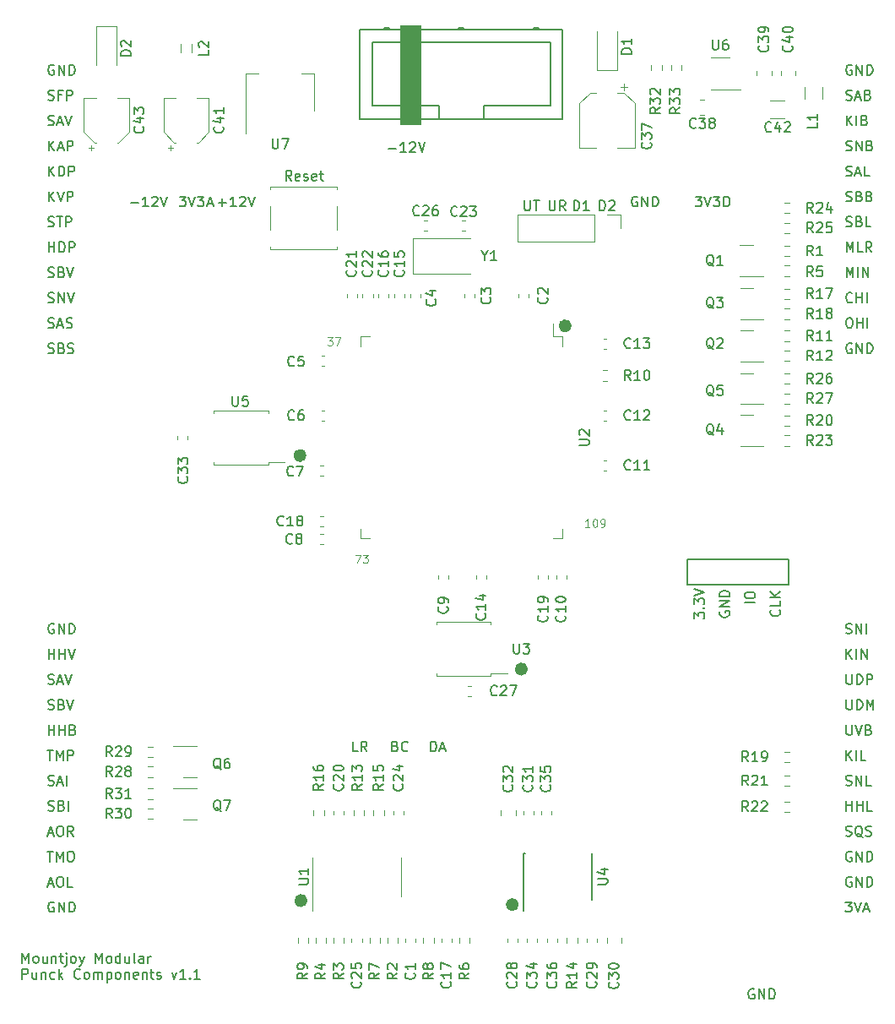
<source format=gbr>
%TF.GenerationSoftware,KiCad,Pcbnew,(6.0.8)*%
%TF.CreationDate,2022-10-21T10:36:38+01:00*%
%TF.ProjectId,Punck_Components,50756e63-6b5f-4436-9f6d-706f6e656e74,rev?*%
%TF.SameCoordinates,Original*%
%TF.FileFunction,Legend,Top*%
%TF.FilePolarity,Positive*%
%FSLAX46Y46*%
G04 Gerber Fmt 4.6, Leading zero omitted, Abs format (unit mm)*
G04 Created by KiCad (PCBNEW (6.0.8)) date 2022-10-21 10:36:38*
%MOMM*%
%LPD*%
G01*
G04 APERTURE LIST*
%ADD10C,0.640685*%
%ADD11C,0.150000*%
%ADD12C,0.120000*%
%ADD13C,0.200000*%
%ADD14C,0.100000*%
G04 APERTURE END LIST*
D10*
X126320342Y-81600000D02*
G75*
G03*
X126320342Y-81600000I-320342J0D01*
G01*
X99820342Y-139200000D02*
G75*
G03*
X99820342Y-139200000I-320342J0D01*
G01*
X121920342Y-116000000D02*
G75*
G03*
X121920342Y-116000000I-320342J0D01*
G01*
X99720342Y-94600000D02*
G75*
G03*
X99720342Y-94600000I-320342J0D01*
G01*
X121020342Y-139600000D02*
G75*
G03*
X121020342Y-139600000I-320342J0D01*
G01*
D11*
X74214285Y-69134195D02*
X74214285Y-68134195D01*
X74785714Y-69134195D02*
X74357142Y-68562767D01*
X74785714Y-68134195D02*
X74214285Y-68705624D01*
X75071428Y-68134195D02*
X75404762Y-69134195D01*
X75738095Y-68134195D01*
X76071428Y-69134195D02*
X76071428Y-68134195D01*
X76452381Y-68134195D01*
X76547619Y-68181815D01*
X76595238Y-68229434D01*
X76642857Y-68324672D01*
X76642857Y-68467529D01*
X76595238Y-68562767D01*
X76547619Y-68610386D01*
X76452381Y-68658005D01*
X76071428Y-68658005D01*
D12*
X104952380Y-104561904D02*
X105485714Y-104561904D01*
X105142857Y-105361904D01*
X105714285Y-104561904D02*
X106209523Y-104561904D01*
X105942857Y-104866666D01*
X106057142Y-104866666D01*
X106133333Y-104904761D01*
X106171428Y-104942857D01*
X106209523Y-105019047D01*
X106209523Y-105209523D01*
X106171428Y-105285714D01*
X106133333Y-105323809D01*
X106057142Y-105361904D01*
X105828571Y-105361904D01*
X105752380Y-105323809D01*
X105714285Y-105285714D01*
D11*
X74166667Y-120013850D02*
X74309524Y-120061469D01*
X74547619Y-120061469D01*
X74642857Y-120013850D01*
X74690476Y-119966231D01*
X74738095Y-119870993D01*
X74738095Y-119775755D01*
X74690476Y-119680517D01*
X74642857Y-119632898D01*
X74547619Y-119585279D01*
X74357143Y-119537660D01*
X74261905Y-119490041D01*
X74214286Y-119442422D01*
X74166667Y-119347184D01*
X74166667Y-119251946D01*
X74214286Y-119156708D01*
X74261905Y-119109089D01*
X74357143Y-119061469D01*
X74595238Y-119061469D01*
X74738095Y-119109089D01*
X75500000Y-119537660D02*
X75642857Y-119585279D01*
X75690476Y-119632898D01*
X75738095Y-119728136D01*
X75738095Y-119870993D01*
X75690476Y-119966231D01*
X75642857Y-120013850D01*
X75547619Y-120061469D01*
X75166667Y-120061469D01*
X75166667Y-119061469D01*
X75500000Y-119061469D01*
X75595238Y-119109089D01*
X75642857Y-119156708D01*
X75690476Y-119251946D01*
X75690476Y-119347184D01*
X75642857Y-119442422D01*
X75595238Y-119490041D01*
X75500000Y-119537660D01*
X75166667Y-119537660D01*
X76023810Y-119061469D02*
X76357143Y-120061469D01*
X76690476Y-119061469D01*
X154214286Y-61525106D02*
X154214286Y-60525106D01*
X154785714Y-61525106D02*
X154357143Y-60953678D01*
X154785714Y-60525106D02*
X154214286Y-61096535D01*
X155214286Y-61525106D02*
X155214286Y-60525106D01*
X156023809Y-61001297D02*
X156166666Y-61048916D01*
X156214286Y-61096535D01*
X156261905Y-61191773D01*
X156261905Y-61334630D01*
X156214286Y-61429868D01*
X156166666Y-61477487D01*
X156071428Y-61525106D01*
X155690476Y-61525106D01*
X155690476Y-60525106D01*
X156023809Y-60525106D01*
X156119047Y-60572726D01*
X156166666Y-60620345D01*
X156214286Y-60715583D01*
X156214286Y-60810821D01*
X156166666Y-60906059D01*
X156119047Y-60953678D01*
X156023809Y-61001297D01*
X155690476Y-61001297D01*
X74214285Y-114988743D02*
X74214285Y-113988743D01*
X74214285Y-114464934D02*
X74785714Y-114464934D01*
X74785714Y-114988743D02*
X74785714Y-113988743D01*
X75261904Y-114988743D02*
X75261904Y-113988743D01*
X75261904Y-114464934D02*
X75833333Y-114464934D01*
X75833333Y-114988743D02*
X75833333Y-113988743D01*
X76166666Y-113988743D02*
X76500000Y-114988743D01*
X76833333Y-113988743D01*
X154200000Y-114988743D02*
X154200000Y-113988743D01*
X154771429Y-114988743D02*
X154342857Y-114417315D01*
X154771429Y-113988743D02*
X154200000Y-114560172D01*
X155200000Y-114988743D02*
X155200000Y-113988743D01*
X155676190Y-114988743D02*
X155676190Y-113988743D01*
X156247619Y-114988743D01*
X156247619Y-113988743D01*
X112509523Y-124252380D02*
X112509523Y-123252380D01*
X112747619Y-123252380D01*
X112890476Y-123300000D01*
X112985714Y-123395238D01*
X113033333Y-123490476D01*
X113080952Y-123680952D01*
X113080952Y-123823809D01*
X113033333Y-124014285D01*
X112985714Y-124109523D01*
X112890476Y-124204761D01*
X112747619Y-124252380D01*
X112509523Y-124252380D01*
X113461904Y-123966666D02*
X113938095Y-123966666D01*
X113366666Y-124252380D02*
X113700000Y-123252380D01*
X114033333Y-124252380D01*
X139061904Y-68652380D02*
X139680952Y-68652380D01*
X139347619Y-69033333D01*
X139490476Y-69033333D01*
X139585714Y-69080952D01*
X139633333Y-69128571D01*
X139680952Y-69223809D01*
X139680952Y-69461904D01*
X139633333Y-69557142D01*
X139585714Y-69604761D01*
X139490476Y-69652380D01*
X139204761Y-69652380D01*
X139109523Y-69604761D01*
X139061904Y-69557142D01*
X139966666Y-68652380D02*
X140300000Y-69652380D01*
X140633333Y-68652380D01*
X140871428Y-68652380D02*
X141490476Y-68652380D01*
X141157142Y-69033333D01*
X141300000Y-69033333D01*
X141395238Y-69080952D01*
X141442857Y-69128571D01*
X141490476Y-69223809D01*
X141490476Y-69461904D01*
X141442857Y-69557142D01*
X141395238Y-69604761D01*
X141300000Y-69652380D01*
X141014285Y-69652380D01*
X140919047Y-69604761D01*
X140871428Y-69557142D01*
X141919047Y-69652380D02*
X141919047Y-68652380D01*
X142157142Y-68652380D01*
X142300000Y-68700000D01*
X142395238Y-68795238D01*
X142442857Y-68890476D01*
X142490476Y-69080952D01*
X142490476Y-69223809D01*
X142442857Y-69414285D01*
X142395238Y-69509523D01*
X142300000Y-69604761D01*
X142157142Y-69652380D01*
X141919047Y-69652380D01*
X154723809Y-136863630D02*
X154628571Y-136816010D01*
X154485714Y-136816010D01*
X154342856Y-136863630D01*
X154247618Y-136958868D01*
X154199999Y-137054106D01*
X154152380Y-137244582D01*
X154152380Y-137387439D01*
X154199999Y-137577915D01*
X154247618Y-137673153D01*
X154342856Y-137768391D01*
X154485714Y-137816010D01*
X154580952Y-137816010D01*
X154723809Y-137768391D01*
X154771428Y-137720772D01*
X154771428Y-137387439D01*
X154580952Y-137387439D01*
X155199999Y-137816010D02*
X155199999Y-136816010D01*
X155771428Y-137816010D01*
X155771428Y-136816010D01*
X156247618Y-137816010D02*
X156247618Y-136816010D01*
X156485714Y-136816010D01*
X156628571Y-136863630D01*
X156723809Y-136958868D01*
X156771428Y-137054106D01*
X156819047Y-137244582D01*
X156819047Y-137387439D01*
X156771428Y-137577915D01*
X156723809Y-137673153D01*
X156628571Y-137768391D01*
X156485714Y-137816010D01*
X156247618Y-137816010D01*
X98561904Y-67052380D02*
X98228571Y-66576190D01*
X97990476Y-67052380D02*
X97990476Y-66052380D01*
X98371428Y-66052380D01*
X98466666Y-66100000D01*
X98514285Y-66147619D01*
X98561904Y-66242857D01*
X98561904Y-66385714D01*
X98514285Y-66480952D01*
X98466666Y-66528571D01*
X98371428Y-66576190D01*
X97990476Y-66576190D01*
X99371428Y-67004761D02*
X99276190Y-67052380D01*
X99085714Y-67052380D01*
X98990476Y-67004761D01*
X98942857Y-66909523D01*
X98942857Y-66528571D01*
X98990476Y-66433333D01*
X99085714Y-66385714D01*
X99276190Y-66385714D01*
X99371428Y-66433333D01*
X99419047Y-66528571D01*
X99419047Y-66623809D01*
X98942857Y-66719047D01*
X99800000Y-67004761D02*
X99895238Y-67052380D01*
X100085714Y-67052380D01*
X100180952Y-67004761D01*
X100228571Y-66909523D01*
X100228571Y-66861904D01*
X100180952Y-66766666D01*
X100085714Y-66719047D01*
X99942857Y-66719047D01*
X99847619Y-66671428D01*
X99800000Y-66576190D01*
X99800000Y-66528571D01*
X99847619Y-66433333D01*
X99942857Y-66385714D01*
X100085714Y-66385714D01*
X100180952Y-66433333D01*
X101038095Y-67004761D02*
X100942857Y-67052380D01*
X100752380Y-67052380D01*
X100657142Y-67004761D01*
X100609523Y-66909523D01*
X100609523Y-66528571D01*
X100657142Y-66433333D01*
X100752380Y-66385714D01*
X100942857Y-66385714D01*
X101038095Y-66433333D01*
X101085714Y-66528571D01*
X101085714Y-66623809D01*
X100609523Y-66719047D01*
X101371428Y-66385714D02*
X101752380Y-66385714D01*
X101514285Y-66052380D02*
X101514285Y-66909523D01*
X101561904Y-67004761D01*
X101657142Y-67052380D01*
X101752380Y-67052380D01*
X154200000Y-125134195D02*
X154200000Y-124134195D01*
X154771428Y-125134195D02*
X154342857Y-124562767D01*
X154771428Y-124134195D02*
X154200000Y-124705624D01*
X155200000Y-125134195D02*
X155200000Y-124134195D01*
X156152381Y-125134195D02*
X155676190Y-125134195D01*
X155676190Y-124134195D01*
X74166666Y-61477487D02*
X74309524Y-61525106D01*
X74547619Y-61525106D01*
X74642857Y-61477487D01*
X74690476Y-61429868D01*
X74738095Y-61334630D01*
X74738095Y-61239392D01*
X74690476Y-61144154D01*
X74642857Y-61096535D01*
X74547619Y-61048916D01*
X74357143Y-61001297D01*
X74261904Y-60953678D01*
X74214285Y-60906059D01*
X74166666Y-60810821D01*
X74166666Y-60715583D01*
X74214285Y-60620345D01*
X74261904Y-60572726D01*
X74357143Y-60525106D01*
X74595238Y-60525106D01*
X74738095Y-60572726D01*
X75119047Y-61239392D02*
X75595238Y-61239392D01*
X75023809Y-61525106D02*
X75357143Y-60525106D01*
X75690476Y-61525106D01*
X75880952Y-60525106D02*
X76214285Y-61525106D01*
X76547619Y-60525106D01*
X154214285Y-74206921D02*
X154214285Y-73206921D01*
X154547619Y-73921207D01*
X154880952Y-73206921D01*
X154880952Y-74206921D01*
X155833333Y-74206921D02*
X155357142Y-74206921D01*
X155357142Y-73206921D01*
X156738095Y-74206921D02*
X156404761Y-73730731D01*
X156166666Y-74206921D02*
X156166666Y-73206921D01*
X156547619Y-73206921D01*
X156642857Y-73254541D01*
X156690476Y-73302160D01*
X156738095Y-73397398D01*
X156738095Y-73540255D01*
X156690476Y-73635493D01*
X156642857Y-73683112D01*
X156547619Y-73730731D01*
X156166666Y-73730731D01*
X154166667Y-64013850D02*
X154309524Y-64061469D01*
X154547619Y-64061469D01*
X154642857Y-64013850D01*
X154690476Y-63966231D01*
X154738095Y-63870993D01*
X154738095Y-63775755D01*
X154690476Y-63680517D01*
X154642857Y-63632898D01*
X154547619Y-63585279D01*
X154357143Y-63537660D01*
X154261905Y-63490041D01*
X154214286Y-63442422D01*
X154166667Y-63347184D01*
X154166667Y-63251946D01*
X154214286Y-63156708D01*
X154261905Y-63109089D01*
X154357143Y-63061469D01*
X154595238Y-63061469D01*
X154738095Y-63109089D01*
X155166667Y-64061469D02*
X155166667Y-63061469D01*
X155738095Y-64061469D01*
X155738095Y-63061469D01*
X156547619Y-63537660D02*
X156690476Y-63585279D01*
X156738095Y-63632898D01*
X156785714Y-63728136D01*
X156785714Y-63870993D01*
X156738095Y-63966231D01*
X156690476Y-64013850D01*
X156595238Y-64061469D01*
X156214286Y-64061469D01*
X156214286Y-63061469D01*
X156547619Y-63061469D01*
X156642857Y-63109089D01*
X156690476Y-63156708D01*
X156738095Y-63251946D01*
X156738095Y-63347184D01*
X156690476Y-63442422D01*
X156642857Y-63490041D01*
X156547619Y-63537660D01*
X156214286Y-63537660D01*
X154738095Y-83400000D02*
X154642857Y-83352380D01*
X154500000Y-83352380D01*
X154357142Y-83400000D01*
X154261904Y-83495238D01*
X154214285Y-83590476D01*
X154166666Y-83780952D01*
X154166666Y-83923809D01*
X154214285Y-84114285D01*
X154261904Y-84209523D01*
X154357142Y-84304761D01*
X154500000Y-84352380D01*
X154595238Y-84352380D01*
X154738095Y-84304761D01*
X154785714Y-84257142D01*
X154785714Y-83923809D01*
X154595238Y-83923809D01*
X155214285Y-84352380D02*
X155214285Y-83352380D01*
X155785714Y-84352380D01*
X155785714Y-83352380D01*
X156261904Y-84352380D02*
X156261904Y-83352380D01*
X156500000Y-83352380D01*
X156642857Y-83400000D01*
X156738095Y-83495238D01*
X156785714Y-83590476D01*
X156833333Y-83780952D01*
X156833333Y-83923809D01*
X156785714Y-84114285D01*
X156738095Y-84209523D01*
X156642857Y-84304761D01*
X156500000Y-84352380D01*
X156261904Y-84352380D01*
X74166666Y-130159302D02*
X74309523Y-130206921D01*
X74547618Y-130206921D01*
X74642856Y-130159302D01*
X74690476Y-130111683D01*
X74738095Y-130016445D01*
X74738095Y-129921207D01*
X74690476Y-129825969D01*
X74642856Y-129778350D01*
X74547618Y-129730731D01*
X74357142Y-129683112D01*
X74261904Y-129635493D01*
X74214285Y-129587874D01*
X74166666Y-129492636D01*
X74166666Y-129397398D01*
X74214285Y-129302160D01*
X74261904Y-129254541D01*
X74357142Y-129206921D01*
X74595237Y-129206921D01*
X74738095Y-129254541D01*
X75499999Y-129683112D02*
X75642856Y-129730731D01*
X75690476Y-129778350D01*
X75738095Y-129873588D01*
X75738095Y-130016445D01*
X75690476Y-130111683D01*
X75642856Y-130159302D01*
X75547618Y-130206921D01*
X75166666Y-130206921D01*
X75166666Y-129206921D01*
X75499999Y-129206921D01*
X75595237Y-129254541D01*
X75642856Y-129302160D01*
X75690476Y-129397398D01*
X75690476Y-129492636D01*
X75642856Y-129587874D01*
X75595237Y-129635493D01*
X75499999Y-129683112D01*
X75166666Y-129683112D01*
X76166666Y-130206921D02*
X76166666Y-129206921D01*
X74071429Y-124134195D02*
X74642857Y-124134195D01*
X74357143Y-125134195D02*
X74357143Y-124134195D01*
X74976191Y-125134195D02*
X74976191Y-124134195D01*
X75309524Y-124848481D01*
X75642857Y-124134195D01*
X75642857Y-125134195D01*
X76119048Y-125134195D02*
X76119048Y-124134195D01*
X76500000Y-124134195D01*
X76595238Y-124181815D01*
X76642857Y-124229434D01*
X76690476Y-124324672D01*
X76690476Y-124467529D01*
X76642857Y-124562767D01*
X76595238Y-124610386D01*
X76500000Y-124658005D01*
X76119048Y-124658005D01*
X154214285Y-76743284D02*
X154214285Y-75743284D01*
X154547619Y-76457570D01*
X154880952Y-75743284D01*
X154880952Y-76743284D01*
X155357143Y-76743284D02*
X155357143Y-75743284D01*
X155833333Y-76743284D02*
X155833333Y-75743284D01*
X156404762Y-76743284D01*
X156404762Y-75743284D01*
X74166667Y-76695665D02*
X74309524Y-76743284D01*
X74547619Y-76743284D01*
X74642857Y-76695665D01*
X74690476Y-76648046D01*
X74738095Y-76552808D01*
X74738095Y-76457570D01*
X74690476Y-76362332D01*
X74642857Y-76314713D01*
X74547619Y-76267094D01*
X74357143Y-76219475D01*
X74261905Y-76171856D01*
X74214286Y-76124237D01*
X74166667Y-76028999D01*
X74166667Y-75933761D01*
X74214286Y-75838523D01*
X74261905Y-75790904D01*
X74357143Y-75743284D01*
X74595238Y-75743284D01*
X74738095Y-75790904D01*
X75500000Y-76219475D02*
X75642857Y-76267094D01*
X75690476Y-76314713D01*
X75738095Y-76409951D01*
X75738095Y-76552808D01*
X75690476Y-76648046D01*
X75642857Y-76695665D01*
X75547619Y-76743284D01*
X75166667Y-76743284D01*
X75166667Y-75743284D01*
X75500000Y-75743284D01*
X75595238Y-75790904D01*
X75642857Y-75838523D01*
X75690476Y-75933761D01*
X75690476Y-76028999D01*
X75642857Y-76124237D01*
X75595238Y-76171856D01*
X75500000Y-76219475D01*
X75166667Y-76219475D01*
X76023810Y-75743284D02*
X76357143Y-76743284D01*
X76690476Y-75743284D01*
X154200000Y-119061469D02*
X154200000Y-119870993D01*
X154247619Y-119966231D01*
X154295238Y-120013850D01*
X154390476Y-120061469D01*
X154580952Y-120061469D01*
X154676190Y-120013850D01*
X154723809Y-119966231D01*
X154771428Y-119870993D01*
X154771428Y-119061469D01*
X155247619Y-120061469D02*
X155247619Y-119061469D01*
X155485714Y-119061469D01*
X155628571Y-119109089D01*
X155723809Y-119204327D01*
X155771428Y-119299565D01*
X155819047Y-119490041D01*
X155819047Y-119632898D01*
X155771428Y-119823374D01*
X155723809Y-119918612D01*
X155628571Y-120013850D01*
X155485714Y-120061469D01*
X155247619Y-120061469D01*
X156247619Y-120061469D02*
X156247619Y-119061469D01*
X156580952Y-119775755D01*
X156914285Y-119061469D01*
X156914285Y-120061469D01*
X154199999Y-116525106D02*
X154199999Y-117334630D01*
X154247618Y-117429868D01*
X154295237Y-117477487D01*
X154390475Y-117525106D01*
X154580952Y-117525106D01*
X154676190Y-117477487D01*
X154723809Y-117429868D01*
X154771428Y-117334630D01*
X154771428Y-116525106D01*
X155247618Y-117525106D02*
X155247618Y-116525106D01*
X155485714Y-116525106D01*
X155628571Y-116572726D01*
X155723809Y-116667964D01*
X155771428Y-116763202D01*
X155819047Y-116953678D01*
X155819047Y-117096535D01*
X155771428Y-117287011D01*
X155723809Y-117382249D01*
X155628571Y-117477487D01*
X155485714Y-117525106D01*
X155247618Y-117525106D01*
X156247618Y-117525106D02*
X156247618Y-116525106D01*
X156628571Y-116525106D01*
X156723809Y-116572726D01*
X156771428Y-116620345D01*
X156819047Y-116715583D01*
X156819047Y-116858440D01*
X156771428Y-116953678D01*
X156723809Y-117001297D01*
X156628571Y-117048916D01*
X156247618Y-117048916D01*
X154166666Y-71622939D02*
X154309523Y-71670558D01*
X154547619Y-71670558D01*
X154642857Y-71622939D01*
X154690476Y-71575320D01*
X154738095Y-71480082D01*
X154738095Y-71384844D01*
X154690476Y-71289606D01*
X154642857Y-71241987D01*
X154547619Y-71194368D01*
X154357143Y-71146749D01*
X154261904Y-71099130D01*
X154214285Y-71051511D01*
X154166666Y-70956273D01*
X154166666Y-70861035D01*
X154214285Y-70765797D01*
X154261904Y-70718178D01*
X154357143Y-70670558D01*
X154595238Y-70670558D01*
X154738095Y-70718178D01*
X155500000Y-71146749D02*
X155642857Y-71194368D01*
X155690476Y-71241987D01*
X155738095Y-71337225D01*
X155738095Y-71480082D01*
X155690476Y-71575320D01*
X155642857Y-71622939D01*
X155547619Y-71670558D01*
X155166666Y-71670558D01*
X155166666Y-70670558D01*
X155500000Y-70670558D01*
X155595238Y-70718178D01*
X155642857Y-70765797D01*
X155690476Y-70861035D01*
X155690476Y-70956273D01*
X155642857Y-71051511D01*
X155595238Y-71099130D01*
X155500000Y-71146749D01*
X155166666Y-71146749D01*
X156642857Y-71670558D02*
X156166666Y-71670558D01*
X156166666Y-70670558D01*
X124414285Y-69052380D02*
X124414285Y-69861904D01*
X124461904Y-69957142D01*
X124509523Y-70004761D01*
X124604761Y-70052380D01*
X124795238Y-70052380D01*
X124890476Y-70004761D01*
X124938095Y-69957142D01*
X124985714Y-69861904D01*
X124985714Y-69052380D01*
X126033333Y-70052380D02*
X125700000Y-69576190D01*
X125461904Y-70052380D02*
X125461904Y-69052380D01*
X125842857Y-69052380D01*
X125938095Y-69100000D01*
X125985714Y-69147619D01*
X126033333Y-69242857D01*
X126033333Y-69385714D01*
X125985714Y-69480952D01*
X125938095Y-69528571D01*
X125842857Y-69576190D01*
X125461904Y-69576190D01*
X74166667Y-137530296D02*
X74642857Y-137530296D01*
X74071429Y-137816010D02*
X74404762Y-136816010D01*
X74738095Y-137816010D01*
X75261905Y-136816010D02*
X75452381Y-136816010D01*
X75547619Y-136863630D01*
X75642857Y-136958868D01*
X75690476Y-137149344D01*
X75690476Y-137482677D01*
X75642857Y-137673153D01*
X75547619Y-137768391D01*
X75452381Y-137816010D01*
X75261905Y-137816010D01*
X75166667Y-137768391D01*
X75071429Y-137673153D01*
X75023810Y-137482677D01*
X75023810Y-137149344D01*
X75071429Y-136958868D01*
X75166667Y-136863630D01*
X75261905Y-136816010D01*
X76595238Y-137816010D02*
X76119048Y-137816010D01*
X76119048Y-136816010D01*
X154152380Y-132695665D02*
X154295237Y-132743284D01*
X154533333Y-132743284D01*
X154628571Y-132695665D01*
X154676190Y-132648046D01*
X154723809Y-132552808D01*
X154723809Y-132457570D01*
X154676190Y-132362332D01*
X154628571Y-132314713D01*
X154533333Y-132267094D01*
X154342856Y-132219475D01*
X154247618Y-132171856D01*
X154199999Y-132124237D01*
X154152380Y-132028999D01*
X154152380Y-131933761D01*
X154199999Y-131838523D01*
X154247618Y-131790904D01*
X154342856Y-131743284D01*
X154580952Y-131743284D01*
X154723809Y-131790904D01*
X155819047Y-132838523D02*
X155723809Y-132790904D01*
X155628571Y-132695665D01*
X155485714Y-132552808D01*
X155390475Y-132505189D01*
X155295237Y-132505189D01*
X155342856Y-132743284D02*
X155247618Y-132695665D01*
X155152380Y-132600427D01*
X155104761Y-132409951D01*
X155104761Y-132076618D01*
X155152380Y-131886142D01*
X155247618Y-131790904D01*
X155342856Y-131743284D01*
X155533333Y-131743284D01*
X155628571Y-131790904D01*
X155723809Y-131886142D01*
X155771428Y-132076618D01*
X155771428Y-132409951D01*
X155723809Y-132600427D01*
X155628571Y-132695665D01*
X155533333Y-132743284D01*
X155342856Y-132743284D01*
X156152380Y-132695665D02*
X156295237Y-132743284D01*
X156533333Y-132743284D01*
X156628571Y-132695665D01*
X156676190Y-132648046D01*
X156723809Y-132552808D01*
X156723809Y-132457570D01*
X156676190Y-132362332D01*
X156628571Y-132314713D01*
X156533333Y-132267094D01*
X156342856Y-132219475D01*
X156247618Y-132171856D01*
X156199999Y-132124237D01*
X156152380Y-132028999D01*
X156152380Y-131933761D01*
X156199999Y-131838523D01*
X156247618Y-131790904D01*
X156342856Y-131743284D01*
X156580952Y-131743284D01*
X156723809Y-131790904D01*
X154166667Y-58941124D02*
X154309524Y-58988743D01*
X154547619Y-58988743D01*
X154642857Y-58941124D01*
X154690476Y-58893505D01*
X154738095Y-58798267D01*
X154738095Y-58703029D01*
X154690476Y-58607791D01*
X154642857Y-58560172D01*
X154547619Y-58512553D01*
X154357143Y-58464934D01*
X154261905Y-58417315D01*
X154214286Y-58369696D01*
X154166667Y-58274458D01*
X154166667Y-58179220D01*
X154214286Y-58083982D01*
X154261905Y-58036363D01*
X154357143Y-57988743D01*
X154595238Y-57988743D01*
X154738095Y-58036363D01*
X155119048Y-58703029D02*
X155595238Y-58703029D01*
X155023810Y-58988743D02*
X155357143Y-57988743D01*
X155690476Y-58988743D01*
X156357143Y-58464934D02*
X156500000Y-58512553D01*
X156547619Y-58560172D01*
X156595238Y-58655410D01*
X156595238Y-58798267D01*
X156547619Y-58893505D01*
X156500000Y-58941124D01*
X156404762Y-58988743D01*
X156023810Y-58988743D01*
X156023810Y-57988743D01*
X156357143Y-57988743D01*
X156452381Y-58036363D01*
X156500000Y-58083982D01*
X156547619Y-58179220D01*
X156547619Y-58274458D01*
X156500000Y-58369696D01*
X156452381Y-58417315D01*
X156357143Y-58464934D01*
X156023810Y-58464934D01*
X144938095Y-148100000D02*
X144842857Y-148052380D01*
X144700000Y-148052380D01*
X144557142Y-148100000D01*
X144461904Y-148195238D01*
X144414285Y-148290476D01*
X144366666Y-148480952D01*
X144366666Y-148623809D01*
X144414285Y-148814285D01*
X144461904Y-148909523D01*
X144557142Y-149004761D01*
X144700000Y-149052380D01*
X144795238Y-149052380D01*
X144938095Y-149004761D01*
X144985714Y-148957142D01*
X144985714Y-148623809D01*
X144795238Y-148623809D01*
X145414285Y-149052380D02*
X145414285Y-148052380D01*
X145985714Y-149052380D01*
X145985714Y-148052380D01*
X146461904Y-149052380D02*
X146461904Y-148052380D01*
X146700000Y-148052380D01*
X146842857Y-148100000D01*
X146938095Y-148195238D01*
X146985714Y-148290476D01*
X147033333Y-148480952D01*
X147033333Y-148623809D01*
X146985714Y-148814285D01*
X146938095Y-148909523D01*
X146842857Y-149004761D01*
X146700000Y-149052380D01*
X146461904Y-149052380D01*
D13*
X71568095Y-145447380D02*
X71568095Y-144447380D01*
X71901428Y-145161666D01*
X72234761Y-144447380D01*
X72234761Y-145447380D01*
X72853809Y-145447380D02*
X72758571Y-145399761D01*
X72710952Y-145352142D01*
X72663333Y-145256904D01*
X72663333Y-144971190D01*
X72710952Y-144875952D01*
X72758571Y-144828333D01*
X72853809Y-144780714D01*
X72996666Y-144780714D01*
X73091904Y-144828333D01*
X73139523Y-144875952D01*
X73187142Y-144971190D01*
X73187142Y-145256904D01*
X73139523Y-145352142D01*
X73091904Y-145399761D01*
X72996666Y-145447380D01*
X72853809Y-145447380D01*
X74044285Y-144780714D02*
X74044285Y-145447380D01*
X73615714Y-144780714D02*
X73615714Y-145304523D01*
X73663333Y-145399761D01*
X73758571Y-145447380D01*
X73901428Y-145447380D01*
X73996666Y-145399761D01*
X74044285Y-145352142D01*
X74520476Y-144780714D02*
X74520476Y-145447380D01*
X74520476Y-144875952D02*
X74568095Y-144828333D01*
X74663333Y-144780714D01*
X74806190Y-144780714D01*
X74901428Y-144828333D01*
X74949047Y-144923571D01*
X74949047Y-145447380D01*
X75282380Y-144780714D02*
X75663333Y-144780714D01*
X75425238Y-144447380D02*
X75425238Y-145304523D01*
X75472857Y-145399761D01*
X75568095Y-145447380D01*
X75663333Y-145447380D01*
X75996666Y-144780714D02*
X75996666Y-145637857D01*
X75949047Y-145733095D01*
X75853809Y-145780714D01*
X75806190Y-145780714D01*
X75996666Y-144447380D02*
X75949047Y-144495000D01*
X75996666Y-144542619D01*
X76044285Y-144495000D01*
X75996666Y-144447380D01*
X75996666Y-144542619D01*
X76615714Y-145447380D02*
X76520476Y-145399761D01*
X76472857Y-145352142D01*
X76425238Y-145256904D01*
X76425238Y-144971190D01*
X76472857Y-144875952D01*
X76520476Y-144828333D01*
X76615714Y-144780714D01*
X76758571Y-144780714D01*
X76853809Y-144828333D01*
X76901428Y-144875952D01*
X76949047Y-144971190D01*
X76949047Y-145256904D01*
X76901428Y-145352142D01*
X76853809Y-145399761D01*
X76758571Y-145447380D01*
X76615714Y-145447380D01*
X77282380Y-144780714D02*
X77520476Y-145447380D01*
X77758571Y-144780714D02*
X77520476Y-145447380D01*
X77425238Y-145685476D01*
X77377619Y-145733095D01*
X77282380Y-145780714D01*
X78901428Y-145447380D02*
X78901428Y-144447380D01*
X79234761Y-145161666D01*
X79568095Y-144447380D01*
X79568095Y-145447380D01*
X80187142Y-145447380D02*
X80091904Y-145399761D01*
X80044285Y-145352142D01*
X79996666Y-145256904D01*
X79996666Y-144971190D01*
X80044285Y-144875952D01*
X80091904Y-144828333D01*
X80187142Y-144780714D01*
X80330000Y-144780714D01*
X80425238Y-144828333D01*
X80472857Y-144875952D01*
X80520476Y-144971190D01*
X80520476Y-145256904D01*
X80472857Y-145352142D01*
X80425238Y-145399761D01*
X80330000Y-145447380D01*
X80187142Y-145447380D01*
X81377619Y-145447380D02*
X81377619Y-144447380D01*
X81377619Y-145399761D02*
X81282380Y-145447380D01*
X81091904Y-145447380D01*
X80996666Y-145399761D01*
X80949047Y-145352142D01*
X80901428Y-145256904D01*
X80901428Y-144971190D01*
X80949047Y-144875952D01*
X80996666Y-144828333D01*
X81091904Y-144780714D01*
X81282380Y-144780714D01*
X81377619Y-144828333D01*
X82282380Y-144780714D02*
X82282380Y-145447380D01*
X81853809Y-144780714D02*
X81853809Y-145304523D01*
X81901428Y-145399761D01*
X81996666Y-145447380D01*
X82139523Y-145447380D01*
X82234761Y-145399761D01*
X82282380Y-145352142D01*
X82901428Y-145447380D02*
X82806190Y-145399761D01*
X82758571Y-145304523D01*
X82758571Y-144447380D01*
X83710952Y-145447380D02*
X83710952Y-144923571D01*
X83663333Y-144828333D01*
X83568095Y-144780714D01*
X83377619Y-144780714D01*
X83282380Y-144828333D01*
X83710952Y-145399761D02*
X83615714Y-145447380D01*
X83377619Y-145447380D01*
X83282380Y-145399761D01*
X83234761Y-145304523D01*
X83234761Y-145209285D01*
X83282380Y-145114047D01*
X83377619Y-145066428D01*
X83615714Y-145066428D01*
X83710952Y-145018809D01*
X84187142Y-145447380D02*
X84187142Y-144780714D01*
X84187142Y-144971190D02*
X84234761Y-144875952D01*
X84282380Y-144828333D01*
X84377619Y-144780714D01*
X84472857Y-144780714D01*
X71568095Y-147057380D02*
X71568095Y-146057380D01*
X71949047Y-146057380D01*
X72044285Y-146105000D01*
X72091904Y-146152619D01*
X72139523Y-146247857D01*
X72139523Y-146390714D01*
X72091904Y-146485952D01*
X72044285Y-146533571D01*
X71949047Y-146581190D01*
X71568095Y-146581190D01*
X72996666Y-146390714D02*
X72996666Y-147057380D01*
X72568095Y-146390714D02*
X72568095Y-146914523D01*
X72615714Y-147009761D01*
X72710952Y-147057380D01*
X72853809Y-147057380D01*
X72949047Y-147009761D01*
X72996666Y-146962142D01*
X73472857Y-146390714D02*
X73472857Y-147057380D01*
X73472857Y-146485952D02*
X73520476Y-146438333D01*
X73615714Y-146390714D01*
X73758571Y-146390714D01*
X73853809Y-146438333D01*
X73901428Y-146533571D01*
X73901428Y-147057380D01*
X74806190Y-147009761D02*
X74710952Y-147057380D01*
X74520476Y-147057380D01*
X74425238Y-147009761D01*
X74377619Y-146962142D01*
X74330000Y-146866904D01*
X74330000Y-146581190D01*
X74377619Y-146485952D01*
X74425238Y-146438333D01*
X74520476Y-146390714D01*
X74710952Y-146390714D01*
X74806190Y-146438333D01*
X75234761Y-147057380D02*
X75234761Y-146057380D01*
X75330000Y-146676428D02*
X75615714Y-147057380D01*
X75615714Y-146390714D02*
X75234761Y-146771666D01*
X77377619Y-146962142D02*
X77330000Y-147009761D01*
X77187142Y-147057380D01*
X77091904Y-147057380D01*
X76949047Y-147009761D01*
X76853809Y-146914523D01*
X76806190Y-146819285D01*
X76758571Y-146628809D01*
X76758571Y-146485952D01*
X76806190Y-146295476D01*
X76853809Y-146200238D01*
X76949047Y-146105000D01*
X77091904Y-146057380D01*
X77187142Y-146057380D01*
X77330000Y-146105000D01*
X77377619Y-146152619D01*
X77949047Y-147057380D02*
X77853809Y-147009761D01*
X77806190Y-146962142D01*
X77758571Y-146866904D01*
X77758571Y-146581190D01*
X77806190Y-146485952D01*
X77853809Y-146438333D01*
X77949047Y-146390714D01*
X78091904Y-146390714D01*
X78187142Y-146438333D01*
X78234761Y-146485952D01*
X78282380Y-146581190D01*
X78282380Y-146866904D01*
X78234761Y-146962142D01*
X78187142Y-147009761D01*
X78091904Y-147057380D01*
X77949047Y-147057380D01*
X78710952Y-147057380D02*
X78710952Y-146390714D01*
X78710952Y-146485952D02*
X78758571Y-146438333D01*
X78853809Y-146390714D01*
X78996666Y-146390714D01*
X79091904Y-146438333D01*
X79139523Y-146533571D01*
X79139523Y-147057380D01*
X79139523Y-146533571D02*
X79187142Y-146438333D01*
X79282380Y-146390714D01*
X79425238Y-146390714D01*
X79520476Y-146438333D01*
X79568095Y-146533571D01*
X79568095Y-147057380D01*
X80044285Y-146390714D02*
X80044285Y-147390714D01*
X80044285Y-146438333D02*
X80139523Y-146390714D01*
X80330000Y-146390714D01*
X80425238Y-146438333D01*
X80472857Y-146485952D01*
X80520476Y-146581190D01*
X80520476Y-146866904D01*
X80472857Y-146962142D01*
X80425238Y-147009761D01*
X80330000Y-147057380D01*
X80139523Y-147057380D01*
X80044285Y-147009761D01*
X81091904Y-147057380D02*
X80996666Y-147009761D01*
X80949047Y-146962142D01*
X80901428Y-146866904D01*
X80901428Y-146581190D01*
X80949047Y-146485952D01*
X80996666Y-146438333D01*
X81091904Y-146390714D01*
X81234761Y-146390714D01*
X81330000Y-146438333D01*
X81377619Y-146485952D01*
X81425238Y-146581190D01*
X81425238Y-146866904D01*
X81377619Y-146962142D01*
X81330000Y-147009761D01*
X81234761Y-147057380D01*
X81091904Y-147057380D01*
X81853809Y-146390714D02*
X81853809Y-147057380D01*
X81853809Y-146485952D02*
X81901428Y-146438333D01*
X81996666Y-146390714D01*
X82139523Y-146390714D01*
X82234761Y-146438333D01*
X82282380Y-146533571D01*
X82282380Y-147057380D01*
X83139523Y-147009761D02*
X83044285Y-147057380D01*
X82853809Y-147057380D01*
X82758571Y-147009761D01*
X82710952Y-146914523D01*
X82710952Y-146533571D01*
X82758571Y-146438333D01*
X82853809Y-146390714D01*
X83044285Y-146390714D01*
X83139523Y-146438333D01*
X83187142Y-146533571D01*
X83187142Y-146628809D01*
X82710952Y-146724047D01*
X83615714Y-146390714D02*
X83615714Y-147057380D01*
X83615714Y-146485952D02*
X83663333Y-146438333D01*
X83758571Y-146390714D01*
X83901428Y-146390714D01*
X83996666Y-146438333D01*
X84044285Y-146533571D01*
X84044285Y-147057380D01*
X84377619Y-146390714D02*
X84758571Y-146390714D01*
X84520476Y-146057380D02*
X84520476Y-146914523D01*
X84568095Y-147009761D01*
X84663333Y-147057380D01*
X84758571Y-147057380D01*
X85044285Y-147009761D02*
X85139523Y-147057380D01*
X85330000Y-147057380D01*
X85425238Y-147009761D01*
X85472857Y-146914523D01*
X85472857Y-146866904D01*
X85425238Y-146771666D01*
X85330000Y-146724047D01*
X85187142Y-146724047D01*
X85091904Y-146676428D01*
X85044285Y-146581190D01*
X85044285Y-146533571D01*
X85091904Y-146438333D01*
X85187142Y-146390714D01*
X85330000Y-146390714D01*
X85425238Y-146438333D01*
X86568095Y-146390714D02*
X86806190Y-147057380D01*
X87044285Y-146390714D01*
X87949047Y-147057380D02*
X87377619Y-147057380D01*
X87663333Y-147057380D02*
X87663333Y-146057380D01*
X87568095Y-146200238D01*
X87472857Y-146295476D01*
X87377619Y-146343095D01*
X88377619Y-146962142D02*
X88425238Y-147009761D01*
X88377619Y-147057380D01*
X88330000Y-147009761D01*
X88377619Y-146962142D01*
X88377619Y-147057380D01*
X89377619Y-147057380D02*
X88806190Y-147057380D01*
X89091904Y-147057380D02*
X89091904Y-146057380D01*
X88996666Y-146200238D01*
X88901428Y-146295476D01*
X88806190Y-146343095D01*
D11*
X129461904Y-70052380D02*
X129461904Y-69052380D01*
X129700000Y-69052380D01*
X129842857Y-69100000D01*
X129938095Y-69195238D01*
X129985714Y-69290476D01*
X130033333Y-69480952D01*
X130033333Y-69623809D01*
X129985714Y-69814285D01*
X129938095Y-69909523D01*
X129842857Y-70004761D01*
X129700000Y-70052380D01*
X129461904Y-70052380D01*
X130414285Y-69147619D02*
X130461904Y-69100000D01*
X130557142Y-69052380D01*
X130795238Y-69052380D01*
X130890476Y-69100000D01*
X130938095Y-69147619D01*
X130985714Y-69242857D01*
X130985714Y-69338095D01*
X130938095Y-69480952D01*
X130366666Y-70052380D01*
X130985714Y-70052380D01*
X154200000Y-130206921D02*
X154200000Y-129206921D01*
X154200000Y-129683112D02*
X154771428Y-129683112D01*
X154771428Y-130206921D02*
X154771428Y-129206921D01*
X155247619Y-130206921D02*
X155247619Y-129206921D01*
X155247619Y-129683112D02*
X155819047Y-129683112D01*
X155819047Y-130206921D02*
X155819047Y-129206921D01*
X156771428Y-130206921D02*
X156295238Y-130206921D01*
X156295238Y-129206921D01*
X154104761Y-139352380D02*
X154723809Y-139352380D01*
X154390476Y-139733333D01*
X154533333Y-139733333D01*
X154628571Y-139780952D01*
X154676190Y-139828571D01*
X154723809Y-139923809D01*
X154723809Y-140161904D01*
X154676190Y-140257142D01*
X154628571Y-140304761D01*
X154533333Y-140352380D01*
X154247618Y-140352380D01*
X154152380Y-140304761D01*
X154104761Y-140257142D01*
X155009523Y-139352380D02*
X155342857Y-140352380D01*
X155676190Y-139352380D01*
X155961904Y-140066666D02*
X156438095Y-140066666D01*
X155866666Y-140352380D02*
X156199999Y-139352380D01*
X156533333Y-140352380D01*
X74738095Y-111500000D02*
X74642857Y-111452380D01*
X74500000Y-111452380D01*
X74357142Y-111500000D01*
X74261904Y-111595238D01*
X74214285Y-111690476D01*
X74166666Y-111880952D01*
X74166666Y-112023809D01*
X74214285Y-112214285D01*
X74261904Y-112309523D01*
X74357142Y-112404761D01*
X74500000Y-112452380D01*
X74595238Y-112452380D01*
X74738095Y-112404761D01*
X74785714Y-112357142D01*
X74785714Y-112023809D01*
X74595238Y-112023809D01*
X75214285Y-112452380D02*
X75214285Y-111452380D01*
X75785714Y-112452380D01*
X75785714Y-111452380D01*
X76261904Y-112452380D02*
X76261904Y-111452380D01*
X76500000Y-111452380D01*
X76642857Y-111500000D01*
X76738095Y-111595238D01*
X76785714Y-111690476D01*
X76833333Y-111880952D01*
X76833333Y-112023809D01*
X76785714Y-112214285D01*
X76738095Y-112309523D01*
X76642857Y-112404761D01*
X76500000Y-112452380D01*
X76261904Y-112452380D01*
X133238095Y-68700000D02*
X133142857Y-68652380D01*
X133000000Y-68652380D01*
X132857142Y-68700000D01*
X132761904Y-68795238D01*
X132714285Y-68890476D01*
X132666666Y-69080952D01*
X132666666Y-69223809D01*
X132714285Y-69414285D01*
X132761904Y-69509523D01*
X132857142Y-69604761D01*
X133000000Y-69652380D01*
X133095238Y-69652380D01*
X133238095Y-69604761D01*
X133285714Y-69557142D01*
X133285714Y-69223809D01*
X133095238Y-69223809D01*
X133714285Y-69652380D02*
X133714285Y-68652380D01*
X134285714Y-69652380D01*
X134285714Y-68652380D01*
X134761904Y-69652380D02*
X134761904Y-68652380D01*
X135000000Y-68652380D01*
X135142857Y-68700000D01*
X135238095Y-68795238D01*
X135285714Y-68890476D01*
X135333333Y-69080952D01*
X135333333Y-69223809D01*
X135285714Y-69414285D01*
X135238095Y-69509523D01*
X135142857Y-69604761D01*
X135000000Y-69652380D01*
X134761904Y-69652380D01*
X154152381Y-127622939D02*
X154295238Y-127670558D01*
X154533333Y-127670558D01*
X154628571Y-127622939D01*
X154676190Y-127575320D01*
X154723809Y-127480082D01*
X154723809Y-127384844D01*
X154676190Y-127289606D01*
X154628571Y-127241987D01*
X154533333Y-127194368D01*
X154342857Y-127146749D01*
X154247619Y-127099130D01*
X154200000Y-127051511D01*
X154152381Y-126956273D01*
X154152381Y-126861035D01*
X154200000Y-126765797D01*
X154247619Y-126718178D01*
X154342857Y-126670558D01*
X154580952Y-126670558D01*
X154723809Y-126718178D01*
X155152381Y-127670558D02*
X155152381Y-126670558D01*
X155723809Y-127670558D01*
X155723809Y-126670558D01*
X156676190Y-127670558D02*
X156200000Y-127670558D01*
X156200000Y-126670558D01*
X82438095Y-69271428D02*
X83200000Y-69271428D01*
X84200000Y-69652380D02*
X83628571Y-69652380D01*
X83914285Y-69652380D02*
X83914285Y-68652380D01*
X83819047Y-68795238D01*
X83723809Y-68890476D01*
X83628571Y-68938095D01*
X84580952Y-68747619D02*
X84628571Y-68700000D01*
X84723809Y-68652380D01*
X84961904Y-68652380D01*
X85057142Y-68700000D01*
X85104761Y-68747619D01*
X85152380Y-68842857D01*
X85152380Y-68938095D01*
X85104761Y-69080952D01*
X84533333Y-69652380D01*
X85152380Y-69652380D01*
X85438095Y-68652380D02*
X85771428Y-69652380D01*
X86104761Y-68652380D01*
X74214286Y-122597832D02*
X74214286Y-121597832D01*
X74214286Y-122074023D02*
X74785714Y-122074023D01*
X74785714Y-122597832D02*
X74785714Y-121597832D01*
X75261905Y-122597832D02*
X75261905Y-121597832D01*
X75261905Y-122074023D02*
X75833333Y-122074023D01*
X75833333Y-122597832D02*
X75833333Y-121597832D01*
X76642857Y-122074023D02*
X76785714Y-122121642D01*
X76833333Y-122169261D01*
X76880952Y-122264499D01*
X76880952Y-122407356D01*
X76833333Y-122502594D01*
X76785714Y-122550213D01*
X76690476Y-122597832D01*
X76309524Y-122597832D01*
X76309524Y-121597832D01*
X76642857Y-121597832D01*
X76738095Y-121645452D01*
X76785714Y-121693071D01*
X76833333Y-121788309D01*
X76833333Y-121883547D01*
X76785714Y-121978785D01*
X76738095Y-122026404D01*
X76642857Y-122074023D01*
X76309524Y-122074023D01*
X154152380Y-112404761D02*
X154295238Y-112452380D01*
X154533333Y-112452380D01*
X154628571Y-112404761D01*
X154676190Y-112357142D01*
X154723809Y-112261904D01*
X154723809Y-112166666D01*
X154676190Y-112071428D01*
X154628571Y-112023809D01*
X154533333Y-111976190D01*
X154342857Y-111928571D01*
X154247619Y-111880952D01*
X154200000Y-111833333D01*
X154152380Y-111738095D01*
X154152380Y-111642857D01*
X154200000Y-111547619D01*
X154247619Y-111500000D01*
X154342857Y-111452380D01*
X154580952Y-111452380D01*
X154723809Y-111500000D01*
X155152380Y-112452380D02*
X155152380Y-111452380D01*
X155723809Y-112452380D01*
X155723809Y-111452380D01*
X156200000Y-112452380D02*
X156200000Y-111452380D01*
X91238095Y-69271428D02*
X92000000Y-69271428D01*
X91619047Y-69652380D02*
X91619047Y-68890476D01*
X93000000Y-69652380D02*
X92428571Y-69652380D01*
X92714285Y-69652380D02*
X92714285Y-68652380D01*
X92619047Y-68795238D01*
X92523809Y-68890476D01*
X92428571Y-68938095D01*
X93380952Y-68747619D02*
X93428571Y-68700000D01*
X93523809Y-68652380D01*
X93761904Y-68652380D01*
X93857142Y-68700000D01*
X93904761Y-68747619D01*
X93952380Y-68842857D01*
X93952380Y-68938095D01*
X93904761Y-69080952D01*
X93333333Y-69652380D01*
X93952380Y-69652380D01*
X94238095Y-68652380D02*
X94571428Y-69652380D01*
X94904761Y-68652380D01*
X154738095Y-55500000D02*
X154642857Y-55452380D01*
X154500000Y-55452380D01*
X154357142Y-55500000D01*
X154261904Y-55595238D01*
X154214285Y-55690476D01*
X154166666Y-55880952D01*
X154166666Y-56023809D01*
X154214285Y-56214285D01*
X154261904Y-56309523D01*
X154357142Y-56404761D01*
X154500000Y-56452380D01*
X154595238Y-56452380D01*
X154738095Y-56404761D01*
X154785714Y-56357142D01*
X154785714Y-56023809D01*
X154595238Y-56023809D01*
X155214285Y-56452380D02*
X155214285Y-55452380D01*
X155785714Y-56452380D01*
X155785714Y-55452380D01*
X156261904Y-56452380D02*
X156261904Y-55452380D01*
X156500000Y-55452380D01*
X156642857Y-55500000D01*
X156738095Y-55595238D01*
X156785714Y-55690476D01*
X156833333Y-55880952D01*
X156833333Y-56023809D01*
X156785714Y-56214285D01*
X156738095Y-56309523D01*
X156642857Y-56404761D01*
X156500000Y-56452380D01*
X156261904Y-56452380D01*
X74166666Y-79232028D02*
X74309523Y-79279647D01*
X74547619Y-79279647D01*
X74642857Y-79232028D01*
X74690476Y-79184409D01*
X74738095Y-79089171D01*
X74738095Y-78993933D01*
X74690476Y-78898695D01*
X74642857Y-78851076D01*
X74547619Y-78803457D01*
X74357142Y-78755838D01*
X74261904Y-78708219D01*
X74214285Y-78660600D01*
X74166666Y-78565362D01*
X74166666Y-78470124D01*
X74214285Y-78374886D01*
X74261904Y-78327267D01*
X74357142Y-78279647D01*
X74595238Y-78279647D01*
X74738095Y-78327267D01*
X75166666Y-79279647D02*
X75166666Y-78279647D01*
X75738095Y-79279647D01*
X75738095Y-78279647D01*
X76071428Y-78279647D02*
X76404762Y-79279647D01*
X76738095Y-78279647D01*
X74166667Y-71622939D02*
X74309524Y-71670558D01*
X74547619Y-71670558D01*
X74642857Y-71622939D01*
X74690476Y-71575320D01*
X74738095Y-71480082D01*
X74738095Y-71384844D01*
X74690476Y-71289606D01*
X74642857Y-71241987D01*
X74547619Y-71194368D01*
X74357143Y-71146749D01*
X74261905Y-71099130D01*
X74214286Y-71051511D01*
X74166667Y-70956273D01*
X74166667Y-70861035D01*
X74214286Y-70765797D01*
X74261905Y-70718178D01*
X74357143Y-70670558D01*
X74595238Y-70670558D01*
X74738095Y-70718178D01*
X75023810Y-70670558D02*
X75595238Y-70670558D01*
X75309524Y-71670558D02*
X75309524Y-70670558D01*
X75928572Y-71670558D02*
X75928572Y-70670558D01*
X76309524Y-70670558D01*
X76404762Y-70718178D01*
X76452381Y-70765797D01*
X76500000Y-70861035D01*
X76500000Y-71003892D01*
X76452381Y-71099130D01*
X76404762Y-71146749D01*
X76309524Y-71194368D01*
X75928572Y-71194368D01*
X154166666Y-69086576D02*
X154309523Y-69134195D01*
X154547619Y-69134195D01*
X154642857Y-69086576D01*
X154690476Y-69038957D01*
X154738095Y-68943719D01*
X154738095Y-68848481D01*
X154690476Y-68753243D01*
X154642857Y-68705624D01*
X154547619Y-68658005D01*
X154357142Y-68610386D01*
X154261904Y-68562767D01*
X154214285Y-68515148D01*
X154166666Y-68419910D01*
X154166666Y-68324672D01*
X154214285Y-68229434D01*
X154261904Y-68181815D01*
X154357142Y-68134195D01*
X154595238Y-68134195D01*
X154738095Y-68181815D01*
X155500000Y-68610386D02*
X155642857Y-68658005D01*
X155690476Y-68705624D01*
X155738095Y-68800862D01*
X155738095Y-68943719D01*
X155690476Y-69038957D01*
X155642857Y-69086576D01*
X155547619Y-69134195D01*
X155166666Y-69134195D01*
X155166666Y-68134195D01*
X155500000Y-68134195D01*
X155595238Y-68181815D01*
X155642857Y-68229434D01*
X155690476Y-68324672D01*
X155690476Y-68419910D01*
X155642857Y-68515148D01*
X155595238Y-68562767D01*
X155500000Y-68610386D01*
X155166666Y-68610386D01*
X156500000Y-68610386D02*
X156642857Y-68658005D01*
X156690476Y-68705624D01*
X156738095Y-68800862D01*
X156738095Y-68943719D01*
X156690476Y-69038957D01*
X156642857Y-69086576D01*
X156547619Y-69134195D01*
X156166666Y-69134195D01*
X156166666Y-68134195D01*
X156500000Y-68134195D01*
X156595238Y-68181815D01*
X156642857Y-68229434D01*
X156690476Y-68324672D01*
X156690476Y-68419910D01*
X156642857Y-68515148D01*
X156595238Y-68562767D01*
X156500000Y-68610386D01*
X156166666Y-68610386D01*
X74166667Y-132457570D02*
X74642857Y-132457570D01*
X74071429Y-132743284D02*
X74404762Y-131743284D01*
X74738095Y-132743284D01*
X75261905Y-131743284D02*
X75452381Y-131743284D01*
X75547619Y-131790904D01*
X75642857Y-131886142D01*
X75690476Y-132076618D01*
X75690476Y-132409951D01*
X75642857Y-132600427D01*
X75547619Y-132695665D01*
X75452381Y-132743284D01*
X75261905Y-132743284D01*
X75166667Y-132695665D01*
X75071429Y-132600427D01*
X75023810Y-132409951D01*
X75023810Y-132076618D01*
X75071429Y-131886142D01*
X75166667Y-131790904D01*
X75261905Y-131743284D01*
X76690476Y-132743284D02*
X76357143Y-132267094D01*
X76119048Y-132743284D02*
X76119048Y-131743284D01*
X76500000Y-131743284D01*
X76595238Y-131790904D01*
X76642857Y-131838523D01*
X76690476Y-131933761D01*
X76690476Y-132076618D01*
X76642857Y-132171856D01*
X76595238Y-132219475D01*
X76500000Y-132267094D01*
X76119048Y-132267094D01*
X154785715Y-79184409D02*
X154738096Y-79232028D01*
X154595238Y-79279647D01*
X154500000Y-79279647D01*
X154357143Y-79232028D01*
X154261905Y-79136790D01*
X154214286Y-79041552D01*
X154166667Y-78851076D01*
X154166667Y-78708219D01*
X154214286Y-78517743D01*
X154261905Y-78422505D01*
X154357143Y-78327267D01*
X154500000Y-78279647D01*
X154595238Y-78279647D01*
X154738096Y-78327267D01*
X154785715Y-78374886D01*
X155214286Y-79279647D02*
X155214286Y-78279647D01*
X155214286Y-78755838D02*
X155785715Y-78755838D01*
X155785715Y-79279647D02*
X155785715Y-78279647D01*
X156261905Y-79279647D02*
X156261905Y-78279647D01*
X108971428Y-123728571D02*
X109114285Y-123776190D01*
X109161904Y-123823809D01*
X109209523Y-123919047D01*
X109209523Y-124061904D01*
X109161904Y-124157142D01*
X109114285Y-124204761D01*
X109019047Y-124252380D01*
X108638095Y-124252380D01*
X108638095Y-123252380D01*
X108971428Y-123252380D01*
X109066666Y-123300000D01*
X109114285Y-123347619D01*
X109161904Y-123442857D01*
X109161904Y-123538095D01*
X109114285Y-123633333D01*
X109066666Y-123680952D01*
X108971428Y-123728571D01*
X108638095Y-123728571D01*
X110209523Y-124157142D02*
X110161904Y-124204761D01*
X110019047Y-124252380D01*
X109923809Y-124252380D01*
X109780952Y-124204761D01*
X109685714Y-124109523D01*
X109638095Y-124014285D01*
X109590476Y-123823809D01*
X109590476Y-123680952D01*
X109638095Y-123490476D01*
X109685714Y-123395238D01*
X109780952Y-123300000D01*
X109923809Y-123252380D01*
X110019047Y-123252380D01*
X110161904Y-123300000D01*
X110209523Y-123347619D01*
X87333333Y-68652380D02*
X87952380Y-68652380D01*
X87619047Y-69033333D01*
X87761904Y-69033333D01*
X87857142Y-69080952D01*
X87904761Y-69128571D01*
X87952380Y-69223809D01*
X87952380Y-69461904D01*
X87904761Y-69557142D01*
X87857142Y-69604761D01*
X87761904Y-69652380D01*
X87476190Y-69652380D01*
X87380952Y-69604761D01*
X87333333Y-69557142D01*
X88238095Y-68652380D02*
X88571428Y-69652380D01*
X88904761Y-68652380D01*
X89142857Y-68652380D02*
X89761904Y-68652380D01*
X89428571Y-69033333D01*
X89571428Y-69033333D01*
X89666666Y-69080952D01*
X89714285Y-69128571D01*
X89761904Y-69223809D01*
X89761904Y-69461904D01*
X89714285Y-69557142D01*
X89666666Y-69604761D01*
X89571428Y-69652380D01*
X89285714Y-69652380D01*
X89190476Y-69604761D01*
X89142857Y-69557142D01*
X90142857Y-69366666D02*
X90619047Y-69366666D01*
X90047619Y-69652380D02*
X90380952Y-68652380D01*
X90714285Y-69652380D01*
X154723809Y-134327267D02*
X154628571Y-134279647D01*
X154485714Y-134279647D01*
X154342856Y-134327267D01*
X154247618Y-134422505D01*
X154199999Y-134517743D01*
X154152380Y-134708219D01*
X154152380Y-134851076D01*
X154199999Y-135041552D01*
X154247618Y-135136790D01*
X154342856Y-135232028D01*
X154485714Y-135279647D01*
X154580952Y-135279647D01*
X154723809Y-135232028D01*
X154771428Y-135184409D01*
X154771428Y-134851076D01*
X154580952Y-134851076D01*
X155199999Y-135279647D02*
X155199999Y-134279647D01*
X155771428Y-135279647D01*
X155771428Y-134279647D01*
X156247618Y-135279647D02*
X156247618Y-134279647D01*
X156485714Y-134279647D01*
X156628571Y-134327267D01*
X156723809Y-134422505D01*
X156771428Y-134517743D01*
X156819047Y-134708219D01*
X156819047Y-134851076D01*
X156771428Y-135041552D01*
X156723809Y-135136790D01*
X156628571Y-135232028D01*
X156485714Y-135279647D01*
X156247618Y-135279647D01*
X74166667Y-58941124D02*
X74309524Y-58988743D01*
X74547619Y-58988743D01*
X74642857Y-58941124D01*
X74690476Y-58893505D01*
X74738095Y-58798267D01*
X74738095Y-58703029D01*
X74690476Y-58607791D01*
X74642857Y-58560172D01*
X74547619Y-58512553D01*
X74357143Y-58464934D01*
X74261905Y-58417315D01*
X74214286Y-58369696D01*
X74166667Y-58274458D01*
X74166667Y-58179220D01*
X74214286Y-58083982D01*
X74261905Y-58036363D01*
X74357143Y-57988743D01*
X74595238Y-57988743D01*
X74738095Y-58036363D01*
X75500000Y-58464934D02*
X75166667Y-58464934D01*
X75166667Y-58988743D02*
X75166667Y-57988743D01*
X75642857Y-57988743D01*
X76023810Y-58988743D02*
X76023810Y-57988743D01*
X76404762Y-57988743D01*
X76500000Y-58036363D01*
X76547619Y-58083982D01*
X76595238Y-58179220D01*
X76595238Y-58322077D01*
X76547619Y-58417315D01*
X76500000Y-58464934D01*
X76404762Y-58512553D01*
X76023810Y-58512553D01*
X74166667Y-84304761D02*
X74309524Y-84352380D01*
X74547619Y-84352380D01*
X74642857Y-84304761D01*
X74690476Y-84257142D01*
X74738095Y-84161904D01*
X74738095Y-84066666D01*
X74690476Y-83971428D01*
X74642857Y-83923809D01*
X74547619Y-83876190D01*
X74357143Y-83828571D01*
X74261905Y-83780952D01*
X74214286Y-83733333D01*
X74166667Y-83638095D01*
X74166667Y-83542857D01*
X74214286Y-83447619D01*
X74261905Y-83400000D01*
X74357143Y-83352380D01*
X74595238Y-83352380D01*
X74738095Y-83400000D01*
X75500000Y-83828571D02*
X75642857Y-83876190D01*
X75690476Y-83923809D01*
X75738095Y-84019047D01*
X75738095Y-84161904D01*
X75690476Y-84257142D01*
X75642857Y-84304761D01*
X75547619Y-84352380D01*
X75166667Y-84352380D01*
X75166667Y-83352380D01*
X75500000Y-83352380D01*
X75595238Y-83400000D01*
X75642857Y-83447619D01*
X75690476Y-83542857D01*
X75690476Y-83638095D01*
X75642857Y-83733333D01*
X75595238Y-83780952D01*
X75500000Y-83828571D01*
X75166667Y-83828571D01*
X76119048Y-84304761D02*
X76261905Y-84352380D01*
X76500000Y-84352380D01*
X76595238Y-84304761D01*
X76642857Y-84257142D01*
X76690476Y-84161904D01*
X76690476Y-84066666D01*
X76642857Y-83971428D01*
X76595238Y-83923809D01*
X76500000Y-83876190D01*
X76309524Y-83828571D01*
X76214286Y-83780952D01*
X76166667Y-83733333D01*
X76119048Y-83638095D01*
X76119048Y-83542857D01*
X76166667Y-83447619D01*
X76214286Y-83400000D01*
X76309524Y-83352380D01*
X76547619Y-83352380D01*
X76690476Y-83400000D01*
X154404762Y-80816010D02*
X154595238Y-80816010D01*
X154690476Y-80863630D01*
X154785714Y-80958868D01*
X154833333Y-81149344D01*
X154833333Y-81482677D01*
X154785714Y-81673153D01*
X154690476Y-81768391D01*
X154595238Y-81816010D01*
X154404762Y-81816010D01*
X154309524Y-81768391D01*
X154214285Y-81673153D01*
X154166666Y-81482677D01*
X154166666Y-81149344D01*
X154214285Y-80958868D01*
X154309524Y-80863630D01*
X154404762Y-80816010D01*
X155261905Y-81816010D02*
X155261905Y-80816010D01*
X155261905Y-81292201D02*
X155833333Y-81292201D01*
X155833333Y-81816010D02*
X155833333Y-80816010D01*
X156309524Y-81816010D02*
X156309524Y-80816010D01*
X74071428Y-134279647D02*
X74642857Y-134279647D01*
X74357142Y-135279647D02*
X74357142Y-134279647D01*
X74976190Y-135279647D02*
X74976190Y-134279647D01*
X75309523Y-134993933D01*
X75642857Y-134279647D01*
X75642857Y-135279647D01*
X76309523Y-134279647D02*
X76500000Y-134279647D01*
X76595238Y-134327267D01*
X76690476Y-134422505D01*
X76738095Y-134612981D01*
X76738095Y-134946314D01*
X76690476Y-135136790D01*
X76595238Y-135232028D01*
X76500000Y-135279647D01*
X76309523Y-135279647D01*
X76214285Y-135232028D01*
X76119047Y-135136790D01*
X76071428Y-134946314D01*
X76071428Y-134612981D01*
X76119047Y-134422505D01*
X76214285Y-134327267D01*
X76309523Y-134279647D01*
X74214285Y-74206921D02*
X74214285Y-73206921D01*
X74214285Y-73683112D02*
X74785714Y-73683112D01*
X74785714Y-74206921D02*
X74785714Y-73206921D01*
X75261904Y-74206921D02*
X75261904Y-73206921D01*
X75500000Y-73206921D01*
X75642857Y-73254541D01*
X75738095Y-73349779D01*
X75785714Y-73445017D01*
X75833333Y-73635493D01*
X75833333Y-73778350D01*
X75785714Y-73968826D01*
X75738095Y-74064064D01*
X75642857Y-74159302D01*
X75500000Y-74206921D01*
X75261904Y-74206921D01*
X76261904Y-74206921D02*
X76261904Y-73206921D01*
X76642857Y-73206921D01*
X76738095Y-73254541D01*
X76785714Y-73302160D01*
X76833333Y-73397398D01*
X76833333Y-73540255D01*
X76785714Y-73635493D01*
X76738095Y-73683112D01*
X76642857Y-73730731D01*
X76261904Y-73730731D01*
X105209523Y-124252380D02*
X104733333Y-124252380D01*
X104733333Y-123252380D01*
X106114285Y-124252380D02*
X105780952Y-123776190D01*
X105542857Y-124252380D02*
X105542857Y-123252380D01*
X105923809Y-123252380D01*
X106019047Y-123300000D01*
X106066666Y-123347619D01*
X106114285Y-123442857D01*
X106114285Y-123585714D01*
X106066666Y-123680952D01*
X106019047Y-123728571D01*
X105923809Y-123776190D01*
X105542857Y-123776190D01*
X154166667Y-66550213D02*
X154309524Y-66597832D01*
X154547619Y-66597832D01*
X154642857Y-66550213D01*
X154690476Y-66502594D01*
X154738095Y-66407356D01*
X154738095Y-66312118D01*
X154690476Y-66216880D01*
X154642857Y-66169261D01*
X154547619Y-66121642D01*
X154357143Y-66074023D01*
X154261905Y-66026404D01*
X154214286Y-65978785D01*
X154166667Y-65883547D01*
X154166667Y-65788309D01*
X154214286Y-65693071D01*
X154261905Y-65645452D01*
X154357143Y-65597832D01*
X154595238Y-65597832D01*
X154738095Y-65645452D01*
X155119048Y-66312118D02*
X155595238Y-66312118D01*
X155023810Y-66597832D02*
X155357143Y-65597832D01*
X155690476Y-66597832D01*
X156500000Y-66597832D02*
X156023810Y-66597832D01*
X156023810Y-65597832D01*
X74166666Y-81768391D02*
X74309523Y-81816010D01*
X74547619Y-81816010D01*
X74642857Y-81768391D01*
X74690476Y-81720772D01*
X74738095Y-81625534D01*
X74738095Y-81530296D01*
X74690476Y-81435058D01*
X74642857Y-81387439D01*
X74547619Y-81339820D01*
X74357143Y-81292201D01*
X74261904Y-81244582D01*
X74214285Y-81196963D01*
X74166666Y-81101725D01*
X74166666Y-81006487D01*
X74214285Y-80911249D01*
X74261904Y-80863630D01*
X74357143Y-80816010D01*
X74595238Y-80816010D01*
X74738095Y-80863630D01*
X75119047Y-81530296D02*
X75595238Y-81530296D01*
X75023809Y-81816010D02*
X75357143Y-80816010D01*
X75690476Y-81816010D01*
X75976190Y-81768391D02*
X76119047Y-81816010D01*
X76357143Y-81816010D01*
X76452381Y-81768391D01*
X76500000Y-81720772D01*
X76547619Y-81625534D01*
X76547619Y-81530296D01*
X76500000Y-81435058D01*
X76452381Y-81387439D01*
X76357143Y-81339820D01*
X76166666Y-81292201D01*
X76071428Y-81244582D01*
X76023809Y-81196963D01*
X75976190Y-81101725D01*
X75976190Y-81006487D01*
X76023809Y-80911249D01*
X76071428Y-80863630D01*
X76166666Y-80816010D01*
X76404762Y-80816010D01*
X76547619Y-80863630D01*
D12*
X102152380Y-82761904D02*
X102647619Y-82761904D01*
X102380952Y-83066666D01*
X102495238Y-83066666D01*
X102571428Y-83104761D01*
X102609523Y-83142857D01*
X102647619Y-83219047D01*
X102647619Y-83409523D01*
X102609523Y-83485714D01*
X102571428Y-83523809D01*
X102495238Y-83561904D01*
X102266666Y-83561904D01*
X102190476Y-83523809D01*
X102152380Y-83485714D01*
X102914285Y-82761904D02*
X103447619Y-82761904D01*
X103104761Y-83561904D01*
D11*
X74214286Y-66597832D02*
X74214286Y-65597832D01*
X74785714Y-66597832D02*
X74357143Y-66026404D01*
X74785714Y-65597832D02*
X74214286Y-66169261D01*
X75214286Y-66597832D02*
X75214286Y-65597832D01*
X75452381Y-65597832D01*
X75595238Y-65645452D01*
X75690476Y-65740690D01*
X75738095Y-65835928D01*
X75785714Y-66026404D01*
X75785714Y-66169261D01*
X75738095Y-66359737D01*
X75690476Y-66454975D01*
X75595238Y-66550213D01*
X75452381Y-66597832D01*
X75214286Y-66597832D01*
X76214286Y-66597832D02*
X76214286Y-65597832D01*
X76595238Y-65597832D01*
X76690476Y-65645452D01*
X76738095Y-65693071D01*
X76785714Y-65788309D01*
X76785714Y-65931166D01*
X76738095Y-66026404D01*
X76690476Y-66074023D01*
X76595238Y-66121642D01*
X76214286Y-66121642D01*
X126861904Y-70052380D02*
X126861904Y-69052380D01*
X127100000Y-69052380D01*
X127242857Y-69100000D01*
X127338095Y-69195238D01*
X127385714Y-69290476D01*
X127433333Y-69480952D01*
X127433333Y-69623809D01*
X127385714Y-69814285D01*
X127338095Y-69909523D01*
X127242857Y-70004761D01*
X127100000Y-70052380D01*
X126861904Y-70052380D01*
X128385714Y-70052380D02*
X127814285Y-70052380D01*
X128100000Y-70052380D02*
X128100000Y-69052380D01*
X128004761Y-69195238D01*
X127909523Y-69290476D01*
X127814285Y-69338095D01*
D12*
X128466666Y-101761904D02*
X128009523Y-101761904D01*
X128238095Y-101761904D02*
X128238095Y-100961904D01*
X128161904Y-101076190D01*
X128085714Y-101152380D01*
X128009523Y-101190476D01*
X128961904Y-100961904D02*
X129038095Y-100961904D01*
X129114285Y-101000000D01*
X129152380Y-101038095D01*
X129190476Y-101114285D01*
X129228571Y-101266666D01*
X129228571Y-101457142D01*
X129190476Y-101609523D01*
X129152380Y-101685714D01*
X129114285Y-101723809D01*
X129038095Y-101761904D01*
X128961904Y-101761904D01*
X128885714Y-101723809D01*
X128847619Y-101685714D01*
X128809523Y-101609523D01*
X128771428Y-101457142D01*
X128771428Y-101266666D01*
X128809523Y-101114285D01*
X128847619Y-101038095D01*
X128885714Y-101000000D01*
X128961904Y-100961904D01*
X129609523Y-101761904D02*
X129761904Y-101761904D01*
X129838095Y-101723809D01*
X129876190Y-101685714D01*
X129952380Y-101571428D01*
X129990476Y-101419047D01*
X129990476Y-101114285D01*
X129952380Y-101038095D01*
X129914285Y-101000000D01*
X129838095Y-100961904D01*
X129685714Y-100961904D01*
X129609523Y-101000000D01*
X129571428Y-101038095D01*
X129533333Y-101114285D01*
X129533333Y-101304761D01*
X129571428Y-101380952D01*
X129609523Y-101419047D01*
X129685714Y-101457142D01*
X129838095Y-101457142D01*
X129914285Y-101419047D01*
X129952380Y-101380952D01*
X129990476Y-101304761D01*
D11*
X74738095Y-139400000D02*
X74642857Y-139352380D01*
X74500000Y-139352380D01*
X74357142Y-139400000D01*
X74261904Y-139495238D01*
X74214285Y-139590476D01*
X74166666Y-139780952D01*
X74166666Y-139923809D01*
X74214285Y-140114285D01*
X74261904Y-140209523D01*
X74357142Y-140304761D01*
X74500000Y-140352380D01*
X74595238Y-140352380D01*
X74738095Y-140304761D01*
X74785714Y-140257142D01*
X74785714Y-139923809D01*
X74595238Y-139923809D01*
X75214285Y-140352380D02*
X75214285Y-139352380D01*
X75785714Y-140352380D01*
X75785714Y-139352380D01*
X76261904Y-140352380D02*
X76261904Y-139352380D01*
X76500000Y-139352380D01*
X76642857Y-139400000D01*
X76738095Y-139495238D01*
X76785714Y-139590476D01*
X76833333Y-139780952D01*
X76833333Y-139923809D01*
X76785714Y-140114285D01*
X76738095Y-140209523D01*
X76642857Y-140304761D01*
X76500000Y-140352380D01*
X76261904Y-140352380D01*
X121933333Y-69052380D02*
X121933333Y-69861904D01*
X121980952Y-69957142D01*
X122028571Y-70004761D01*
X122123809Y-70052380D01*
X122314285Y-70052380D01*
X122409523Y-70004761D01*
X122457142Y-69957142D01*
X122504761Y-69861904D01*
X122504761Y-69052380D01*
X122838095Y-69052380D02*
X123409523Y-69052380D01*
X123123809Y-70052380D02*
X123123809Y-69052380D01*
X154200000Y-121597832D02*
X154200000Y-122407356D01*
X154247619Y-122502594D01*
X154295238Y-122550213D01*
X154390476Y-122597832D01*
X154580952Y-122597832D01*
X154676190Y-122550213D01*
X154723809Y-122502594D01*
X154771428Y-122407356D01*
X154771428Y-121597832D01*
X155104762Y-121597832D02*
X155438095Y-122597832D01*
X155771428Y-121597832D01*
X156438095Y-122074023D02*
X156580952Y-122121642D01*
X156628571Y-122169261D01*
X156676190Y-122264499D01*
X156676190Y-122407356D01*
X156628571Y-122502594D01*
X156580952Y-122550213D01*
X156485714Y-122597832D01*
X156104762Y-122597832D01*
X156104762Y-121597832D01*
X156438095Y-121597832D01*
X156533333Y-121645452D01*
X156580952Y-121693071D01*
X156628571Y-121788309D01*
X156628571Y-121883547D01*
X156580952Y-121978785D01*
X156533333Y-122026404D01*
X156438095Y-122074023D01*
X156104762Y-122074023D01*
X74166667Y-127622939D02*
X74309524Y-127670558D01*
X74547619Y-127670558D01*
X74642857Y-127622939D01*
X74690476Y-127575320D01*
X74738095Y-127480082D01*
X74738095Y-127384844D01*
X74690476Y-127289606D01*
X74642857Y-127241987D01*
X74547619Y-127194368D01*
X74357143Y-127146749D01*
X74261905Y-127099130D01*
X74214286Y-127051511D01*
X74166667Y-126956273D01*
X74166667Y-126861035D01*
X74214286Y-126765797D01*
X74261905Y-126718178D01*
X74357143Y-126670558D01*
X74595238Y-126670558D01*
X74738095Y-126718178D01*
X75119048Y-127384844D02*
X75595238Y-127384844D01*
X75023809Y-127670558D02*
X75357143Y-126670558D01*
X75690476Y-127670558D01*
X76023809Y-127670558D02*
X76023809Y-126670558D01*
X74166666Y-117477487D02*
X74309524Y-117525106D01*
X74547619Y-117525106D01*
X74642857Y-117477487D01*
X74690476Y-117429868D01*
X74738095Y-117334630D01*
X74738095Y-117239392D01*
X74690476Y-117144154D01*
X74642857Y-117096535D01*
X74547619Y-117048916D01*
X74357143Y-117001297D01*
X74261904Y-116953678D01*
X74214285Y-116906059D01*
X74166666Y-116810821D01*
X74166666Y-116715583D01*
X74214285Y-116620345D01*
X74261904Y-116572726D01*
X74357143Y-116525106D01*
X74595238Y-116525106D01*
X74738095Y-116572726D01*
X75119047Y-117239392D02*
X75595238Y-117239392D01*
X75023809Y-117525106D02*
X75357143Y-116525106D01*
X75690476Y-117525106D01*
X75880952Y-116525106D02*
X76214285Y-117525106D01*
X76547619Y-116525106D01*
X74214285Y-64061469D02*
X74214285Y-63061469D01*
X74785714Y-64061469D02*
X74357142Y-63490041D01*
X74785714Y-63061469D02*
X74214285Y-63632898D01*
X75166666Y-63775755D02*
X75642857Y-63775755D01*
X75071428Y-64061469D02*
X75404762Y-63061469D01*
X75738095Y-64061469D01*
X76071428Y-64061469D02*
X76071428Y-63061469D01*
X76452381Y-63061469D01*
X76547619Y-63109089D01*
X76595238Y-63156708D01*
X76642857Y-63251946D01*
X76642857Y-63394803D01*
X76595238Y-63490041D01*
X76547619Y-63537660D01*
X76452381Y-63585279D01*
X76071428Y-63585279D01*
X74738095Y-55500000D02*
X74642857Y-55452380D01*
X74500000Y-55452380D01*
X74357142Y-55500000D01*
X74261904Y-55595238D01*
X74214285Y-55690476D01*
X74166666Y-55880952D01*
X74166666Y-56023809D01*
X74214285Y-56214285D01*
X74261904Y-56309523D01*
X74357142Y-56404761D01*
X74500000Y-56452380D01*
X74595238Y-56452380D01*
X74738095Y-56404761D01*
X74785714Y-56357142D01*
X74785714Y-56023809D01*
X74595238Y-56023809D01*
X75214285Y-56452380D02*
X75214285Y-55452380D01*
X75785714Y-56452380D01*
X75785714Y-55452380D01*
X76261904Y-56452380D02*
X76261904Y-55452380D01*
X76500000Y-55452380D01*
X76642857Y-55500000D01*
X76738095Y-55595238D01*
X76785714Y-55690476D01*
X76833333Y-55880952D01*
X76833333Y-56023809D01*
X76785714Y-56214285D01*
X76738095Y-56309523D01*
X76642857Y-56404761D01*
X76500000Y-56452380D01*
X76261904Y-56452380D01*
%TO.C,R27*%
X150857142Y-89352380D02*
X150523809Y-88876190D01*
X150285714Y-89352380D02*
X150285714Y-88352380D01*
X150666666Y-88352380D01*
X150761904Y-88400000D01*
X150809523Y-88447619D01*
X150857142Y-88542857D01*
X150857142Y-88685714D01*
X150809523Y-88780952D01*
X150761904Y-88828571D01*
X150666666Y-88876190D01*
X150285714Y-88876190D01*
X151238095Y-88447619D02*
X151285714Y-88400000D01*
X151380952Y-88352380D01*
X151619047Y-88352380D01*
X151714285Y-88400000D01*
X151761904Y-88447619D01*
X151809523Y-88542857D01*
X151809523Y-88638095D01*
X151761904Y-88780952D01*
X151190476Y-89352380D01*
X151809523Y-89352380D01*
X152142857Y-88352380D02*
X152809523Y-88352380D01*
X152380952Y-89352380D01*
%TO.C,R22*%
X144357142Y-130252380D02*
X144023809Y-129776190D01*
X143785714Y-130252380D02*
X143785714Y-129252380D01*
X144166666Y-129252380D01*
X144261904Y-129300000D01*
X144309523Y-129347619D01*
X144357142Y-129442857D01*
X144357142Y-129585714D01*
X144309523Y-129680952D01*
X144261904Y-129728571D01*
X144166666Y-129776190D01*
X143785714Y-129776190D01*
X144738095Y-129347619D02*
X144785714Y-129300000D01*
X144880952Y-129252380D01*
X145119047Y-129252380D01*
X145214285Y-129300000D01*
X145261904Y-129347619D01*
X145309523Y-129442857D01*
X145309523Y-129538095D01*
X145261904Y-129680952D01*
X144690476Y-130252380D01*
X145309523Y-130252380D01*
X145690476Y-129347619D02*
X145738095Y-129300000D01*
X145833333Y-129252380D01*
X146071428Y-129252380D01*
X146166666Y-129300000D01*
X146214285Y-129347619D01*
X146261904Y-129442857D01*
X146261904Y-129538095D01*
X146214285Y-129680952D01*
X145642857Y-130252380D01*
X146261904Y-130252380D01*
%TO.C,R18*%
X150857142Y-80852380D02*
X150523809Y-80376190D01*
X150285714Y-80852380D02*
X150285714Y-79852380D01*
X150666666Y-79852380D01*
X150761904Y-79900000D01*
X150809523Y-79947619D01*
X150857142Y-80042857D01*
X150857142Y-80185714D01*
X150809523Y-80280952D01*
X150761904Y-80328571D01*
X150666666Y-80376190D01*
X150285714Y-80376190D01*
X151809523Y-80852380D02*
X151238095Y-80852380D01*
X151523809Y-80852380D02*
X151523809Y-79852380D01*
X151428571Y-79995238D01*
X151333333Y-80090476D01*
X151238095Y-80138095D01*
X152380952Y-80280952D02*
X152285714Y-80233333D01*
X152238095Y-80185714D01*
X152190476Y-80090476D01*
X152190476Y-80042857D01*
X152238095Y-79947619D01*
X152285714Y-79900000D01*
X152380952Y-79852380D01*
X152571428Y-79852380D01*
X152666666Y-79900000D01*
X152714285Y-79947619D01*
X152761904Y-80042857D01*
X152761904Y-80090476D01*
X152714285Y-80185714D01*
X152666666Y-80233333D01*
X152571428Y-80280952D01*
X152380952Y-80280952D01*
X152285714Y-80328571D01*
X152238095Y-80376190D01*
X152190476Y-80471428D01*
X152190476Y-80661904D01*
X152238095Y-80757142D01*
X152285714Y-80804761D01*
X152380952Y-80852380D01*
X152571428Y-80852380D01*
X152666666Y-80804761D01*
X152714285Y-80757142D01*
X152761904Y-80661904D01*
X152761904Y-80471428D01*
X152714285Y-80376190D01*
X152666666Y-80328571D01*
X152571428Y-80280952D01*
%TO.C,R8*%
X112752380Y-146466666D02*
X112276190Y-146800000D01*
X112752380Y-147038095D02*
X111752380Y-147038095D01*
X111752380Y-146657142D01*
X111800000Y-146561904D01*
X111847619Y-146514285D01*
X111942857Y-146466666D01*
X112085714Y-146466666D01*
X112180952Y-146514285D01*
X112228571Y-146561904D01*
X112276190Y-146657142D01*
X112276190Y-147038095D01*
X112180952Y-145895238D02*
X112133333Y-145990476D01*
X112085714Y-146038095D01*
X111990476Y-146085714D01*
X111942857Y-146085714D01*
X111847619Y-146038095D01*
X111800000Y-145990476D01*
X111752380Y-145895238D01*
X111752380Y-145704761D01*
X111800000Y-145609523D01*
X111847619Y-145561904D01*
X111942857Y-145514285D01*
X111990476Y-145514285D01*
X112085714Y-145561904D01*
X112133333Y-145609523D01*
X112180952Y-145704761D01*
X112180952Y-145895238D01*
X112228571Y-145990476D01*
X112276190Y-146038095D01*
X112371428Y-146085714D01*
X112561904Y-146085714D01*
X112657142Y-146038095D01*
X112704761Y-145990476D01*
X112752380Y-145895238D01*
X112752380Y-145704761D01*
X112704761Y-145609523D01*
X112657142Y-145561904D01*
X112561904Y-145514285D01*
X112371428Y-145514285D01*
X112276190Y-145561904D01*
X112228571Y-145609523D01*
X112180952Y-145704761D01*
%TO.C,J7*%
X108288095Y-63833928D02*
X109050000Y-63833928D01*
X110050000Y-64214880D02*
X109478571Y-64214880D01*
X109764285Y-64214880D02*
X109764285Y-63214880D01*
X109669047Y-63357738D01*
X109573809Y-63452976D01*
X109478571Y-63500595D01*
X110430952Y-63310119D02*
X110478571Y-63262500D01*
X110573809Y-63214880D01*
X110811904Y-63214880D01*
X110907142Y-63262500D01*
X110954761Y-63310119D01*
X111002380Y-63405357D01*
X111002380Y-63500595D01*
X110954761Y-63643452D01*
X110383333Y-64214880D01*
X111002380Y-64214880D01*
X111288095Y-63214880D02*
X111621428Y-64214880D01*
X111954761Y-63214880D01*
%TO.C,C3*%
X118457142Y-78766666D02*
X118504761Y-78814285D01*
X118552380Y-78957142D01*
X118552380Y-79052380D01*
X118504761Y-79195238D01*
X118409523Y-79290476D01*
X118314285Y-79338095D01*
X118123809Y-79385714D01*
X117980952Y-79385714D01*
X117790476Y-79338095D01*
X117695238Y-79290476D01*
X117600000Y-79195238D01*
X117552380Y-79052380D01*
X117552380Y-78957142D01*
X117600000Y-78814285D01*
X117647619Y-78766666D01*
X117552380Y-78433333D02*
X117552380Y-77814285D01*
X117933333Y-78147619D01*
X117933333Y-78004761D01*
X117980952Y-77909523D01*
X118028571Y-77861904D01*
X118123809Y-77814285D01*
X118361904Y-77814285D01*
X118457142Y-77861904D01*
X118504761Y-77909523D01*
X118552380Y-78004761D01*
X118552380Y-78290476D01*
X118504761Y-78385714D01*
X118457142Y-78433333D01*
%TO.C,C40*%
X148707142Y-53542857D02*
X148754761Y-53590476D01*
X148802380Y-53733333D01*
X148802380Y-53828571D01*
X148754761Y-53971428D01*
X148659523Y-54066666D01*
X148564285Y-54114285D01*
X148373809Y-54161904D01*
X148230952Y-54161904D01*
X148040476Y-54114285D01*
X147945238Y-54066666D01*
X147850000Y-53971428D01*
X147802380Y-53828571D01*
X147802380Y-53733333D01*
X147850000Y-53590476D01*
X147897619Y-53542857D01*
X148135714Y-52685714D02*
X148802380Y-52685714D01*
X147754761Y-52923809D02*
X148469047Y-53161904D01*
X148469047Y-52542857D01*
X147802380Y-51971428D02*
X147802380Y-51876190D01*
X147850000Y-51780952D01*
X147897619Y-51733333D01*
X147992857Y-51685714D01*
X148183333Y-51638095D01*
X148421428Y-51638095D01*
X148611904Y-51685714D01*
X148707142Y-51733333D01*
X148754761Y-51780952D01*
X148802380Y-51876190D01*
X148802380Y-51971428D01*
X148754761Y-52066666D01*
X148707142Y-52114285D01*
X148611904Y-52161904D01*
X148421428Y-52209523D01*
X148183333Y-52209523D01*
X147992857Y-52161904D01*
X147897619Y-52114285D01*
X147850000Y-52066666D01*
X147802380Y-51971428D01*
%TO.C,U7*%
X96638095Y-62852380D02*
X96638095Y-63661904D01*
X96685714Y-63757142D01*
X96733333Y-63804761D01*
X96828571Y-63852380D01*
X97019047Y-63852380D01*
X97114285Y-63804761D01*
X97161904Y-63757142D01*
X97209523Y-63661904D01*
X97209523Y-62852380D01*
X97590476Y-62852380D02*
X98257142Y-62852380D01*
X97828571Y-63852380D01*
%TO.C,R17*%
X150857142Y-78852380D02*
X150523809Y-78376190D01*
X150285714Y-78852380D02*
X150285714Y-77852380D01*
X150666666Y-77852380D01*
X150761904Y-77900000D01*
X150809523Y-77947619D01*
X150857142Y-78042857D01*
X150857142Y-78185714D01*
X150809523Y-78280952D01*
X150761904Y-78328571D01*
X150666666Y-78376190D01*
X150285714Y-78376190D01*
X151809523Y-78852380D02*
X151238095Y-78852380D01*
X151523809Y-78852380D02*
X151523809Y-77852380D01*
X151428571Y-77995238D01*
X151333333Y-78090476D01*
X151238095Y-78138095D01*
X152142857Y-77852380D02*
X152809523Y-77852380D01*
X152380952Y-78852380D01*
%TO.C,R28*%
X80557142Y-126752380D02*
X80223809Y-126276190D01*
X79985714Y-126752380D02*
X79985714Y-125752380D01*
X80366666Y-125752380D01*
X80461904Y-125800000D01*
X80509523Y-125847619D01*
X80557142Y-125942857D01*
X80557142Y-126085714D01*
X80509523Y-126180952D01*
X80461904Y-126228571D01*
X80366666Y-126276190D01*
X79985714Y-126276190D01*
X80938095Y-125847619D02*
X80985714Y-125800000D01*
X81080952Y-125752380D01*
X81319047Y-125752380D01*
X81414285Y-125800000D01*
X81461904Y-125847619D01*
X81509523Y-125942857D01*
X81509523Y-126038095D01*
X81461904Y-126180952D01*
X80890476Y-126752380D01*
X81509523Y-126752380D01*
X82080952Y-126180952D02*
X81985714Y-126133333D01*
X81938095Y-126085714D01*
X81890476Y-125990476D01*
X81890476Y-125942857D01*
X81938095Y-125847619D01*
X81985714Y-125800000D01*
X82080952Y-125752380D01*
X82271428Y-125752380D01*
X82366666Y-125800000D01*
X82414285Y-125847619D01*
X82461904Y-125942857D01*
X82461904Y-125990476D01*
X82414285Y-126085714D01*
X82366666Y-126133333D01*
X82271428Y-126180952D01*
X82080952Y-126180952D01*
X81985714Y-126228571D01*
X81938095Y-126276190D01*
X81890476Y-126371428D01*
X81890476Y-126561904D01*
X81938095Y-126657142D01*
X81985714Y-126704761D01*
X82080952Y-126752380D01*
X82271428Y-126752380D01*
X82366666Y-126704761D01*
X82414285Y-126657142D01*
X82461904Y-126561904D01*
X82461904Y-126371428D01*
X82414285Y-126276190D01*
X82366666Y-126228571D01*
X82271428Y-126180952D01*
%TO.C,R5*%
X150857142Y-76652380D02*
X150523809Y-76176190D01*
X150285713Y-76652380D02*
X150285713Y-75652380D01*
X150666666Y-75652380D01*
X150761904Y-75700000D01*
X150809523Y-75747619D01*
X150857142Y-75842857D01*
X150857142Y-75985714D01*
X150809523Y-76080952D01*
X150761904Y-76128571D01*
X150666666Y-76176190D01*
X150285713Y-76176190D01*
X151761904Y-75652380D02*
X151285713Y-75652380D01*
X151238094Y-76128571D01*
X151285713Y-76080952D01*
X151380951Y-76033333D01*
X151619047Y-76033333D01*
X151714285Y-76080952D01*
X151761904Y-76128571D01*
X151809523Y-76223809D01*
X151809523Y-76461904D01*
X151761904Y-76557142D01*
X151714285Y-76604761D01*
X151619047Y-76652380D01*
X151380951Y-76652380D01*
X151285713Y-76604761D01*
X151238094Y-76557142D01*
%TO.C,U4*%
X129252380Y-137561904D02*
X130061904Y-137561904D01*
X130157142Y-137514285D01*
X130204761Y-137466666D01*
X130252380Y-137371428D01*
X130252380Y-137180952D01*
X130204761Y-137085714D01*
X130157142Y-137038095D01*
X130061904Y-136990476D01*
X129252380Y-136990476D01*
X129585714Y-136085714D02*
X130252380Y-136085714D01*
X129204761Y-136323809D02*
X129919047Y-136561904D01*
X129919047Y-135942857D01*
%TO.C,C39*%
X146307142Y-53542857D02*
X146354761Y-53590476D01*
X146402380Y-53733333D01*
X146402380Y-53828571D01*
X146354761Y-53971428D01*
X146259523Y-54066666D01*
X146164285Y-54114285D01*
X145973809Y-54161904D01*
X145830952Y-54161904D01*
X145640476Y-54114285D01*
X145545238Y-54066666D01*
X145450000Y-53971428D01*
X145402380Y-53828571D01*
X145402380Y-53733333D01*
X145450000Y-53590476D01*
X145497619Y-53542857D01*
X145402380Y-53209523D02*
X145402380Y-52590476D01*
X145783333Y-52923809D01*
X145783333Y-52780952D01*
X145830952Y-52685714D01*
X145878571Y-52638095D01*
X145973809Y-52590476D01*
X146211904Y-52590476D01*
X146307142Y-52638095D01*
X146354761Y-52685714D01*
X146402380Y-52780952D01*
X146402380Y-53066666D01*
X146354761Y-53161904D01*
X146307142Y-53209523D01*
X146402380Y-52114285D02*
X146402380Y-51923809D01*
X146354761Y-51828571D01*
X146307142Y-51780952D01*
X146164285Y-51685714D01*
X145973809Y-51638095D01*
X145592857Y-51638095D01*
X145497619Y-51685714D01*
X145450000Y-51733333D01*
X145402380Y-51828571D01*
X145402380Y-52019047D01*
X145450000Y-52114285D01*
X145497619Y-52161904D01*
X145592857Y-52209523D01*
X145830952Y-52209523D01*
X145926190Y-52161904D01*
X145973809Y-52114285D01*
X146021428Y-52019047D01*
X146021428Y-51828571D01*
X145973809Y-51733333D01*
X145926190Y-51685714D01*
X145830952Y-51638095D01*
%TO.C,C38*%
X139107142Y-61707142D02*
X139059523Y-61754761D01*
X138916666Y-61802380D01*
X138821428Y-61802380D01*
X138678571Y-61754761D01*
X138583333Y-61659523D01*
X138535714Y-61564285D01*
X138488095Y-61373809D01*
X138488095Y-61230952D01*
X138535714Y-61040476D01*
X138583333Y-60945238D01*
X138678571Y-60850000D01*
X138821428Y-60802380D01*
X138916666Y-60802380D01*
X139059523Y-60850000D01*
X139107142Y-60897619D01*
X139440476Y-60802380D02*
X140059523Y-60802380D01*
X139726190Y-61183333D01*
X139869047Y-61183333D01*
X139964285Y-61230952D01*
X140011904Y-61278571D01*
X140059523Y-61373809D01*
X140059523Y-61611904D01*
X140011904Y-61707142D01*
X139964285Y-61754761D01*
X139869047Y-61802380D01*
X139583333Y-61802380D01*
X139488095Y-61754761D01*
X139440476Y-61707142D01*
X140630952Y-61230952D02*
X140535714Y-61183333D01*
X140488095Y-61135714D01*
X140440476Y-61040476D01*
X140440476Y-60992857D01*
X140488095Y-60897619D01*
X140535714Y-60850000D01*
X140630952Y-60802380D01*
X140821428Y-60802380D01*
X140916666Y-60850000D01*
X140964285Y-60897619D01*
X141011904Y-60992857D01*
X141011904Y-61040476D01*
X140964285Y-61135714D01*
X140916666Y-61183333D01*
X140821428Y-61230952D01*
X140630952Y-61230952D01*
X140535714Y-61278571D01*
X140488095Y-61326190D01*
X140440476Y-61421428D01*
X140440476Y-61611904D01*
X140488095Y-61707142D01*
X140535714Y-61754761D01*
X140630952Y-61802380D01*
X140821428Y-61802380D01*
X140916666Y-61754761D01*
X140964285Y-61707142D01*
X141011904Y-61611904D01*
X141011904Y-61421428D01*
X140964285Y-61326190D01*
X140916666Y-61278571D01*
X140821428Y-61230952D01*
%TO.C,R30*%
X80557142Y-130952380D02*
X80223809Y-130476190D01*
X79985714Y-130952380D02*
X79985714Y-129952380D01*
X80366666Y-129952380D01*
X80461904Y-130000000D01*
X80509523Y-130047619D01*
X80557142Y-130142857D01*
X80557142Y-130285714D01*
X80509523Y-130380952D01*
X80461904Y-130428571D01*
X80366666Y-130476190D01*
X79985714Y-130476190D01*
X80890476Y-129952380D02*
X81509523Y-129952380D01*
X81176190Y-130333333D01*
X81319047Y-130333333D01*
X81414285Y-130380952D01*
X81461904Y-130428571D01*
X81509523Y-130523809D01*
X81509523Y-130761904D01*
X81461904Y-130857142D01*
X81414285Y-130904761D01*
X81319047Y-130952380D01*
X81033333Y-130952380D01*
X80938095Y-130904761D01*
X80890476Y-130857142D01*
X82128571Y-129952380D02*
X82223809Y-129952380D01*
X82319047Y-130000000D01*
X82366666Y-130047619D01*
X82414285Y-130142857D01*
X82461904Y-130333333D01*
X82461904Y-130571428D01*
X82414285Y-130761904D01*
X82366666Y-130857142D01*
X82319047Y-130904761D01*
X82223809Y-130952380D01*
X82128571Y-130952380D01*
X82033333Y-130904761D01*
X81985714Y-130857142D01*
X81938095Y-130761904D01*
X81890476Y-130571428D01*
X81890476Y-130333333D01*
X81938095Y-130142857D01*
X81985714Y-130047619D01*
X82033333Y-130000000D01*
X82128571Y-129952380D01*
%TO.C,C34*%
X123057142Y-147342857D02*
X123104761Y-147390476D01*
X123152380Y-147533333D01*
X123152380Y-147628571D01*
X123104761Y-147771428D01*
X123009523Y-147866666D01*
X122914285Y-147914285D01*
X122723809Y-147961904D01*
X122580952Y-147961904D01*
X122390476Y-147914285D01*
X122295238Y-147866666D01*
X122200000Y-147771428D01*
X122152380Y-147628571D01*
X122152380Y-147533333D01*
X122200000Y-147390476D01*
X122247619Y-147342857D01*
X122152380Y-147009523D02*
X122152380Y-146390476D01*
X122533333Y-146723809D01*
X122533333Y-146580952D01*
X122580952Y-146485714D01*
X122628571Y-146438095D01*
X122723809Y-146390476D01*
X122961904Y-146390476D01*
X123057142Y-146438095D01*
X123104761Y-146485714D01*
X123152380Y-146580952D01*
X123152380Y-146866666D01*
X123104761Y-146961904D01*
X123057142Y-147009523D01*
X122485714Y-145533333D02*
X123152380Y-145533333D01*
X122104761Y-145771428D02*
X122819047Y-146009523D01*
X122819047Y-145390476D01*
%TO.C,C10*%
X125957142Y-110642857D02*
X126004761Y-110690476D01*
X126052380Y-110833333D01*
X126052380Y-110928571D01*
X126004761Y-111071428D01*
X125909523Y-111166666D01*
X125814285Y-111214285D01*
X125623809Y-111261904D01*
X125480952Y-111261904D01*
X125290476Y-111214285D01*
X125195238Y-111166666D01*
X125100000Y-111071428D01*
X125052380Y-110928571D01*
X125052380Y-110833333D01*
X125100000Y-110690476D01*
X125147619Y-110642857D01*
X126052380Y-109690476D02*
X126052380Y-110261904D01*
X126052380Y-109976190D02*
X125052380Y-109976190D01*
X125195238Y-110071428D01*
X125290476Y-110166666D01*
X125338095Y-110261904D01*
X125052380Y-109071428D02*
X125052380Y-108976190D01*
X125100000Y-108880952D01*
X125147619Y-108833333D01*
X125242857Y-108785714D01*
X125433333Y-108738095D01*
X125671428Y-108738095D01*
X125861904Y-108785714D01*
X125957142Y-108833333D01*
X126004761Y-108880952D01*
X126052380Y-108976190D01*
X126052380Y-109071428D01*
X126004761Y-109166666D01*
X125957142Y-109214285D01*
X125861904Y-109261904D01*
X125671428Y-109309523D01*
X125433333Y-109309523D01*
X125242857Y-109261904D01*
X125147619Y-109214285D01*
X125100000Y-109166666D01*
X125052380Y-109071428D01*
%TO.C,Q6*%
X91491011Y-126047619D02*
X91395773Y-126000000D01*
X91300535Y-125904761D01*
X91157678Y-125761904D01*
X91062440Y-125714285D01*
X90967202Y-125714285D01*
X91014821Y-125952380D02*
X90919583Y-125904761D01*
X90824345Y-125809523D01*
X90776726Y-125619047D01*
X90776726Y-125285714D01*
X90824345Y-125095238D01*
X90919583Y-125000000D01*
X91014821Y-124952380D01*
X91205297Y-124952380D01*
X91300535Y-125000000D01*
X91395773Y-125095238D01*
X91443392Y-125285714D01*
X91443392Y-125619047D01*
X91395773Y-125809523D01*
X91300535Y-125904761D01*
X91205297Y-125952380D01*
X91014821Y-125952380D01*
X92300535Y-124952380D02*
X92110059Y-124952380D01*
X92014821Y-125000000D01*
X91967202Y-125047619D01*
X91871964Y-125190476D01*
X91824345Y-125380952D01*
X91824345Y-125761904D01*
X91871964Y-125857142D01*
X91919583Y-125904761D01*
X92014821Y-125952380D01*
X92205297Y-125952380D01*
X92300535Y-125904761D01*
X92348154Y-125857142D01*
X92395773Y-125761904D01*
X92395773Y-125523809D01*
X92348154Y-125428571D01*
X92300535Y-125380952D01*
X92205297Y-125333333D01*
X92014821Y-125333333D01*
X91919583Y-125380952D01*
X91871964Y-125428571D01*
X91824345Y-125523809D01*
%TO.C,C24*%
X109657142Y-127542857D02*
X109704761Y-127590476D01*
X109752380Y-127733333D01*
X109752380Y-127828571D01*
X109704761Y-127971428D01*
X109609523Y-128066666D01*
X109514285Y-128114285D01*
X109323809Y-128161904D01*
X109180952Y-128161904D01*
X108990476Y-128114285D01*
X108895238Y-128066666D01*
X108800000Y-127971428D01*
X108752380Y-127828571D01*
X108752380Y-127733333D01*
X108800000Y-127590476D01*
X108847619Y-127542857D01*
X108847619Y-127161904D02*
X108800000Y-127114285D01*
X108752380Y-127019047D01*
X108752380Y-126780952D01*
X108800000Y-126685714D01*
X108847619Y-126638095D01*
X108942857Y-126590476D01*
X109038095Y-126590476D01*
X109180952Y-126638095D01*
X109752380Y-127209523D01*
X109752380Y-126590476D01*
X109085714Y-125733333D02*
X109752380Y-125733333D01*
X108704761Y-125971428D02*
X109419047Y-126209523D01*
X109419047Y-125590476D01*
%TO.C,R7*%
X107352380Y-146466666D02*
X106876190Y-146800000D01*
X107352380Y-147038095D02*
X106352380Y-147038095D01*
X106352380Y-146657142D01*
X106400000Y-146561904D01*
X106447619Y-146514285D01*
X106542857Y-146466666D01*
X106685714Y-146466666D01*
X106780952Y-146514285D01*
X106828571Y-146561904D01*
X106876190Y-146657142D01*
X106876190Y-147038095D01*
X106352380Y-146133333D02*
X106352380Y-145466666D01*
X107352380Y-145895238D01*
%TO.C,C25*%
X105457142Y-147342857D02*
X105504761Y-147390476D01*
X105552380Y-147533333D01*
X105552380Y-147628571D01*
X105504761Y-147771428D01*
X105409523Y-147866666D01*
X105314285Y-147914285D01*
X105123809Y-147961904D01*
X104980952Y-147961904D01*
X104790476Y-147914285D01*
X104695238Y-147866666D01*
X104600000Y-147771428D01*
X104552380Y-147628571D01*
X104552380Y-147533333D01*
X104600000Y-147390476D01*
X104647619Y-147342857D01*
X104647619Y-146961904D02*
X104600000Y-146914285D01*
X104552380Y-146819047D01*
X104552380Y-146580952D01*
X104600000Y-146485714D01*
X104647619Y-146438095D01*
X104742857Y-146390476D01*
X104838095Y-146390476D01*
X104980952Y-146438095D01*
X105552380Y-147009523D01*
X105552380Y-146390476D01*
X104552380Y-145485714D02*
X104552380Y-145961904D01*
X105028571Y-146009523D01*
X104980952Y-145961904D01*
X104933333Y-145866666D01*
X104933333Y-145628571D01*
X104980952Y-145533333D01*
X105028571Y-145485714D01*
X105123809Y-145438095D01*
X105361904Y-145438095D01*
X105457142Y-145485714D01*
X105504761Y-145533333D01*
X105552380Y-145628571D01*
X105552380Y-145866666D01*
X105504761Y-145961904D01*
X105457142Y-146009523D01*
%TO.C,R24*%
X150857142Y-70252380D02*
X150523809Y-69776190D01*
X150285714Y-70252380D02*
X150285714Y-69252380D01*
X150666666Y-69252380D01*
X150761904Y-69300000D01*
X150809523Y-69347619D01*
X150857142Y-69442857D01*
X150857142Y-69585714D01*
X150809523Y-69680952D01*
X150761904Y-69728571D01*
X150666666Y-69776190D01*
X150285714Y-69776190D01*
X151238095Y-69347619D02*
X151285714Y-69300000D01*
X151380952Y-69252380D01*
X151619047Y-69252380D01*
X151714285Y-69300000D01*
X151761904Y-69347619D01*
X151809523Y-69442857D01*
X151809523Y-69538095D01*
X151761904Y-69680952D01*
X151190476Y-70252380D01*
X151809523Y-70252380D01*
X152666666Y-69585714D02*
X152666666Y-70252380D01*
X152428571Y-69204761D02*
X152190476Y-69919047D01*
X152809523Y-69919047D01*
%TO.C,C32*%
X120657142Y-127642857D02*
X120704761Y-127690476D01*
X120752380Y-127833333D01*
X120752380Y-127928571D01*
X120704761Y-128071428D01*
X120609523Y-128166666D01*
X120514285Y-128214285D01*
X120323809Y-128261904D01*
X120180952Y-128261904D01*
X119990476Y-128214285D01*
X119895238Y-128166666D01*
X119800000Y-128071428D01*
X119752380Y-127928571D01*
X119752380Y-127833333D01*
X119800000Y-127690476D01*
X119847619Y-127642857D01*
X119752380Y-127309523D02*
X119752380Y-126690476D01*
X120133333Y-127023809D01*
X120133333Y-126880952D01*
X120180952Y-126785714D01*
X120228571Y-126738095D01*
X120323809Y-126690476D01*
X120561904Y-126690476D01*
X120657142Y-126738095D01*
X120704761Y-126785714D01*
X120752380Y-126880952D01*
X120752380Y-127166666D01*
X120704761Y-127261904D01*
X120657142Y-127309523D01*
X119847619Y-126309523D02*
X119800000Y-126261904D01*
X119752380Y-126166666D01*
X119752380Y-125928571D01*
X119800000Y-125833333D01*
X119847619Y-125785714D01*
X119942857Y-125738095D01*
X120038095Y-125738095D01*
X120180952Y-125785714D01*
X120752380Y-126357142D01*
X120752380Y-125738095D01*
%TO.C,R32*%
X135512380Y-59742857D02*
X135036190Y-60076190D01*
X135512380Y-60314285D02*
X134512380Y-60314285D01*
X134512380Y-59933333D01*
X134560000Y-59838095D01*
X134607619Y-59790476D01*
X134702857Y-59742857D01*
X134845714Y-59742857D01*
X134940952Y-59790476D01*
X134988571Y-59838095D01*
X135036190Y-59933333D01*
X135036190Y-60314285D01*
X134512380Y-59409523D02*
X134512380Y-58790476D01*
X134893333Y-59123809D01*
X134893333Y-58980952D01*
X134940952Y-58885714D01*
X134988571Y-58838095D01*
X135083809Y-58790476D01*
X135321904Y-58790476D01*
X135417142Y-58838095D01*
X135464761Y-58885714D01*
X135512380Y-58980952D01*
X135512380Y-59266666D01*
X135464761Y-59361904D01*
X135417142Y-59409523D01*
X134607619Y-58409523D02*
X134560000Y-58361904D01*
X134512380Y-58266666D01*
X134512380Y-58028571D01*
X134560000Y-57933333D01*
X134607619Y-57885714D01*
X134702857Y-57838095D01*
X134798095Y-57838095D01*
X134940952Y-57885714D01*
X135512380Y-58457142D01*
X135512380Y-57838095D01*
%TO.C,R4*%
X101952380Y-146466666D02*
X101476190Y-146800000D01*
X101952380Y-147038095D02*
X100952380Y-147038095D01*
X100952380Y-146657142D01*
X101000000Y-146561904D01*
X101047619Y-146514285D01*
X101142857Y-146466666D01*
X101285714Y-146466666D01*
X101380952Y-146514285D01*
X101428571Y-146561904D01*
X101476190Y-146657142D01*
X101476190Y-147038095D01*
X101285714Y-145609523D02*
X101952380Y-145609523D01*
X100904761Y-145847619D02*
X101619047Y-146085714D01*
X101619047Y-145466666D01*
%TO.C,C33*%
X88057142Y-96742857D02*
X88104761Y-96790476D01*
X88152380Y-96933333D01*
X88152380Y-97028571D01*
X88104761Y-97171428D01*
X88009523Y-97266666D01*
X87914285Y-97314285D01*
X87723809Y-97361904D01*
X87580952Y-97361904D01*
X87390476Y-97314285D01*
X87295238Y-97266666D01*
X87200000Y-97171428D01*
X87152380Y-97028571D01*
X87152380Y-96933333D01*
X87200000Y-96790476D01*
X87247619Y-96742857D01*
X87152380Y-96409523D02*
X87152380Y-95790476D01*
X87533333Y-96123809D01*
X87533333Y-95980952D01*
X87580952Y-95885714D01*
X87628571Y-95838095D01*
X87723809Y-95790476D01*
X87961904Y-95790476D01*
X88057142Y-95838095D01*
X88104761Y-95885714D01*
X88152380Y-95980952D01*
X88152380Y-96266666D01*
X88104761Y-96361904D01*
X88057142Y-96409523D01*
X87152380Y-95457142D02*
X87152380Y-94838095D01*
X87533333Y-95171428D01*
X87533333Y-95028571D01*
X87580952Y-94933333D01*
X87628571Y-94885714D01*
X87723809Y-94838095D01*
X87961904Y-94838095D01*
X88057142Y-94885714D01*
X88104761Y-94933333D01*
X88152380Y-95028571D01*
X88152380Y-95314285D01*
X88104761Y-95409523D01*
X88057142Y-95457142D01*
%TO.C,C30*%
X131257142Y-147392857D02*
X131304761Y-147440476D01*
X131352380Y-147583333D01*
X131352380Y-147678571D01*
X131304761Y-147821428D01*
X131209523Y-147916666D01*
X131114285Y-147964285D01*
X130923809Y-148011904D01*
X130780952Y-148011904D01*
X130590476Y-147964285D01*
X130495238Y-147916666D01*
X130400000Y-147821428D01*
X130352380Y-147678571D01*
X130352380Y-147583333D01*
X130400000Y-147440476D01*
X130447619Y-147392857D01*
X130352380Y-147059523D02*
X130352380Y-146440476D01*
X130733333Y-146773809D01*
X130733333Y-146630952D01*
X130780952Y-146535714D01*
X130828571Y-146488095D01*
X130923809Y-146440476D01*
X131161904Y-146440476D01*
X131257142Y-146488095D01*
X131304761Y-146535714D01*
X131352380Y-146630952D01*
X131352380Y-146916666D01*
X131304761Y-147011904D01*
X131257142Y-147059523D01*
X130352380Y-145821428D02*
X130352380Y-145726190D01*
X130400000Y-145630952D01*
X130447619Y-145583333D01*
X130542857Y-145535714D01*
X130733333Y-145488095D01*
X130971428Y-145488095D01*
X131161904Y-145535714D01*
X131257142Y-145583333D01*
X131304761Y-145630952D01*
X131352380Y-145726190D01*
X131352380Y-145821428D01*
X131304761Y-145916666D01*
X131257142Y-145964285D01*
X131161904Y-146011904D01*
X130971428Y-146059523D01*
X130733333Y-146059523D01*
X130542857Y-146011904D01*
X130447619Y-145964285D01*
X130400000Y-145916666D01*
X130352380Y-145821428D01*
%TO.C,R9*%
X100152380Y-146466666D02*
X99676190Y-146800000D01*
X100152380Y-147038095D02*
X99152380Y-147038095D01*
X99152380Y-146657142D01*
X99200000Y-146561904D01*
X99247619Y-146514285D01*
X99342857Y-146466666D01*
X99485714Y-146466666D01*
X99580952Y-146514285D01*
X99628571Y-146561904D01*
X99676190Y-146657142D01*
X99676190Y-147038095D01*
X100152380Y-145990476D02*
X100152380Y-145800000D01*
X100104761Y-145704761D01*
X100057142Y-145657142D01*
X99914285Y-145561904D01*
X99723809Y-145514285D01*
X99342857Y-145514285D01*
X99247619Y-145561904D01*
X99200000Y-145609523D01*
X99152380Y-145704761D01*
X99152380Y-145895238D01*
X99200000Y-145990476D01*
X99247619Y-146038095D01*
X99342857Y-146085714D01*
X99580952Y-146085714D01*
X99676190Y-146038095D01*
X99723809Y-145990476D01*
X99771428Y-145895238D01*
X99771428Y-145704761D01*
X99723809Y-145609523D01*
X99676190Y-145561904D01*
X99580952Y-145514285D01*
%TO.C,C4*%
X112957142Y-78966666D02*
X113004761Y-79014285D01*
X113052380Y-79157142D01*
X113052380Y-79252380D01*
X113004761Y-79395238D01*
X112909523Y-79490476D01*
X112814285Y-79538095D01*
X112623809Y-79585714D01*
X112480952Y-79585714D01*
X112290476Y-79538095D01*
X112195238Y-79490476D01*
X112100000Y-79395238D01*
X112052380Y-79252380D01*
X112052380Y-79157142D01*
X112100000Y-79014285D01*
X112147619Y-78966666D01*
X112385714Y-78109523D02*
X113052380Y-78109523D01*
X112004761Y-78347619D02*
X112719047Y-78585714D01*
X112719047Y-77966666D01*
%TO.C,C31*%
X122657142Y-127642857D02*
X122704761Y-127690476D01*
X122752380Y-127833333D01*
X122752380Y-127928571D01*
X122704761Y-128071428D01*
X122609523Y-128166666D01*
X122514285Y-128214285D01*
X122323809Y-128261904D01*
X122180952Y-128261904D01*
X121990476Y-128214285D01*
X121895238Y-128166666D01*
X121800000Y-128071428D01*
X121752380Y-127928571D01*
X121752380Y-127833333D01*
X121800000Y-127690476D01*
X121847619Y-127642857D01*
X121752380Y-127309523D02*
X121752380Y-126690476D01*
X122133333Y-127023809D01*
X122133333Y-126880952D01*
X122180952Y-126785714D01*
X122228571Y-126738095D01*
X122323809Y-126690476D01*
X122561904Y-126690476D01*
X122657142Y-126738095D01*
X122704761Y-126785714D01*
X122752380Y-126880952D01*
X122752380Y-127166666D01*
X122704761Y-127261904D01*
X122657142Y-127309523D01*
X122752380Y-125738095D02*
X122752380Y-126309523D01*
X122752380Y-126023809D02*
X121752380Y-126023809D01*
X121895238Y-126119047D01*
X121990476Y-126214285D01*
X122038095Y-126309523D01*
%TO.C,C36*%
X125057142Y-147342857D02*
X125104761Y-147390476D01*
X125152380Y-147533333D01*
X125152380Y-147628571D01*
X125104761Y-147771428D01*
X125009523Y-147866666D01*
X124914285Y-147914285D01*
X124723809Y-147961904D01*
X124580952Y-147961904D01*
X124390476Y-147914285D01*
X124295238Y-147866666D01*
X124200000Y-147771428D01*
X124152380Y-147628571D01*
X124152380Y-147533333D01*
X124200000Y-147390476D01*
X124247619Y-147342857D01*
X124152380Y-147009523D02*
X124152380Y-146390476D01*
X124533333Y-146723809D01*
X124533333Y-146580952D01*
X124580952Y-146485714D01*
X124628571Y-146438095D01*
X124723809Y-146390476D01*
X124961904Y-146390476D01*
X125057142Y-146438095D01*
X125104761Y-146485714D01*
X125152380Y-146580952D01*
X125152380Y-146866666D01*
X125104761Y-146961904D01*
X125057142Y-147009523D01*
X124152380Y-145533333D02*
X124152380Y-145723809D01*
X124200000Y-145819047D01*
X124247619Y-145866666D01*
X124390476Y-145961904D01*
X124580952Y-146009523D01*
X124961904Y-146009523D01*
X125057142Y-145961904D01*
X125104761Y-145914285D01*
X125152380Y-145819047D01*
X125152380Y-145628571D01*
X125104761Y-145533333D01*
X125057142Y-145485714D01*
X124961904Y-145438095D01*
X124723809Y-145438095D01*
X124628571Y-145485714D01*
X124580952Y-145533333D01*
X124533333Y-145628571D01*
X124533333Y-145819047D01*
X124580952Y-145914285D01*
X124628571Y-145961904D01*
X124723809Y-146009523D01*
%TO.C,U5*%
X92638095Y-88652380D02*
X92638095Y-89461904D01*
X92685714Y-89557142D01*
X92733333Y-89604761D01*
X92828571Y-89652380D01*
X93019047Y-89652380D01*
X93114285Y-89604761D01*
X93161904Y-89557142D01*
X93209523Y-89461904D01*
X93209523Y-88652380D01*
X94161904Y-88652380D02*
X93685714Y-88652380D01*
X93638095Y-89128571D01*
X93685714Y-89080952D01*
X93780952Y-89033333D01*
X94019047Y-89033333D01*
X94114285Y-89080952D01*
X94161904Y-89128571D01*
X94209523Y-89223809D01*
X94209523Y-89461904D01*
X94161904Y-89557142D01*
X94114285Y-89604761D01*
X94019047Y-89652380D01*
X93780952Y-89652380D01*
X93685714Y-89604761D01*
X93638095Y-89557142D01*
%TO.C,Q1*%
X140904761Y-75597619D02*
X140809523Y-75550000D01*
X140714285Y-75454761D01*
X140571428Y-75311904D01*
X140476190Y-75264285D01*
X140380952Y-75264285D01*
X140428571Y-75502380D02*
X140333333Y-75454761D01*
X140238095Y-75359523D01*
X140190476Y-75169047D01*
X140190476Y-74835714D01*
X140238095Y-74645238D01*
X140333333Y-74550000D01*
X140428571Y-74502380D01*
X140619047Y-74502380D01*
X140714285Y-74550000D01*
X140809523Y-74645238D01*
X140857142Y-74835714D01*
X140857142Y-75169047D01*
X140809523Y-75359523D01*
X140714285Y-75454761D01*
X140619047Y-75502380D01*
X140428571Y-75502380D01*
X141809523Y-75502380D02*
X141238095Y-75502380D01*
X141523809Y-75502380D02*
X141523809Y-74502380D01*
X141428571Y-74645238D01*
X141333333Y-74740476D01*
X141238095Y-74788095D01*
%TO.C,Q4*%
X140904761Y-92547619D02*
X140809523Y-92500000D01*
X140714285Y-92404761D01*
X140571428Y-92261904D01*
X140476190Y-92214285D01*
X140380952Y-92214285D01*
X140428571Y-92452380D02*
X140333333Y-92404761D01*
X140238095Y-92309523D01*
X140190476Y-92119047D01*
X140190476Y-91785714D01*
X140238095Y-91595238D01*
X140333333Y-91500000D01*
X140428571Y-91452380D01*
X140619047Y-91452380D01*
X140714285Y-91500000D01*
X140809523Y-91595238D01*
X140857142Y-91785714D01*
X140857142Y-92119047D01*
X140809523Y-92309523D01*
X140714285Y-92404761D01*
X140619047Y-92452380D01*
X140428571Y-92452380D01*
X141714285Y-91785714D02*
X141714285Y-92452380D01*
X141476190Y-91404761D02*
X141238095Y-92119047D01*
X141857142Y-92119047D01*
%TO.C,R25*%
X150857142Y-72252380D02*
X150523809Y-71776190D01*
X150285714Y-72252380D02*
X150285714Y-71252380D01*
X150666666Y-71252380D01*
X150761904Y-71300000D01*
X150809523Y-71347619D01*
X150857142Y-71442857D01*
X150857142Y-71585714D01*
X150809523Y-71680952D01*
X150761904Y-71728571D01*
X150666666Y-71776190D01*
X150285714Y-71776190D01*
X151238095Y-71347619D02*
X151285714Y-71300000D01*
X151380952Y-71252380D01*
X151619047Y-71252380D01*
X151714285Y-71300000D01*
X151761904Y-71347619D01*
X151809523Y-71442857D01*
X151809523Y-71538095D01*
X151761904Y-71680952D01*
X151190476Y-72252380D01*
X151809523Y-72252380D01*
X152714285Y-71252380D02*
X152238095Y-71252380D01*
X152190476Y-71728571D01*
X152238095Y-71680952D01*
X152333333Y-71633333D01*
X152571428Y-71633333D01*
X152666666Y-71680952D01*
X152714285Y-71728571D01*
X152761904Y-71823809D01*
X152761904Y-72061904D01*
X152714285Y-72157142D01*
X152666666Y-72204761D01*
X152571428Y-72252380D01*
X152333333Y-72252380D01*
X152238095Y-72204761D01*
X152190476Y-72157142D01*
%TO.C,R33*%
X137512380Y-59742857D02*
X137036190Y-60076190D01*
X137512380Y-60314285D02*
X136512380Y-60314285D01*
X136512380Y-59933333D01*
X136560000Y-59838095D01*
X136607619Y-59790476D01*
X136702857Y-59742857D01*
X136845714Y-59742857D01*
X136940952Y-59790476D01*
X136988571Y-59838095D01*
X137036190Y-59933333D01*
X137036190Y-60314285D01*
X136512380Y-59409523D02*
X136512380Y-58790476D01*
X136893333Y-59123809D01*
X136893333Y-58980952D01*
X136940952Y-58885714D01*
X136988571Y-58838095D01*
X137083809Y-58790476D01*
X137321904Y-58790476D01*
X137417142Y-58838095D01*
X137464761Y-58885714D01*
X137512380Y-58980952D01*
X137512380Y-59266666D01*
X137464761Y-59361904D01*
X137417142Y-59409523D01*
X136512380Y-58457142D02*
X136512380Y-57838095D01*
X136893333Y-58171428D01*
X136893333Y-58028571D01*
X136940952Y-57933333D01*
X136988571Y-57885714D01*
X137083809Y-57838095D01*
X137321904Y-57838095D01*
X137417142Y-57885714D01*
X137464761Y-57933333D01*
X137512380Y-58028571D01*
X137512380Y-58314285D01*
X137464761Y-58409523D01*
X137417142Y-58457142D01*
%TO.C,L1*%
X151312380Y-61266666D02*
X151312380Y-61742857D01*
X150312380Y-61742857D01*
X151312380Y-60409523D02*
X151312380Y-60980952D01*
X151312380Y-60695238D02*
X150312380Y-60695238D01*
X150455238Y-60790476D01*
X150550476Y-60885714D01*
X150598095Y-60980952D01*
%TO.C,Q7*%
X91491011Y-130247619D02*
X91395773Y-130200000D01*
X91300535Y-130104761D01*
X91157678Y-129961904D01*
X91062440Y-129914285D01*
X90967202Y-129914285D01*
X91014821Y-130152380D02*
X90919583Y-130104761D01*
X90824345Y-130009523D01*
X90776726Y-129819047D01*
X90776726Y-129485714D01*
X90824345Y-129295238D01*
X90919583Y-129200000D01*
X91014821Y-129152380D01*
X91205297Y-129152380D01*
X91300535Y-129200000D01*
X91395773Y-129295238D01*
X91443392Y-129485714D01*
X91443392Y-129819047D01*
X91395773Y-130009523D01*
X91300535Y-130104761D01*
X91205297Y-130152380D01*
X91014821Y-130152380D01*
X91776726Y-129152380D02*
X92443392Y-129152380D01*
X92014821Y-130152380D01*
%TO.C,R10*%
X132557142Y-87052380D02*
X132223809Y-86576190D01*
X131985714Y-87052380D02*
X131985714Y-86052380D01*
X132366666Y-86052380D01*
X132461904Y-86100000D01*
X132509523Y-86147619D01*
X132557142Y-86242857D01*
X132557142Y-86385714D01*
X132509523Y-86480952D01*
X132461904Y-86528571D01*
X132366666Y-86576190D01*
X131985714Y-86576190D01*
X133509523Y-87052380D02*
X132938095Y-87052380D01*
X133223809Y-87052380D02*
X133223809Y-86052380D01*
X133128571Y-86195238D01*
X133033333Y-86290476D01*
X132938095Y-86338095D01*
X134128571Y-86052380D02*
X134223809Y-86052380D01*
X134319047Y-86100000D01*
X134366666Y-86147619D01*
X134414285Y-86242857D01*
X134461904Y-86433333D01*
X134461904Y-86671428D01*
X134414285Y-86861904D01*
X134366666Y-86957142D01*
X134319047Y-87004761D01*
X134223809Y-87052380D01*
X134128571Y-87052380D01*
X134033333Y-87004761D01*
X133985714Y-86957142D01*
X133938095Y-86861904D01*
X133890476Y-86671428D01*
X133890476Y-86433333D01*
X133938095Y-86242857D01*
X133985714Y-86147619D01*
X134033333Y-86100000D01*
X134128571Y-86052380D01*
%TO.C,U1*%
X99272380Y-137561904D02*
X100081904Y-137561904D01*
X100177142Y-137514285D01*
X100224761Y-137466666D01*
X100272380Y-137371428D01*
X100272380Y-137180952D01*
X100224761Y-137085714D01*
X100177142Y-137038095D01*
X100081904Y-136990476D01*
X99272380Y-136990476D01*
X100272380Y-135990476D02*
X100272380Y-136561904D01*
X100272380Y-136276190D02*
X99272380Y-136276190D01*
X99415238Y-136371428D01*
X99510476Y-136466666D01*
X99558095Y-136561904D01*
%TO.C,R16*%
X101752380Y-127542857D02*
X101276190Y-127876190D01*
X101752380Y-128114285D02*
X100752380Y-128114285D01*
X100752380Y-127733333D01*
X100800000Y-127638095D01*
X100847619Y-127590476D01*
X100942857Y-127542857D01*
X101085714Y-127542857D01*
X101180952Y-127590476D01*
X101228571Y-127638095D01*
X101276190Y-127733333D01*
X101276190Y-128114285D01*
X101752380Y-126590476D02*
X101752380Y-127161904D01*
X101752380Y-126876190D02*
X100752380Y-126876190D01*
X100895238Y-126971428D01*
X100990476Y-127066666D01*
X101038095Y-127161904D01*
X100752380Y-125733333D02*
X100752380Y-125923809D01*
X100800000Y-126019047D01*
X100847619Y-126066666D01*
X100990476Y-126161904D01*
X101180952Y-126209523D01*
X101561904Y-126209523D01*
X101657142Y-126161904D01*
X101704761Y-126114285D01*
X101752380Y-126019047D01*
X101752380Y-125828571D01*
X101704761Y-125733333D01*
X101657142Y-125685714D01*
X101561904Y-125638095D01*
X101323809Y-125638095D01*
X101228571Y-125685714D01*
X101180952Y-125733333D01*
X101133333Y-125828571D01*
X101133333Y-126019047D01*
X101180952Y-126114285D01*
X101228571Y-126161904D01*
X101323809Y-126209523D01*
%TO.C,C11*%
X132557142Y-95957142D02*
X132509523Y-96004761D01*
X132366666Y-96052380D01*
X132271428Y-96052380D01*
X132128571Y-96004761D01*
X132033333Y-95909523D01*
X131985714Y-95814285D01*
X131938095Y-95623809D01*
X131938095Y-95480952D01*
X131985714Y-95290476D01*
X132033333Y-95195238D01*
X132128571Y-95100000D01*
X132271428Y-95052380D01*
X132366666Y-95052380D01*
X132509523Y-95100000D01*
X132557142Y-95147619D01*
X133509523Y-96052380D02*
X132938095Y-96052380D01*
X133223809Y-96052380D02*
X133223809Y-95052380D01*
X133128571Y-95195238D01*
X133033333Y-95290476D01*
X132938095Y-95338095D01*
X134461904Y-96052380D02*
X133890476Y-96052380D01*
X134176190Y-96052380D02*
X134176190Y-95052380D01*
X134080952Y-95195238D01*
X133985714Y-95290476D01*
X133890476Y-95338095D01*
%TO.C,R13*%
X105652380Y-127542857D02*
X105176190Y-127876190D01*
X105652380Y-128114285D02*
X104652380Y-128114285D01*
X104652380Y-127733333D01*
X104700000Y-127638095D01*
X104747619Y-127590476D01*
X104842857Y-127542857D01*
X104985714Y-127542857D01*
X105080952Y-127590476D01*
X105128571Y-127638095D01*
X105176190Y-127733333D01*
X105176190Y-128114285D01*
X105652380Y-126590476D02*
X105652380Y-127161904D01*
X105652380Y-126876190D02*
X104652380Y-126876190D01*
X104795238Y-126971428D01*
X104890476Y-127066666D01*
X104938095Y-127161904D01*
X104652380Y-126257142D02*
X104652380Y-125638095D01*
X105033333Y-125971428D01*
X105033333Y-125828571D01*
X105080952Y-125733333D01*
X105128571Y-125685714D01*
X105223809Y-125638095D01*
X105461904Y-125638095D01*
X105557142Y-125685714D01*
X105604761Y-125733333D01*
X105652380Y-125828571D01*
X105652380Y-126114285D01*
X105604761Y-126209523D01*
X105557142Y-126257142D01*
%TO.C,Q2*%
X140904761Y-83947619D02*
X140809523Y-83900000D01*
X140714285Y-83804761D01*
X140571428Y-83661904D01*
X140476190Y-83614285D01*
X140380952Y-83614285D01*
X140428571Y-83852380D02*
X140333333Y-83804761D01*
X140238095Y-83709523D01*
X140190476Y-83519047D01*
X140190476Y-83185714D01*
X140238095Y-82995238D01*
X140333333Y-82900000D01*
X140428571Y-82852380D01*
X140619047Y-82852380D01*
X140714285Y-82900000D01*
X140809523Y-82995238D01*
X140857142Y-83185714D01*
X140857142Y-83519047D01*
X140809523Y-83709523D01*
X140714285Y-83804761D01*
X140619047Y-83852380D01*
X140428571Y-83852380D01*
X141238095Y-82947619D02*
X141285714Y-82900000D01*
X141380952Y-82852380D01*
X141619047Y-82852380D01*
X141714285Y-82900000D01*
X141761904Y-82947619D01*
X141809523Y-83042857D01*
X141809523Y-83138095D01*
X141761904Y-83280952D01*
X141190476Y-83852380D01*
X141809523Y-83852380D01*
%TO.C,R23*%
X150857142Y-93552380D02*
X150523809Y-93076190D01*
X150285714Y-93552380D02*
X150285714Y-92552380D01*
X150666666Y-92552380D01*
X150761904Y-92600000D01*
X150809523Y-92647619D01*
X150857142Y-92742857D01*
X150857142Y-92885714D01*
X150809523Y-92980952D01*
X150761904Y-93028571D01*
X150666666Y-93076190D01*
X150285714Y-93076190D01*
X151238095Y-92647619D02*
X151285714Y-92600000D01*
X151380952Y-92552380D01*
X151619047Y-92552380D01*
X151714285Y-92600000D01*
X151761904Y-92647619D01*
X151809523Y-92742857D01*
X151809523Y-92838095D01*
X151761904Y-92980952D01*
X151190476Y-93552380D01*
X151809523Y-93552380D01*
X152142857Y-92552380D02*
X152761904Y-92552380D01*
X152428571Y-92933333D01*
X152571428Y-92933333D01*
X152666666Y-92980952D01*
X152714285Y-93028571D01*
X152761904Y-93123809D01*
X152761904Y-93361904D01*
X152714285Y-93457142D01*
X152666666Y-93504761D01*
X152571428Y-93552380D01*
X152285714Y-93552380D01*
X152190476Y-93504761D01*
X152142857Y-93457142D01*
%TO.C,C6*%
X98833333Y-90957142D02*
X98785714Y-91004761D01*
X98642857Y-91052380D01*
X98547619Y-91052380D01*
X98404761Y-91004761D01*
X98309523Y-90909523D01*
X98261904Y-90814285D01*
X98214285Y-90623809D01*
X98214285Y-90480952D01*
X98261904Y-90290476D01*
X98309523Y-90195238D01*
X98404761Y-90100000D01*
X98547619Y-90052380D01*
X98642857Y-90052380D01*
X98785714Y-90100000D01*
X98833333Y-90147619D01*
X99690476Y-90052380D02*
X99500000Y-90052380D01*
X99404761Y-90100000D01*
X99357142Y-90147619D01*
X99261904Y-90290476D01*
X99214285Y-90480952D01*
X99214285Y-90861904D01*
X99261904Y-90957142D01*
X99309523Y-91004761D01*
X99404761Y-91052380D01*
X99595238Y-91052380D01*
X99690476Y-91004761D01*
X99738095Y-90957142D01*
X99785714Y-90861904D01*
X99785714Y-90623809D01*
X99738095Y-90528571D01*
X99690476Y-90480952D01*
X99595238Y-90433333D01*
X99404761Y-90433333D01*
X99309523Y-90480952D01*
X99261904Y-90528571D01*
X99214285Y-90623809D01*
%TO.C,C28*%
X121057142Y-147342857D02*
X121104761Y-147390476D01*
X121152380Y-147533333D01*
X121152380Y-147628571D01*
X121104761Y-147771428D01*
X121009523Y-147866666D01*
X120914285Y-147914285D01*
X120723809Y-147961904D01*
X120580952Y-147961904D01*
X120390476Y-147914285D01*
X120295238Y-147866666D01*
X120200000Y-147771428D01*
X120152380Y-147628571D01*
X120152380Y-147533333D01*
X120200000Y-147390476D01*
X120247619Y-147342857D01*
X120247619Y-146961904D02*
X120200000Y-146914285D01*
X120152380Y-146819047D01*
X120152380Y-146580952D01*
X120200000Y-146485714D01*
X120247619Y-146438095D01*
X120342857Y-146390476D01*
X120438095Y-146390476D01*
X120580952Y-146438095D01*
X121152380Y-147009523D01*
X121152380Y-146390476D01*
X120580952Y-145819047D02*
X120533333Y-145914285D01*
X120485714Y-145961904D01*
X120390476Y-146009523D01*
X120342857Y-146009523D01*
X120247619Y-145961904D01*
X120200000Y-145914285D01*
X120152380Y-145819047D01*
X120152380Y-145628571D01*
X120200000Y-145533333D01*
X120247619Y-145485714D01*
X120342857Y-145438095D01*
X120390476Y-145438095D01*
X120485714Y-145485714D01*
X120533333Y-145533333D01*
X120580952Y-145628571D01*
X120580952Y-145819047D01*
X120628571Y-145914285D01*
X120676190Y-145961904D01*
X120771428Y-146009523D01*
X120961904Y-146009523D01*
X121057142Y-145961904D01*
X121104761Y-145914285D01*
X121152380Y-145819047D01*
X121152380Y-145628571D01*
X121104761Y-145533333D01*
X121057142Y-145485714D01*
X120961904Y-145438095D01*
X120771428Y-145438095D01*
X120676190Y-145485714D01*
X120628571Y-145533333D01*
X120580952Y-145628571D01*
%TO.C,C13*%
X132557142Y-83757142D02*
X132509523Y-83804761D01*
X132366666Y-83852380D01*
X132271428Y-83852380D01*
X132128571Y-83804761D01*
X132033333Y-83709523D01*
X131985714Y-83614285D01*
X131938095Y-83423809D01*
X131938095Y-83280952D01*
X131985714Y-83090476D01*
X132033333Y-82995238D01*
X132128571Y-82900000D01*
X132271428Y-82852380D01*
X132366666Y-82852380D01*
X132509523Y-82900000D01*
X132557142Y-82947619D01*
X133509523Y-83852380D02*
X132938095Y-83852380D01*
X133223809Y-83852380D02*
X133223809Y-82852380D01*
X133128571Y-82995238D01*
X133033333Y-83090476D01*
X132938095Y-83138095D01*
X133842857Y-82852380D02*
X134461904Y-82852380D01*
X134128571Y-83233333D01*
X134271428Y-83233333D01*
X134366666Y-83280952D01*
X134414285Y-83328571D01*
X134461904Y-83423809D01*
X134461904Y-83661904D01*
X134414285Y-83757142D01*
X134366666Y-83804761D01*
X134271428Y-83852380D01*
X133985714Y-83852380D01*
X133890476Y-83804761D01*
X133842857Y-83757142D01*
%TO.C,Q5*%
X140904761Y-88647619D02*
X140809523Y-88600000D01*
X140714285Y-88504761D01*
X140571428Y-88361904D01*
X140476190Y-88314285D01*
X140380952Y-88314285D01*
X140428571Y-88552380D02*
X140333333Y-88504761D01*
X140238095Y-88409523D01*
X140190476Y-88219047D01*
X140190476Y-87885714D01*
X140238095Y-87695238D01*
X140333333Y-87600000D01*
X140428571Y-87552380D01*
X140619047Y-87552380D01*
X140714285Y-87600000D01*
X140809523Y-87695238D01*
X140857142Y-87885714D01*
X140857142Y-88219047D01*
X140809523Y-88409523D01*
X140714285Y-88504761D01*
X140619047Y-88552380D01*
X140428571Y-88552380D01*
X141761904Y-87552380D02*
X141285714Y-87552380D01*
X141238095Y-88028571D01*
X141285714Y-87980952D01*
X141380952Y-87933333D01*
X141619047Y-87933333D01*
X141714285Y-87980952D01*
X141761904Y-88028571D01*
X141809523Y-88123809D01*
X141809523Y-88361904D01*
X141761904Y-88457142D01*
X141714285Y-88504761D01*
X141619047Y-88552380D01*
X141380952Y-88552380D01*
X141285714Y-88504761D01*
X141238095Y-88457142D01*
%TO.C,R3*%
X103752380Y-146466666D02*
X103276190Y-146800000D01*
X103752380Y-147038095D02*
X102752380Y-147038095D01*
X102752380Y-146657142D01*
X102800000Y-146561904D01*
X102847619Y-146514285D01*
X102942857Y-146466666D01*
X103085714Y-146466666D01*
X103180952Y-146514285D01*
X103228571Y-146561904D01*
X103276190Y-146657142D01*
X103276190Y-147038095D01*
X102752380Y-146133333D02*
X102752380Y-145514285D01*
X103133333Y-145847619D01*
X103133333Y-145704761D01*
X103180952Y-145609523D01*
X103228571Y-145561904D01*
X103323809Y-145514285D01*
X103561904Y-145514285D01*
X103657142Y-145561904D01*
X103704761Y-145609523D01*
X103752380Y-145704761D01*
X103752380Y-145990476D01*
X103704761Y-146085714D01*
X103657142Y-146133333D01*
%TO.C,C14*%
X117957142Y-110442857D02*
X118004761Y-110490476D01*
X118052380Y-110633333D01*
X118052380Y-110728571D01*
X118004761Y-110871428D01*
X117909523Y-110966666D01*
X117814285Y-111014285D01*
X117623809Y-111061904D01*
X117480952Y-111061904D01*
X117290476Y-111014285D01*
X117195238Y-110966666D01*
X117100000Y-110871428D01*
X117052380Y-110728571D01*
X117052380Y-110633333D01*
X117100000Y-110490476D01*
X117147619Y-110442857D01*
X118052380Y-109490476D02*
X118052380Y-110061904D01*
X118052380Y-109776190D02*
X117052380Y-109776190D01*
X117195238Y-109871428D01*
X117290476Y-109966666D01*
X117338095Y-110061904D01*
X117385714Y-108633333D02*
X118052380Y-108633333D01*
X117004761Y-108871428D02*
X117719047Y-109109523D01*
X117719047Y-108490476D01*
%TO.C,U2*%
X127402380Y-93561904D02*
X128211904Y-93561904D01*
X128307142Y-93514285D01*
X128354761Y-93466666D01*
X128402380Y-93371428D01*
X128402380Y-93180952D01*
X128354761Y-93085714D01*
X128307142Y-93038095D01*
X128211904Y-92990476D01*
X127402380Y-92990476D01*
X127497619Y-92561904D02*
X127450000Y-92514285D01*
X127402380Y-92419047D01*
X127402380Y-92180952D01*
X127450000Y-92085714D01*
X127497619Y-92038095D01*
X127592857Y-91990476D01*
X127688095Y-91990476D01*
X127830952Y-92038095D01*
X128402380Y-92609523D01*
X128402380Y-91990476D01*
%TO.C,Y1*%
X117923809Y-74576190D02*
X117923809Y-75052380D01*
X117590476Y-74052380D02*
X117923809Y-74576190D01*
X118257142Y-74052380D01*
X119114285Y-75052380D02*
X118542857Y-75052380D01*
X118828571Y-75052380D02*
X118828571Y-74052380D01*
X118733333Y-74195238D01*
X118638095Y-74290476D01*
X118542857Y-74338095D01*
%TO.C,C20*%
X103657142Y-127542857D02*
X103704761Y-127590476D01*
X103752380Y-127733333D01*
X103752380Y-127828571D01*
X103704761Y-127971428D01*
X103609523Y-128066666D01*
X103514285Y-128114285D01*
X103323809Y-128161904D01*
X103180952Y-128161904D01*
X102990476Y-128114285D01*
X102895238Y-128066666D01*
X102800000Y-127971428D01*
X102752380Y-127828571D01*
X102752380Y-127733333D01*
X102800000Y-127590476D01*
X102847619Y-127542857D01*
X102847619Y-127161904D02*
X102800000Y-127114285D01*
X102752380Y-127019047D01*
X102752380Y-126780952D01*
X102800000Y-126685714D01*
X102847619Y-126638095D01*
X102942857Y-126590476D01*
X103038095Y-126590476D01*
X103180952Y-126638095D01*
X103752380Y-127209523D01*
X103752380Y-126590476D01*
X102752380Y-125971428D02*
X102752380Y-125876190D01*
X102800000Y-125780952D01*
X102847619Y-125733333D01*
X102942857Y-125685714D01*
X103133333Y-125638095D01*
X103371428Y-125638095D01*
X103561904Y-125685714D01*
X103657142Y-125733333D01*
X103704761Y-125780952D01*
X103752380Y-125876190D01*
X103752380Y-125971428D01*
X103704761Y-126066666D01*
X103657142Y-126114285D01*
X103561904Y-126161904D01*
X103371428Y-126209523D01*
X103133333Y-126209523D01*
X102942857Y-126161904D01*
X102847619Y-126114285D01*
X102800000Y-126066666D01*
X102752380Y-125971428D01*
%TO.C,C16*%
X108157142Y-76042857D02*
X108204761Y-76090476D01*
X108252380Y-76233333D01*
X108252380Y-76328571D01*
X108204761Y-76471428D01*
X108109523Y-76566666D01*
X108014285Y-76614285D01*
X107823809Y-76661904D01*
X107680952Y-76661904D01*
X107490476Y-76614285D01*
X107395238Y-76566666D01*
X107300000Y-76471428D01*
X107252380Y-76328571D01*
X107252380Y-76233333D01*
X107300000Y-76090476D01*
X107347619Y-76042857D01*
X108252380Y-75090476D02*
X108252380Y-75661904D01*
X108252380Y-75376190D02*
X107252380Y-75376190D01*
X107395238Y-75471428D01*
X107490476Y-75566666D01*
X107538095Y-75661904D01*
X107252380Y-74233333D02*
X107252380Y-74423809D01*
X107300000Y-74519047D01*
X107347619Y-74566666D01*
X107490476Y-74661904D01*
X107680952Y-74709523D01*
X108061904Y-74709523D01*
X108157142Y-74661904D01*
X108204761Y-74614285D01*
X108252380Y-74519047D01*
X108252380Y-74328571D01*
X108204761Y-74233333D01*
X108157142Y-74185714D01*
X108061904Y-74138095D01*
X107823809Y-74138095D01*
X107728571Y-74185714D01*
X107680952Y-74233333D01*
X107633333Y-74328571D01*
X107633333Y-74519047D01*
X107680952Y-74614285D01*
X107728571Y-74661904D01*
X107823809Y-74709523D01*
%TO.C,D1*%
X132652380Y-54338095D02*
X131652380Y-54338095D01*
X131652380Y-54100000D01*
X131700000Y-53957142D01*
X131795238Y-53861904D01*
X131890476Y-53814285D01*
X132080952Y-53766666D01*
X132223809Y-53766666D01*
X132414285Y-53814285D01*
X132509523Y-53861904D01*
X132604761Y-53957142D01*
X132652380Y-54100000D01*
X132652380Y-54338095D01*
X132652380Y-52814285D02*
X132652380Y-53385714D01*
X132652380Y-53100000D02*
X131652380Y-53100000D01*
X131795238Y-53195238D01*
X131890476Y-53290476D01*
X131938095Y-53385714D01*
%TO.C,C5*%
X98833333Y-85557142D02*
X98785714Y-85604761D01*
X98642857Y-85652380D01*
X98547619Y-85652380D01*
X98404761Y-85604761D01*
X98309523Y-85509523D01*
X98261904Y-85414285D01*
X98214285Y-85223809D01*
X98214285Y-85080952D01*
X98261904Y-84890476D01*
X98309523Y-84795238D01*
X98404761Y-84700000D01*
X98547619Y-84652380D01*
X98642857Y-84652380D01*
X98785714Y-84700000D01*
X98833333Y-84747619D01*
X99738095Y-84652380D02*
X99261904Y-84652380D01*
X99214285Y-85128571D01*
X99261904Y-85080952D01*
X99357142Y-85033333D01*
X99595238Y-85033333D01*
X99690476Y-85080952D01*
X99738095Y-85128571D01*
X99785714Y-85223809D01*
X99785714Y-85461904D01*
X99738095Y-85557142D01*
X99690476Y-85604761D01*
X99595238Y-85652380D01*
X99357142Y-85652380D01*
X99261904Y-85604761D01*
X99214285Y-85557142D01*
%TO.C,R29*%
X80557142Y-124752380D02*
X80223809Y-124276190D01*
X79985714Y-124752380D02*
X79985714Y-123752380D01*
X80366666Y-123752380D01*
X80461904Y-123800000D01*
X80509523Y-123847619D01*
X80557142Y-123942857D01*
X80557142Y-124085714D01*
X80509523Y-124180952D01*
X80461904Y-124228571D01*
X80366666Y-124276190D01*
X79985714Y-124276190D01*
X80938095Y-123847619D02*
X80985714Y-123800000D01*
X81080952Y-123752380D01*
X81319047Y-123752380D01*
X81414285Y-123800000D01*
X81461904Y-123847619D01*
X81509523Y-123942857D01*
X81509523Y-124038095D01*
X81461904Y-124180952D01*
X80890476Y-124752380D01*
X81509523Y-124752380D01*
X81985714Y-124752380D02*
X82176190Y-124752380D01*
X82271428Y-124704761D01*
X82319047Y-124657142D01*
X82414285Y-124514285D01*
X82461904Y-124323809D01*
X82461904Y-123942857D01*
X82414285Y-123847619D01*
X82366666Y-123800000D01*
X82271428Y-123752380D01*
X82080952Y-123752380D01*
X81985714Y-123800000D01*
X81938095Y-123847619D01*
X81890476Y-123942857D01*
X81890476Y-124180952D01*
X81938095Y-124276190D01*
X81985714Y-124323809D01*
X82080952Y-124371428D01*
X82271428Y-124371428D01*
X82366666Y-124323809D01*
X82414285Y-124276190D01*
X82461904Y-124180952D01*
%TO.C,R6*%
X116352380Y-146466666D02*
X115876190Y-146800000D01*
X116352380Y-147038095D02*
X115352380Y-147038095D01*
X115352380Y-146657142D01*
X115400000Y-146561904D01*
X115447619Y-146514285D01*
X115542857Y-146466666D01*
X115685714Y-146466666D01*
X115780952Y-146514285D01*
X115828571Y-146561904D01*
X115876190Y-146657142D01*
X115876190Y-147038095D01*
X115352380Y-145609523D02*
X115352380Y-145800000D01*
X115400000Y-145895238D01*
X115447619Y-145942857D01*
X115590476Y-146038095D01*
X115780952Y-146085714D01*
X116161904Y-146085714D01*
X116257142Y-146038095D01*
X116304761Y-145990476D01*
X116352380Y-145895238D01*
X116352380Y-145704761D01*
X116304761Y-145609523D01*
X116257142Y-145561904D01*
X116161904Y-145514285D01*
X115923809Y-145514285D01*
X115828571Y-145561904D01*
X115780952Y-145609523D01*
X115733333Y-145704761D01*
X115733333Y-145895238D01*
X115780952Y-145990476D01*
X115828571Y-146038095D01*
X115923809Y-146085714D01*
%TO.C,C26*%
X111357142Y-70457142D02*
X111309523Y-70504761D01*
X111166666Y-70552380D01*
X111071428Y-70552380D01*
X110928571Y-70504761D01*
X110833333Y-70409523D01*
X110785714Y-70314285D01*
X110738095Y-70123809D01*
X110738095Y-69980952D01*
X110785714Y-69790476D01*
X110833333Y-69695238D01*
X110928571Y-69600000D01*
X111071428Y-69552380D01*
X111166666Y-69552380D01*
X111309523Y-69600000D01*
X111357142Y-69647619D01*
X111738095Y-69647619D02*
X111785714Y-69600000D01*
X111880952Y-69552380D01*
X112119047Y-69552380D01*
X112214285Y-69600000D01*
X112261904Y-69647619D01*
X112309523Y-69742857D01*
X112309523Y-69838095D01*
X112261904Y-69980952D01*
X111690476Y-70552380D01*
X112309523Y-70552380D01*
X113166666Y-69552380D02*
X112976190Y-69552380D01*
X112880952Y-69600000D01*
X112833333Y-69647619D01*
X112738095Y-69790476D01*
X112690476Y-69980952D01*
X112690476Y-70361904D01*
X112738095Y-70457142D01*
X112785714Y-70504761D01*
X112880952Y-70552380D01*
X113071428Y-70552380D01*
X113166666Y-70504761D01*
X113214285Y-70457142D01*
X113261904Y-70361904D01*
X113261904Y-70123809D01*
X113214285Y-70028571D01*
X113166666Y-69980952D01*
X113071428Y-69933333D01*
X112880952Y-69933333D01*
X112785714Y-69980952D01*
X112738095Y-70028571D01*
X112690476Y-70123809D01*
%TO.C,R31*%
X80557142Y-128952380D02*
X80223809Y-128476190D01*
X79985714Y-128952380D02*
X79985714Y-127952380D01*
X80366666Y-127952380D01*
X80461904Y-128000000D01*
X80509523Y-128047619D01*
X80557142Y-128142857D01*
X80557142Y-128285714D01*
X80509523Y-128380952D01*
X80461904Y-128428571D01*
X80366666Y-128476190D01*
X79985714Y-128476190D01*
X80890476Y-127952380D02*
X81509523Y-127952380D01*
X81176190Y-128333333D01*
X81319047Y-128333333D01*
X81414285Y-128380952D01*
X81461904Y-128428571D01*
X81509523Y-128523809D01*
X81509523Y-128761904D01*
X81461904Y-128857142D01*
X81414285Y-128904761D01*
X81319047Y-128952380D01*
X81033333Y-128952380D01*
X80938095Y-128904761D01*
X80890476Y-128857142D01*
X82461904Y-128952380D02*
X81890476Y-128952380D01*
X82176190Y-128952380D02*
X82176190Y-127952380D01*
X82080952Y-128095238D01*
X81985714Y-128190476D01*
X81890476Y-128238095D01*
%TO.C,R2*%
X109152380Y-146466666D02*
X108676190Y-146800000D01*
X109152380Y-147038095D02*
X108152380Y-147038095D01*
X108152380Y-146657142D01*
X108200000Y-146561904D01*
X108247619Y-146514285D01*
X108342857Y-146466666D01*
X108485714Y-146466666D01*
X108580952Y-146514285D01*
X108628571Y-146561904D01*
X108676190Y-146657142D01*
X108676190Y-147038095D01*
X108247619Y-146085714D02*
X108200000Y-146038095D01*
X108152380Y-145942857D01*
X108152380Y-145704761D01*
X108200000Y-145609523D01*
X108247619Y-145561904D01*
X108342857Y-145514285D01*
X108438095Y-145514285D01*
X108580952Y-145561904D01*
X109152380Y-146133333D01*
X109152380Y-145514285D01*
%TO.C,C27*%
X119157142Y-118557142D02*
X119109523Y-118604761D01*
X118966666Y-118652380D01*
X118871428Y-118652380D01*
X118728571Y-118604761D01*
X118633333Y-118509523D01*
X118585714Y-118414285D01*
X118538095Y-118223809D01*
X118538095Y-118080952D01*
X118585714Y-117890476D01*
X118633333Y-117795238D01*
X118728571Y-117700000D01*
X118871428Y-117652380D01*
X118966666Y-117652380D01*
X119109523Y-117700000D01*
X119157142Y-117747619D01*
X119538095Y-117747619D02*
X119585714Y-117700000D01*
X119680952Y-117652380D01*
X119919047Y-117652380D01*
X120014285Y-117700000D01*
X120061904Y-117747619D01*
X120109523Y-117842857D01*
X120109523Y-117938095D01*
X120061904Y-118080952D01*
X119490476Y-118652380D01*
X120109523Y-118652380D01*
X120442857Y-117652380D02*
X121109523Y-117652380D01*
X120680952Y-118652380D01*
%TO.C,U3*%
X120838095Y-113452380D02*
X120838095Y-114261904D01*
X120885714Y-114357142D01*
X120933333Y-114404761D01*
X121028571Y-114452380D01*
X121219047Y-114452380D01*
X121314285Y-114404761D01*
X121361904Y-114357142D01*
X121409523Y-114261904D01*
X121409523Y-113452380D01*
X121790476Y-113452380D02*
X122409523Y-113452380D01*
X122076190Y-113833333D01*
X122219047Y-113833333D01*
X122314285Y-113880952D01*
X122361904Y-113928571D01*
X122409523Y-114023809D01*
X122409523Y-114261904D01*
X122361904Y-114357142D01*
X122314285Y-114404761D01*
X122219047Y-114452380D01*
X121933333Y-114452380D01*
X121838095Y-114404761D01*
X121790476Y-114357142D01*
%TO.C,C41*%
X91657142Y-61642857D02*
X91704761Y-61690476D01*
X91752380Y-61833333D01*
X91752380Y-61928571D01*
X91704761Y-62071428D01*
X91609523Y-62166666D01*
X91514285Y-62214285D01*
X91323809Y-62261904D01*
X91180952Y-62261904D01*
X90990476Y-62214285D01*
X90895238Y-62166666D01*
X90800000Y-62071428D01*
X90752380Y-61928571D01*
X90752380Y-61833333D01*
X90800000Y-61690476D01*
X90847619Y-61642857D01*
X91085714Y-60785714D02*
X91752380Y-60785714D01*
X90704761Y-61023809D02*
X91419047Y-61261904D01*
X91419047Y-60642857D01*
X91752380Y-59738095D02*
X91752380Y-60309523D01*
X91752380Y-60023809D02*
X90752380Y-60023809D01*
X90895238Y-60119047D01*
X90990476Y-60214285D01*
X91038095Y-60309523D01*
%TO.C,R26*%
X150857142Y-87352380D02*
X150523809Y-86876190D01*
X150285714Y-87352380D02*
X150285714Y-86352380D01*
X150666666Y-86352380D01*
X150761904Y-86400000D01*
X150809523Y-86447619D01*
X150857142Y-86542857D01*
X150857142Y-86685714D01*
X150809523Y-86780952D01*
X150761904Y-86828571D01*
X150666666Y-86876190D01*
X150285714Y-86876190D01*
X151238095Y-86447619D02*
X151285714Y-86400000D01*
X151380952Y-86352380D01*
X151619047Y-86352380D01*
X151714285Y-86400000D01*
X151761904Y-86447619D01*
X151809523Y-86542857D01*
X151809523Y-86638095D01*
X151761904Y-86780952D01*
X151190476Y-87352380D01*
X151809523Y-87352380D01*
X152666666Y-86352380D02*
X152476190Y-86352380D01*
X152380952Y-86400000D01*
X152333333Y-86447619D01*
X152238095Y-86590476D01*
X152190476Y-86780952D01*
X152190476Y-87161904D01*
X152238095Y-87257142D01*
X152285714Y-87304761D01*
X152380952Y-87352380D01*
X152571428Y-87352380D01*
X152666666Y-87304761D01*
X152714285Y-87257142D01*
X152761904Y-87161904D01*
X152761904Y-86923809D01*
X152714285Y-86828571D01*
X152666666Y-86780952D01*
X152571428Y-86733333D01*
X152380952Y-86733333D01*
X152285714Y-86780952D01*
X152238095Y-86828571D01*
X152190476Y-86923809D01*
%TO.C,C42*%
X146657142Y-62077142D02*
X146609523Y-62124761D01*
X146466666Y-62172380D01*
X146371428Y-62172380D01*
X146228571Y-62124761D01*
X146133333Y-62029523D01*
X146085714Y-61934285D01*
X146038095Y-61743809D01*
X146038095Y-61600952D01*
X146085714Y-61410476D01*
X146133333Y-61315238D01*
X146228571Y-61220000D01*
X146371428Y-61172380D01*
X146466666Y-61172380D01*
X146609523Y-61220000D01*
X146657142Y-61267619D01*
X147514285Y-61505714D02*
X147514285Y-62172380D01*
X147276190Y-61124761D02*
X147038095Y-61839047D01*
X147657142Y-61839047D01*
X147990476Y-61267619D02*
X148038095Y-61220000D01*
X148133333Y-61172380D01*
X148371428Y-61172380D01*
X148466666Y-61220000D01*
X148514285Y-61267619D01*
X148561904Y-61362857D01*
X148561904Y-61458095D01*
X148514285Y-61600952D01*
X147942857Y-62172380D01*
X148561904Y-62172380D01*
%TO.C,L2*%
X90252380Y-53966666D02*
X90252380Y-54442857D01*
X89252380Y-54442857D01*
X89347619Y-53680952D02*
X89300000Y-53633333D01*
X89252380Y-53538095D01*
X89252380Y-53300000D01*
X89300000Y-53204761D01*
X89347619Y-53157142D01*
X89442857Y-53109523D01*
X89538095Y-53109523D01*
X89680952Y-53157142D01*
X90252380Y-53728571D01*
X90252380Y-53109523D01*
%TO.C,Q3*%
X140904761Y-79847619D02*
X140809523Y-79800000D01*
X140714285Y-79704761D01*
X140571428Y-79561904D01*
X140476190Y-79514285D01*
X140380952Y-79514285D01*
X140428571Y-79752380D02*
X140333333Y-79704761D01*
X140238095Y-79609523D01*
X140190476Y-79419047D01*
X140190476Y-79085714D01*
X140238095Y-78895238D01*
X140333333Y-78800000D01*
X140428571Y-78752380D01*
X140619047Y-78752380D01*
X140714285Y-78800000D01*
X140809523Y-78895238D01*
X140857142Y-79085714D01*
X140857142Y-79419047D01*
X140809523Y-79609523D01*
X140714285Y-79704761D01*
X140619047Y-79752380D01*
X140428571Y-79752380D01*
X141190476Y-78752380D02*
X141809523Y-78752380D01*
X141476190Y-79133333D01*
X141619047Y-79133333D01*
X141714285Y-79180952D01*
X141761904Y-79228571D01*
X141809523Y-79323809D01*
X141809523Y-79561904D01*
X141761904Y-79657142D01*
X141714285Y-79704761D01*
X141619047Y-79752380D01*
X141333333Y-79752380D01*
X141238095Y-79704761D01*
X141190476Y-79657142D01*
%TO.C,R12*%
X150857142Y-85052380D02*
X150523809Y-84576190D01*
X150285714Y-85052380D02*
X150285714Y-84052380D01*
X150666666Y-84052380D01*
X150761904Y-84100000D01*
X150809523Y-84147619D01*
X150857142Y-84242857D01*
X150857142Y-84385714D01*
X150809523Y-84480952D01*
X150761904Y-84528571D01*
X150666666Y-84576190D01*
X150285714Y-84576190D01*
X151809523Y-85052380D02*
X151238095Y-85052380D01*
X151523809Y-85052380D02*
X151523809Y-84052380D01*
X151428571Y-84195238D01*
X151333333Y-84290476D01*
X151238095Y-84338095D01*
X152190476Y-84147619D02*
X152238095Y-84100000D01*
X152333333Y-84052380D01*
X152571428Y-84052380D01*
X152666666Y-84100000D01*
X152714285Y-84147619D01*
X152761904Y-84242857D01*
X152761904Y-84338095D01*
X152714285Y-84480952D01*
X152142857Y-85052380D01*
X152761904Y-85052380D01*
%TO.C,C18*%
X97757142Y-101557142D02*
X97709523Y-101604761D01*
X97566666Y-101652380D01*
X97471428Y-101652380D01*
X97328571Y-101604761D01*
X97233333Y-101509523D01*
X97185714Y-101414285D01*
X97138095Y-101223809D01*
X97138095Y-101080952D01*
X97185714Y-100890476D01*
X97233333Y-100795238D01*
X97328571Y-100700000D01*
X97471428Y-100652380D01*
X97566666Y-100652380D01*
X97709523Y-100700000D01*
X97757142Y-100747619D01*
X98709523Y-101652380D02*
X98138095Y-101652380D01*
X98423809Y-101652380D02*
X98423809Y-100652380D01*
X98328571Y-100795238D01*
X98233333Y-100890476D01*
X98138095Y-100938095D01*
X99280952Y-101080952D02*
X99185714Y-101033333D01*
X99138095Y-100985714D01*
X99090476Y-100890476D01*
X99090476Y-100842857D01*
X99138095Y-100747619D01*
X99185714Y-100700000D01*
X99280952Y-100652380D01*
X99471428Y-100652380D01*
X99566666Y-100700000D01*
X99614285Y-100747619D01*
X99661904Y-100842857D01*
X99661904Y-100890476D01*
X99614285Y-100985714D01*
X99566666Y-101033333D01*
X99471428Y-101080952D01*
X99280952Y-101080952D01*
X99185714Y-101128571D01*
X99138095Y-101176190D01*
X99090476Y-101271428D01*
X99090476Y-101461904D01*
X99138095Y-101557142D01*
X99185714Y-101604761D01*
X99280952Y-101652380D01*
X99471428Y-101652380D01*
X99566666Y-101604761D01*
X99614285Y-101557142D01*
X99661904Y-101461904D01*
X99661904Y-101271428D01*
X99614285Y-101176190D01*
X99566666Y-101128571D01*
X99471428Y-101080952D01*
%TO.C,C9*%
X114157142Y-109766666D02*
X114204761Y-109814285D01*
X114252380Y-109957142D01*
X114252380Y-110052380D01*
X114204761Y-110195238D01*
X114109523Y-110290476D01*
X114014285Y-110338095D01*
X113823809Y-110385714D01*
X113680952Y-110385714D01*
X113490476Y-110338095D01*
X113395238Y-110290476D01*
X113300000Y-110195238D01*
X113252380Y-110052380D01*
X113252380Y-109957142D01*
X113300000Y-109814285D01*
X113347619Y-109766666D01*
X114252380Y-109290476D02*
X114252380Y-109100000D01*
X114204761Y-109004761D01*
X114157142Y-108957142D01*
X114014285Y-108861904D01*
X113823809Y-108814285D01*
X113442857Y-108814285D01*
X113347619Y-108861904D01*
X113300000Y-108909523D01*
X113252380Y-109004761D01*
X113252380Y-109195238D01*
X113300000Y-109290476D01*
X113347619Y-109338095D01*
X113442857Y-109385714D01*
X113680952Y-109385714D01*
X113776190Y-109338095D01*
X113823809Y-109290476D01*
X113871428Y-109195238D01*
X113871428Y-109004761D01*
X113823809Y-108909523D01*
X113776190Y-108861904D01*
X113680952Y-108814285D01*
%TO.C,D2*%
X82452380Y-54538095D02*
X81452380Y-54538095D01*
X81452380Y-54300000D01*
X81500000Y-54157142D01*
X81595238Y-54061904D01*
X81690476Y-54014285D01*
X81880952Y-53966666D01*
X82023809Y-53966666D01*
X82214285Y-54014285D01*
X82309523Y-54061904D01*
X82404761Y-54157142D01*
X82452380Y-54300000D01*
X82452380Y-54538095D01*
X81547619Y-53585714D02*
X81500000Y-53538095D01*
X81452380Y-53442857D01*
X81452380Y-53204761D01*
X81500000Y-53109523D01*
X81547619Y-53061904D01*
X81642857Y-53014285D01*
X81738095Y-53014285D01*
X81880952Y-53061904D01*
X82452380Y-53633333D01*
X82452380Y-53014285D01*
%TO.C,C29*%
X129057142Y-147342857D02*
X129104761Y-147390476D01*
X129152380Y-147533333D01*
X129152380Y-147628571D01*
X129104761Y-147771428D01*
X129009523Y-147866666D01*
X128914285Y-147914285D01*
X128723809Y-147961904D01*
X128580952Y-147961904D01*
X128390476Y-147914285D01*
X128295238Y-147866666D01*
X128200000Y-147771428D01*
X128152380Y-147628571D01*
X128152380Y-147533333D01*
X128200000Y-147390476D01*
X128247619Y-147342857D01*
X128247619Y-146961904D02*
X128200000Y-146914285D01*
X128152380Y-146819047D01*
X128152380Y-146580952D01*
X128200000Y-146485714D01*
X128247619Y-146438095D01*
X128342857Y-146390476D01*
X128438095Y-146390476D01*
X128580952Y-146438095D01*
X129152380Y-147009523D01*
X129152380Y-146390476D01*
X129152380Y-145914285D02*
X129152380Y-145723809D01*
X129104761Y-145628571D01*
X129057142Y-145580952D01*
X128914285Y-145485714D01*
X128723809Y-145438095D01*
X128342857Y-145438095D01*
X128247619Y-145485714D01*
X128200000Y-145533333D01*
X128152380Y-145628571D01*
X128152380Y-145819047D01*
X128200000Y-145914285D01*
X128247619Y-145961904D01*
X128342857Y-146009523D01*
X128580952Y-146009523D01*
X128676190Y-145961904D01*
X128723809Y-145914285D01*
X128771428Y-145819047D01*
X128771428Y-145628571D01*
X128723809Y-145533333D01*
X128676190Y-145485714D01*
X128580952Y-145438095D01*
%TO.C,R20*%
X150857142Y-91552380D02*
X150523809Y-91076190D01*
X150285714Y-91552380D02*
X150285714Y-90552380D01*
X150666666Y-90552380D01*
X150761904Y-90600000D01*
X150809523Y-90647619D01*
X150857142Y-90742857D01*
X150857142Y-90885714D01*
X150809523Y-90980952D01*
X150761904Y-91028571D01*
X150666666Y-91076190D01*
X150285714Y-91076190D01*
X151238095Y-90647619D02*
X151285714Y-90600000D01*
X151380952Y-90552380D01*
X151619047Y-90552380D01*
X151714285Y-90600000D01*
X151761904Y-90647619D01*
X151809523Y-90742857D01*
X151809523Y-90838095D01*
X151761904Y-90980952D01*
X151190476Y-91552380D01*
X151809523Y-91552380D01*
X152428571Y-90552380D02*
X152523809Y-90552380D01*
X152619047Y-90600000D01*
X152666666Y-90647619D01*
X152714285Y-90742857D01*
X152761904Y-90933333D01*
X152761904Y-91171428D01*
X152714285Y-91361904D01*
X152666666Y-91457142D01*
X152619047Y-91504761D01*
X152523809Y-91552380D01*
X152428571Y-91552380D01*
X152333333Y-91504761D01*
X152285714Y-91457142D01*
X152238095Y-91361904D01*
X152190476Y-91171428D01*
X152190476Y-90933333D01*
X152238095Y-90742857D01*
X152285714Y-90647619D01*
X152333333Y-90600000D01*
X152428571Y-90552380D01*
%TO.C,C35*%
X124457142Y-127642857D02*
X124504761Y-127690476D01*
X124552380Y-127833333D01*
X124552380Y-127928571D01*
X124504761Y-128071428D01*
X124409523Y-128166666D01*
X124314285Y-128214285D01*
X124123809Y-128261904D01*
X123980952Y-128261904D01*
X123790476Y-128214285D01*
X123695238Y-128166666D01*
X123600000Y-128071428D01*
X123552380Y-127928571D01*
X123552380Y-127833333D01*
X123600000Y-127690476D01*
X123647619Y-127642857D01*
X123552380Y-127309523D02*
X123552380Y-126690476D01*
X123933333Y-127023809D01*
X123933333Y-126880952D01*
X123980952Y-126785714D01*
X124028571Y-126738095D01*
X124123809Y-126690476D01*
X124361904Y-126690476D01*
X124457142Y-126738095D01*
X124504761Y-126785714D01*
X124552380Y-126880952D01*
X124552380Y-127166666D01*
X124504761Y-127261904D01*
X124457142Y-127309523D01*
X123552380Y-125785714D02*
X123552380Y-126261904D01*
X124028571Y-126309523D01*
X123980952Y-126261904D01*
X123933333Y-126166666D01*
X123933333Y-125928571D01*
X123980952Y-125833333D01*
X124028571Y-125785714D01*
X124123809Y-125738095D01*
X124361904Y-125738095D01*
X124457142Y-125785714D01*
X124504761Y-125833333D01*
X124552380Y-125928571D01*
X124552380Y-126166666D01*
X124504761Y-126261904D01*
X124457142Y-126309523D01*
%TO.C,C7*%
X98733333Y-96557142D02*
X98685714Y-96604761D01*
X98542857Y-96652380D01*
X98447619Y-96652380D01*
X98304761Y-96604761D01*
X98209523Y-96509523D01*
X98161904Y-96414285D01*
X98114285Y-96223809D01*
X98114285Y-96080952D01*
X98161904Y-95890476D01*
X98209523Y-95795238D01*
X98304761Y-95700000D01*
X98447619Y-95652380D01*
X98542857Y-95652380D01*
X98685714Y-95700000D01*
X98733333Y-95747619D01*
X99066666Y-95652380D02*
X99733333Y-95652380D01*
X99304761Y-96652380D01*
%TO.C,C2*%
X124157142Y-78766666D02*
X124204761Y-78814285D01*
X124252380Y-78957142D01*
X124252380Y-79052380D01*
X124204761Y-79195238D01*
X124109523Y-79290476D01*
X124014285Y-79338095D01*
X123823809Y-79385714D01*
X123680952Y-79385714D01*
X123490476Y-79338095D01*
X123395238Y-79290476D01*
X123300000Y-79195238D01*
X123252380Y-79052380D01*
X123252380Y-78957142D01*
X123300000Y-78814285D01*
X123347619Y-78766666D01*
X123347619Y-78385714D02*
X123300000Y-78338095D01*
X123252380Y-78242857D01*
X123252380Y-78004761D01*
X123300000Y-77909523D01*
X123347619Y-77861904D01*
X123442857Y-77814285D01*
X123538095Y-77814285D01*
X123680952Y-77861904D01*
X124252380Y-78433333D01*
X124252380Y-77814285D01*
%TO.C,C43*%
X83657142Y-61642857D02*
X83704761Y-61690476D01*
X83752380Y-61833333D01*
X83752380Y-61928571D01*
X83704761Y-62071428D01*
X83609523Y-62166666D01*
X83514285Y-62214285D01*
X83323809Y-62261904D01*
X83180952Y-62261904D01*
X82990476Y-62214285D01*
X82895238Y-62166666D01*
X82800000Y-62071428D01*
X82752380Y-61928571D01*
X82752380Y-61833333D01*
X82800000Y-61690476D01*
X82847619Y-61642857D01*
X83085714Y-60785714D02*
X83752380Y-60785714D01*
X82704761Y-61023809D02*
X83419047Y-61261904D01*
X83419047Y-60642857D01*
X82752380Y-60357142D02*
X82752380Y-59738095D01*
X83133333Y-60071428D01*
X83133333Y-59928571D01*
X83180952Y-59833333D01*
X83228571Y-59785714D01*
X83323809Y-59738095D01*
X83561904Y-59738095D01*
X83657142Y-59785714D01*
X83704761Y-59833333D01*
X83752380Y-59928571D01*
X83752380Y-60214285D01*
X83704761Y-60309523D01*
X83657142Y-60357142D01*
%TO.C,C12*%
X132557142Y-90957142D02*
X132509523Y-91004761D01*
X132366666Y-91052380D01*
X132271428Y-91052380D01*
X132128571Y-91004761D01*
X132033333Y-90909523D01*
X131985714Y-90814285D01*
X131938095Y-90623809D01*
X131938095Y-90480952D01*
X131985714Y-90290476D01*
X132033333Y-90195238D01*
X132128571Y-90100000D01*
X132271428Y-90052380D01*
X132366666Y-90052380D01*
X132509523Y-90100000D01*
X132557142Y-90147619D01*
X133509523Y-91052380D02*
X132938095Y-91052380D01*
X133223809Y-91052380D02*
X133223809Y-90052380D01*
X133128571Y-90195238D01*
X133033333Y-90290476D01*
X132938095Y-90338095D01*
X133890476Y-90147619D02*
X133938095Y-90100000D01*
X134033333Y-90052380D01*
X134271428Y-90052380D01*
X134366666Y-90100000D01*
X134414285Y-90147619D01*
X134461904Y-90242857D01*
X134461904Y-90338095D01*
X134414285Y-90480952D01*
X133842857Y-91052380D01*
X134461904Y-91052380D01*
%TO.C,R15*%
X107752380Y-127542857D02*
X107276190Y-127876190D01*
X107752380Y-128114285D02*
X106752380Y-128114285D01*
X106752380Y-127733333D01*
X106800000Y-127638095D01*
X106847619Y-127590476D01*
X106942857Y-127542857D01*
X107085714Y-127542857D01*
X107180952Y-127590476D01*
X107228571Y-127638095D01*
X107276190Y-127733333D01*
X107276190Y-128114285D01*
X107752380Y-126590476D02*
X107752380Y-127161904D01*
X107752380Y-126876190D02*
X106752380Y-126876190D01*
X106895238Y-126971428D01*
X106990476Y-127066666D01*
X107038095Y-127161904D01*
X106752380Y-125685714D02*
X106752380Y-126161904D01*
X107228571Y-126209523D01*
X107180952Y-126161904D01*
X107133333Y-126066666D01*
X107133333Y-125828571D01*
X107180952Y-125733333D01*
X107228571Y-125685714D01*
X107323809Y-125638095D01*
X107561904Y-125638095D01*
X107657142Y-125685714D01*
X107704761Y-125733333D01*
X107752380Y-125828571D01*
X107752380Y-126066666D01*
X107704761Y-126161904D01*
X107657142Y-126209523D01*
%TO.C,U6*%
X140788095Y-52952380D02*
X140788095Y-53761904D01*
X140835714Y-53857142D01*
X140883333Y-53904761D01*
X140978571Y-53952380D01*
X141169047Y-53952380D01*
X141264285Y-53904761D01*
X141311904Y-53857142D01*
X141359523Y-53761904D01*
X141359523Y-52952380D01*
X142264285Y-52952380D02*
X142073809Y-52952380D01*
X141978571Y-53000000D01*
X141930952Y-53047619D01*
X141835714Y-53190476D01*
X141788095Y-53380952D01*
X141788095Y-53761904D01*
X141835714Y-53857142D01*
X141883333Y-53904761D01*
X141978571Y-53952380D01*
X142169047Y-53952380D01*
X142264285Y-53904761D01*
X142311904Y-53857142D01*
X142359523Y-53761904D01*
X142359523Y-53523809D01*
X142311904Y-53428571D01*
X142264285Y-53380952D01*
X142169047Y-53333333D01*
X141978571Y-53333333D01*
X141883333Y-53380952D01*
X141835714Y-53428571D01*
X141788095Y-53523809D01*
%TO.C,C21*%
X104957142Y-76042857D02*
X105004761Y-76090476D01*
X105052380Y-76233333D01*
X105052380Y-76328571D01*
X105004761Y-76471428D01*
X104909523Y-76566666D01*
X104814285Y-76614285D01*
X104623809Y-76661904D01*
X104480952Y-76661904D01*
X104290476Y-76614285D01*
X104195238Y-76566666D01*
X104100000Y-76471428D01*
X104052380Y-76328571D01*
X104052380Y-76233333D01*
X104100000Y-76090476D01*
X104147619Y-76042857D01*
X104147619Y-75661904D02*
X104100000Y-75614285D01*
X104052380Y-75519047D01*
X104052380Y-75280952D01*
X104100000Y-75185714D01*
X104147619Y-75138095D01*
X104242857Y-75090476D01*
X104338095Y-75090476D01*
X104480952Y-75138095D01*
X105052380Y-75709523D01*
X105052380Y-75090476D01*
X105052380Y-74138095D02*
X105052380Y-74709523D01*
X105052380Y-74423809D02*
X104052380Y-74423809D01*
X104195238Y-74519047D01*
X104290476Y-74614285D01*
X104338095Y-74709523D01*
%TO.C,C17*%
X114457142Y-147342857D02*
X114504761Y-147390476D01*
X114552380Y-147533333D01*
X114552380Y-147628571D01*
X114504761Y-147771428D01*
X114409523Y-147866666D01*
X114314285Y-147914285D01*
X114123809Y-147961904D01*
X113980952Y-147961904D01*
X113790476Y-147914285D01*
X113695238Y-147866666D01*
X113600000Y-147771428D01*
X113552380Y-147628571D01*
X113552380Y-147533333D01*
X113600000Y-147390476D01*
X113647619Y-147342857D01*
X114552380Y-146390476D02*
X114552380Y-146961904D01*
X114552380Y-146676190D02*
X113552380Y-146676190D01*
X113695238Y-146771428D01*
X113790476Y-146866666D01*
X113838095Y-146961904D01*
X113552380Y-146057142D02*
X113552380Y-145390476D01*
X114552380Y-145819047D01*
%TO.C,J6*%
X147477142Y-110070238D02*
X147524761Y-110117857D01*
X147572380Y-110260714D01*
X147572380Y-110355952D01*
X147524761Y-110498809D01*
X147429523Y-110594047D01*
X147334285Y-110641666D01*
X147143809Y-110689285D01*
X147000952Y-110689285D01*
X146810476Y-110641666D01*
X146715238Y-110594047D01*
X146620000Y-110498809D01*
X146572380Y-110355952D01*
X146572380Y-110260714D01*
X146620000Y-110117857D01*
X146667619Y-110070238D01*
X147572380Y-109165476D02*
X147572380Y-109641666D01*
X146572380Y-109641666D01*
X147572380Y-108832142D02*
X146572380Y-108832142D01*
X147572380Y-108260714D02*
X147000952Y-108689285D01*
X146572380Y-108260714D02*
X147143809Y-108832142D01*
X138952380Y-110951190D02*
X138952380Y-110332142D01*
X139333333Y-110665476D01*
X139333333Y-110522619D01*
X139380952Y-110427380D01*
X139428571Y-110379761D01*
X139523809Y-110332142D01*
X139761904Y-110332142D01*
X139857142Y-110379761D01*
X139904761Y-110427380D01*
X139952380Y-110522619D01*
X139952380Y-110808333D01*
X139904761Y-110903571D01*
X139857142Y-110951190D01*
X139857142Y-109903571D02*
X139904761Y-109855952D01*
X139952380Y-109903571D01*
X139904761Y-109951190D01*
X139857142Y-109903571D01*
X139952380Y-109903571D01*
X138952380Y-109522619D02*
X138952380Y-108903571D01*
X139333333Y-109236904D01*
X139333333Y-109094047D01*
X139380952Y-108998809D01*
X139428571Y-108951190D01*
X139523809Y-108903571D01*
X139761904Y-108903571D01*
X139857142Y-108951190D01*
X139904761Y-108998809D01*
X139952380Y-109094047D01*
X139952380Y-109379761D01*
X139904761Y-109475000D01*
X139857142Y-109522619D01*
X138952380Y-108617857D02*
X139952380Y-108284523D01*
X138952380Y-107951190D01*
X141540000Y-110236904D02*
X141492380Y-110332142D01*
X141492380Y-110475000D01*
X141540000Y-110617857D01*
X141635238Y-110713095D01*
X141730476Y-110760714D01*
X141920952Y-110808333D01*
X142063809Y-110808333D01*
X142254285Y-110760714D01*
X142349523Y-110713095D01*
X142444761Y-110617857D01*
X142492380Y-110475000D01*
X142492380Y-110379761D01*
X142444761Y-110236904D01*
X142397142Y-110189285D01*
X142063809Y-110189285D01*
X142063809Y-110379761D01*
X142492380Y-109760714D02*
X141492380Y-109760714D01*
X142492380Y-109189285D01*
X141492380Y-109189285D01*
X142492380Y-108713095D02*
X141492380Y-108713095D01*
X141492380Y-108475000D01*
X141540000Y-108332142D01*
X141635238Y-108236904D01*
X141730476Y-108189285D01*
X141920952Y-108141666D01*
X142063809Y-108141666D01*
X142254285Y-108189285D01*
X142349523Y-108236904D01*
X142444761Y-108332142D01*
X142492380Y-108475000D01*
X142492380Y-108713095D01*
X145032380Y-109363809D02*
X144032380Y-109363809D01*
X144032380Y-108697142D02*
X144032380Y-108506666D01*
X144080000Y-108411428D01*
X144175238Y-108316190D01*
X144365714Y-108268571D01*
X144699047Y-108268571D01*
X144889523Y-108316190D01*
X144984761Y-108411428D01*
X145032380Y-108506666D01*
X145032380Y-108697142D01*
X144984761Y-108792380D01*
X144889523Y-108887619D01*
X144699047Y-108935238D01*
X144365714Y-108935238D01*
X144175238Y-108887619D01*
X144080000Y-108792380D01*
X144032380Y-108697142D01*
%TO.C,C37*%
X134557142Y-63242857D02*
X134604761Y-63290476D01*
X134652380Y-63433333D01*
X134652380Y-63528571D01*
X134604761Y-63671428D01*
X134509523Y-63766666D01*
X134414285Y-63814285D01*
X134223809Y-63861904D01*
X134080952Y-63861904D01*
X133890476Y-63814285D01*
X133795238Y-63766666D01*
X133700000Y-63671428D01*
X133652380Y-63528571D01*
X133652380Y-63433333D01*
X133700000Y-63290476D01*
X133747619Y-63242857D01*
X133652380Y-62909523D02*
X133652380Y-62290476D01*
X134033333Y-62623809D01*
X134033333Y-62480952D01*
X134080952Y-62385714D01*
X134128571Y-62338095D01*
X134223809Y-62290476D01*
X134461904Y-62290476D01*
X134557142Y-62338095D01*
X134604761Y-62385714D01*
X134652380Y-62480952D01*
X134652380Y-62766666D01*
X134604761Y-62861904D01*
X134557142Y-62909523D01*
X133652380Y-61957142D02*
X133652380Y-61290476D01*
X134652380Y-61719047D01*
%TO.C,C19*%
X124157142Y-110642857D02*
X124204761Y-110690476D01*
X124252380Y-110833333D01*
X124252380Y-110928571D01*
X124204761Y-111071428D01*
X124109523Y-111166666D01*
X124014285Y-111214285D01*
X123823809Y-111261904D01*
X123680952Y-111261904D01*
X123490476Y-111214285D01*
X123395238Y-111166666D01*
X123300000Y-111071428D01*
X123252380Y-110928571D01*
X123252380Y-110833333D01*
X123300000Y-110690476D01*
X123347619Y-110642857D01*
X124252380Y-109690476D02*
X124252380Y-110261904D01*
X124252380Y-109976190D02*
X123252380Y-109976190D01*
X123395238Y-110071428D01*
X123490476Y-110166666D01*
X123538095Y-110261904D01*
X124252380Y-109214285D02*
X124252380Y-109023809D01*
X124204761Y-108928571D01*
X124157142Y-108880952D01*
X124014285Y-108785714D01*
X123823809Y-108738095D01*
X123442857Y-108738095D01*
X123347619Y-108785714D01*
X123300000Y-108833333D01*
X123252380Y-108928571D01*
X123252380Y-109119047D01*
X123300000Y-109214285D01*
X123347619Y-109261904D01*
X123442857Y-109309523D01*
X123680952Y-109309523D01*
X123776190Y-109261904D01*
X123823809Y-109214285D01*
X123871428Y-109119047D01*
X123871428Y-108928571D01*
X123823809Y-108833333D01*
X123776190Y-108785714D01*
X123680952Y-108738095D01*
%TO.C,C22*%
X106557142Y-76042857D02*
X106604761Y-76090476D01*
X106652380Y-76233333D01*
X106652380Y-76328571D01*
X106604761Y-76471428D01*
X106509523Y-76566666D01*
X106414285Y-76614285D01*
X106223809Y-76661904D01*
X106080952Y-76661904D01*
X105890476Y-76614285D01*
X105795238Y-76566666D01*
X105700000Y-76471428D01*
X105652380Y-76328571D01*
X105652380Y-76233333D01*
X105700000Y-76090476D01*
X105747619Y-76042857D01*
X105747619Y-75661904D02*
X105700000Y-75614285D01*
X105652380Y-75519047D01*
X105652380Y-75280952D01*
X105700000Y-75185714D01*
X105747619Y-75138095D01*
X105842857Y-75090476D01*
X105938095Y-75090476D01*
X106080952Y-75138095D01*
X106652380Y-75709523D01*
X106652380Y-75090476D01*
X105747619Y-74709523D02*
X105700000Y-74661904D01*
X105652380Y-74566666D01*
X105652380Y-74328571D01*
X105700000Y-74233333D01*
X105747619Y-74185714D01*
X105842857Y-74138095D01*
X105938095Y-74138095D01*
X106080952Y-74185714D01*
X106652380Y-74757142D01*
X106652380Y-74138095D01*
%TO.C,R21*%
X144357142Y-127652380D02*
X144023809Y-127176190D01*
X143785714Y-127652380D02*
X143785714Y-126652380D01*
X144166666Y-126652380D01*
X144261904Y-126700000D01*
X144309523Y-126747619D01*
X144357142Y-126842857D01*
X144357142Y-126985714D01*
X144309523Y-127080952D01*
X144261904Y-127128571D01*
X144166666Y-127176190D01*
X143785714Y-127176190D01*
X144738095Y-126747619D02*
X144785714Y-126700000D01*
X144880952Y-126652380D01*
X145119047Y-126652380D01*
X145214285Y-126700000D01*
X145261904Y-126747619D01*
X145309523Y-126842857D01*
X145309523Y-126938095D01*
X145261904Y-127080952D01*
X144690476Y-127652380D01*
X145309523Y-127652380D01*
X146261904Y-127652380D02*
X145690476Y-127652380D01*
X145976190Y-127652380D02*
X145976190Y-126652380D01*
X145880952Y-126795238D01*
X145785714Y-126890476D01*
X145690476Y-126938095D01*
%TO.C,C8*%
X98633333Y-103357142D02*
X98585714Y-103404761D01*
X98442857Y-103452380D01*
X98347619Y-103452380D01*
X98204761Y-103404761D01*
X98109523Y-103309523D01*
X98061904Y-103214285D01*
X98014285Y-103023809D01*
X98014285Y-102880952D01*
X98061904Y-102690476D01*
X98109523Y-102595238D01*
X98204761Y-102500000D01*
X98347619Y-102452380D01*
X98442857Y-102452380D01*
X98585714Y-102500000D01*
X98633333Y-102547619D01*
X99204761Y-102880952D02*
X99109523Y-102833333D01*
X99061904Y-102785714D01*
X99014285Y-102690476D01*
X99014285Y-102642857D01*
X99061904Y-102547619D01*
X99109523Y-102500000D01*
X99204761Y-102452380D01*
X99395238Y-102452380D01*
X99490476Y-102500000D01*
X99538095Y-102547619D01*
X99585714Y-102642857D01*
X99585714Y-102690476D01*
X99538095Y-102785714D01*
X99490476Y-102833333D01*
X99395238Y-102880952D01*
X99204761Y-102880952D01*
X99109523Y-102928571D01*
X99061904Y-102976190D01*
X99014285Y-103071428D01*
X99014285Y-103261904D01*
X99061904Y-103357142D01*
X99109523Y-103404761D01*
X99204761Y-103452380D01*
X99395238Y-103452380D01*
X99490476Y-103404761D01*
X99538095Y-103357142D01*
X99585714Y-103261904D01*
X99585714Y-103071428D01*
X99538095Y-102976190D01*
X99490476Y-102928571D01*
X99395238Y-102880952D01*
%TO.C,C15*%
X109757142Y-76042857D02*
X109804761Y-76090476D01*
X109852380Y-76233333D01*
X109852380Y-76328571D01*
X109804761Y-76471428D01*
X109709523Y-76566666D01*
X109614285Y-76614285D01*
X109423809Y-76661904D01*
X109280952Y-76661904D01*
X109090476Y-76614285D01*
X108995238Y-76566666D01*
X108900000Y-76471428D01*
X108852380Y-76328571D01*
X108852380Y-76233333D01*
X108900000Y-76090476D01*
X108947619Y-76042857D01*
X109852380Y-75090476D02*
X109852380Y-75661904D01*
X109852380Y-75376190D02*
X108852380Y-75376190D01*
X108995238Y-75471428D01*
X109090476Y-75566666D01*
X109138095Y-75661904D01*
X108852380Y-74185714D02*
X108852380Y-74661904D01*
X109328571Y-74709523D01*
X109280952Y-74661904D01*
X109233333Y-74566666D01*
X109233333Y-74328571D01*
X109280952Y-74233333D01*
X109328571Y-74185714D01*
X109423809Y-74138095D01*
X109661904Y-74138095D01*
X109757142Y-74185714D01*
X109804761Y-74233333D01*
X109852380Y-74328571D01*
X109852380Y-74566666D01*
X109804761Y-74661904D01*
X109757142Y-74709523D01*
%TO.C,R11*%
X150857142Y-83052380D02*
X150523809Y-82576190D01*
X150285714Y-83052380D02*
X150285714Y-82052380D01*
X150666666Y-82052380D01*
X150761904Y-82100000D01*
X150809523Y-82147619D01*
X150857142Y-82242857D01*
X150857142Y-82385714D01*
X150809523Y-82480952D01*
X150761904Y-82528571D01*
X150666666Y-82576190D01*
X150285714Y-82576190D01*
X151809523Y-83052380D02*
X151238095Y-83052380D01*
X151523809Y-83052380D02*
X151523809Y-82052380D01*
X151428571Y-82195238D01*
X151333333Y-82290476D01*
X151238095Y-82338095D01*
X152761904Y-83052380D02*
X152190476Y-83052380D01*
X152476190Y-83052380D02*
X152476190Y-82052380D01*
X152380952Y-82195238D01*
X152285714Y-82290476D01*
X152190476Y-82338095D01*
%TO.C,R14*%
X127152380Y-147342857D02*
X126676190Y-147676190D01*
X127152380Y-147914285D02*
X126152380Y-147914285D01*
X126152380Y-147533333D01*
X126200000Y-147438095D01*
X126247619Y-147390476D01*
X126342857Y-147342857D01*
X126485714Y-147342857D01*
X126580952Y-147390476D01*
X126628571Y-147438095D01*
X126676190Y-147533333D01*
X126676190Y-147914285D01*
X127152380Y-146390476D02*
X127152380Y-146961904D01*
X127152380Y-146676190D02*
X126152380Y-146676190D01*
X126295238Y-146771428D01*
X126390476Y-146866666D01*
X126438095Y-146961904D01*
X126485714Y-145533333D02*
X127152380Y-145533333D01*
X126104761Y-145771428D02*
X126819047Y-146009523D01*
X126819047Y-145390476D01*
%TO.C,R1*%
X150857142Y-74552380D02*
X150523809Y-74076190D01*
X150285713Y-74552380D02*
X150285713Y-73552380D01*
X150666666Y-73552380D01*
X150761904Y-73600000D01*
X150809523Y-73647619D01*
X150857142Y-73742857D01*
X150857142Y-73885714D01*
X150809523Y-73980952D01*
X150761904Y-74028571D01*
X150666666Y-74076190D01*
X150285713Y-74076190D01*
X151809523Y-74552380D02*
X151238094Y-74552380D01*
X151523809Y-74552380D02*
X151523809Y-73552380D01*
X151428570Y-73695238D01*
X151333332Y-73790476D01*
X151238094Y-73838095D01*
%TO.C,C1*%
X110857142Y-146466666D02*
X110904761Y-146514285D01*
X110952380Y-146657142D01*
X110952380Y-146752380D01*
X110904761Y-146895238D01*
X110809523Y-146990476D01*
X110714285Y-147038095D01*
X110523809Y-147085714D01*
X110380952Y-147085714D01*
X110190476Y-147038095D01*
X110095238Y-146990476D01*
X110000000Y-146895238D01*
X109952380Y-146752380D01*
X109952380Y-146657142D01*
X110000000Y-146514285D01*
X110047619Y-146466666D01*
X110952380Y-145514285D02*
X110952380Y-146085714D01*
X110952380Y-145800000D02*
X109952380Y-145800000D01*
X110095238Y-145895238D01*
X110190476Y-145990476D01*
X110238095Y-146085714D01*
%TO.C,R19*%
X144357142Y-125252380D02*
X144023809Y-124776190D01*
X143785714Y-125252380D02*
X143785714Y-124252380D01*
X144166666Y-124252380D01*
X144261904Y-124300000D01*
X144309523Y-124347619D01*
X144357142Y-124442857D01*
X144357142Y-124585714D01*
X144309523Y-124680952D01*
X144261904Y-124728571D01*
X144166666Y-124776190D01*
X143785714Y-124776190D01*
X145309523Y-125252380D02*
X144738095Y-125252380D01*
X145023809Y-125252380D02*
X145023809Y-124252380D01*
X144928571Y-124395238D01*
X144833333Y-124490476D01*
X144738095Y-124538095D01*
X145785714Y-125252380D02*
X145976190Y-125252380D01*
X146071428Y-125204761D01*
X146119047Y-125157142D01*
X146214285Y-125014285D01*
X146261904Y-124823809D01*
X146261904Y-124442857D01*
X146214285Y-124347619D01*
X146166666Y-124300000D01*
X146071428Y-124252380D01*
X145880952Y-124252380D01*
X145785714Y-124300000D01*
X145738095Y-124347619D01*
X145690476Y-124442857D01*
X145690476Y-124680952D01*
X145738095Y-124776190D01*
X145785714Y-124823809D01*
X145880952Y-124871428D01*
X146071428Y-124871428D01*
X146166666Y-124823809D01*
X146214285Y-124776190D01*
X146261904Y-124680952D01*
%TO.C,C23*%
X115157142Y-70527142D02*
X115109523Y-70574761D01*
X114966666Y-70622380D01*
X114871428Y-70622380D01*
X114728571Y-70574761D01*
X114633333Y-70479523D01*
X114585714Y-70384285D01*
X114538095Y-70193809D01*
X114538095Y-70050952D01*
X114585714Y-69860476D01*
X114633333Y-69765238D01*
X114728571Y-69670000D01*
X114871428Y-69622380D01*
X114966666Y-69622380D01*
X115109523Y-69670000D01*
X115157142Y-69717619D01*
X115538095Y-69717619D02*
X115585714Y-69670000D01*
X115680952Y-69622380D01*
X115919047Y-69622380D01*
X116014285Y-69670000D01*
X116061904Y-69717619D01*
X116109523Y-69812857D01*
X116109523Y-69908095D01*
X116061904Y-70050952D01*
X115490476Y-70622380D01*
X116109523Y-70622380D01*
X116442857Y-69622380D02*
X117061904Y-69622380D01*
X116728571Y-70003333D01*
X116871428Y-70003333D01*
X116966666Y-70050952D01*
X117014285Y-70098571D01*
X117061904Y-70193809D01*
X117061904Y-70431904D01*
X117014285Y-70527142D01*
X116966666Y-70574761D01*
X116871428Y-70622380D01*
X116585714Y-70622380D01*
X116490476Y-70574761D01*
X116442857Y-70527142D01*
D12*
%TO.C,R27*%
X148454724Y-89422500D02*
X147945276Y-89422500D01*
X148454724Y-88377500D02*
X147945276Y-88377500D01*
%TO.C,R22*%
X148454724Y-130322500D02*
X147945276Y-130322500D01*
X148454724Y-129277500D02*
X147945276Y-129277500D01*
%TO.C,R18*%
X148454724Y-79877500D02*
X147945276Y-79877500D01*
X148454724Y-80922500D02*
X147945276Y-80922500D01*
%TO.C,R8*%
X112822500Y-142945276D02*
X112822500Y-143454724D01*
X111777500Y-142945276D02*
X111777500Y-143454724D01*
D11*
%TO.C,J7*%
X115330000Y-51722500D02*
X115830000Y-51722500D01*
X123310000Y-51722500D02*
X123310000Y-51922500D01*
X125730000Y-51922500D02*
X125730000Y-60862500D01*
X122810000Y-51722500D02*
X123310000Y-51722500D01*
X107850000Y-51922500D02*
X107850000Y-51722500D01*
X124530000Y-59562500D02*
X117805000Y-59562500D01*
X107850000Y-51722500D02*
X108350000Y-51722500D01*
X106630000Y-59562500D02*
X106630000Y-53222500D01*
X113355000Y-59562500D02*
X106630000Y-59562500D01*
X117805000Y-59562500D02*
X117805000Y-60862500D01*
X108350000Y-51722500D02*
X108350000Y-51922500D01*
X107850000Y-51822500D02*
X108350000Y-51822500D01*
X113355000Y-60862500D02*
X113355000Y-59562500D01*
X125730000Y-60862500D02*
X105430000Y-60862500D01*
X122810000Y-51822500D02*
X123310000Y-51822500D01*
X115330000Y-51922500D02*
X115330000Y-51722500D01*
X115330000Y-51822500D02*
X115830000Y-51822500D01*
X124530000Y-53222500D02*
X124530000Y-59562500D01*
X122810000Y-51922500D02*
X122810000Y-51722500D01*
X106630000Y-53222500D02*
X124530000Y-53222500D01*
X105430000Y-60862500D02*
X105430000Y-51922500D01*
X115830000Y-51722500D02*
X115830000Y-51922500D01*
X105430000Y-51922500D02*
X125730000Y-51922500D01*
G36*
X111500000Y-61362500D02*
G01*
X109500000Y-61362500D01*
X109500000Y-51462500D01*
X111500000Y-51462500D01*
X111500000Y-61362500D01*
G37*
D14*
X111500000Y-61362500D02*
X109500000Y-61362500D01*
X109500000Y-51462500D01*
X111500000Y-51462500D01*
X111500000Y-61362500D01*
D12*
%TO.C,C3*%
X115890000Y-78453733D02*
X115890000Y-78746267D01*
X116910000Y-78453733D02*
X116910000Y-78746267D01*
%TO.C,C40*%
X147615000Y-56072936D02*
X147615000Y-56527064D01*
X149085000Y-56072936D02*
X149085000Y-56527064D01*
%TO.C,U7*%
X100810000Y-56290000D02*
X99550000Y-56290000D01*
X93990000Y-56290000D02*
X95250000Y-56290000D01*
X93990000Y-62300000D02*
X93990000Y-56290000D01*
X100810000Y-60050000D02*
X100810000Y-56290000D01*
%TO.C,R17*%
X147945276Y-78922500D02*
X148454724Y-78922500D01*
X147945276Y-77877500D02*
X148454724Y-77877500D01*
%TO.C,R28*%
X84654724Y-125777500D02*
X84145276Y-125777500D01*
X84654724Y-126822500D02*
X84145276Y-126822500D01*
%TO.C,R5*%
X148454724Y-75577500D02*
X147945276Y-75577500D01*
X148454724Y-76622500D02*
X147945276Y-76622500D01*
D11*
%TO.C,U4*%
X128675000Y-139125000D02*
X128650000Y-139125000D01*
X121850000Y-140200000D02*
X121850000Y-134475000D01*
X121850000Y-134475000D02*
X121950000Y-134475000D01*
X128675000Y-134475000D02*
X128650000Y-134475000D01*
X128675000Y-139125000D02*
X128675000Y-134475000D01*
D12*
%TO.C,C39*%
X146685000Y-56072936D02*
X146685000Y-56527064D01*
X145215000Y-56072936D02*
X145215000Y-56527064D01*
%TO.C,C38*%
X139977064Y-58965000D02*
X139522936Y-58965000D01*
X139977064Y-60435000D02*
X139522936Y-60435000D01*
%TO.C,R30*%
X84654724Y-131022500D02*
X84145276Y-131022500D01*
X84654724Y-129977500D02*
X84145276Y-129977500D01*
%TO.C,C34*%
X122190000Y-143053733D02*
X122190000Y-143346267D01*
X123210000Y-143053733D02*
X123210000Y-143346267D01*
%TO.C,C10*%
X125090000Y-106946267D02*
X125090000Y-106653733D01*
X126110000Y-106946267D02*
X126110000Y-106653733D01*
%TO.C,Q6*%
X88386250Y-123740000D02*
X86711250Y-123740000D01*
X88386250Y-126860000D02*
X89036250Y-126860000D01*
X88386250Y-126860000D02*
X87736250Y-126860000D01*
X88386250Y-123740000D02*
X89036250Y-123740000D01*
%TO.C,C24*%
X109810000Y-130546267D02*
X109810000Y-130253733D01*
X108790000Y-130546267D02*
X108790000Y-130253733D01*
%TO.C,R7*%
X107422500Y-143454724D02*
X107422500Y-142945276D01*
X106377500Y-143454724D02*
X106377500Y-142945276D01*
%TO.C,C25*%
X105610000Y-143053733D02*
X105610000Y-143346267D01*
X104590000Y-143053733D02*
X104590000Y-143346267D01*
%TO.C,R24*%
X148454724Y-70322500D02*
X147945276Y-70322500D01*
X148454724Y-69277500D02*
X147945276Y-69277500D01*
%TO.C,C32*%
X119565000Y-130661252D02*
X119565000Y-130138748D01*
X121035000Y-130661252D02*
X121035000Y-130138748D01*
%TO.C,R32*%
X134627500Y-55954724D02*
X134627500Y-55445276D01*
X135672500Y-55954724D02*
X135672500Y-55445276D01*
%TO.C,R4*%
X102022500Y-142945276D02*
X102022500Y-143454724D01*
X100977500Y-142945276D02*
X100977500Y-143454724D01*
%TO.C,C33*%
X88110000Y-92946267D02*
X88110000Y-92653733D01*
X87090000Y-92946267D02*
X87090000Y-92653733D01*
%TO.C,C30*%
X131635000Y-142938748D02*
X131635000Y-143461252D01*
X130165000Y-142938748D02*
X130165000Y-143461252D01*
%TO.C,R9*%
X100222500Y-142945276D02*
X100222500Y-143454724D01*
X99177500Y-142945276D02*
X99177500Y-143454724D01*
%TO.C,C4*%
X110490000Y-78453733D02*
X110490000Y-78746267D01*
X111510000Y-78453733D02*
X111510000Y-78746267D01*
%TO.C,C31*%
X121790000Y-130546267D02*
X121790000Y-130253733D01*
X122810000Y-130546267D02*
X122810000Y-130253733D01*
%TO.C,C36*%
X125210000Y-143053733D02*
X125210000Y-143346267D01*
X124190000Y-143053733D02*
X124190000Y-143346267D01*
%TO.C,U5*%
X90775000Y-95525000D02*
X90775000Y-95265000D01*
X96225000Y-95525000D02*
X96225000Y-95265000D01*
X93500000Y-95525000D02*
X96225000Y-95525000D01*
X93500000Y-95525000D02*
X90775000Y-95525000D01*
X90775000Y-90075000D02*
X90775000Y-90335000D01*
X93500000Y-90075000D02*
X96225000Y-90075000D01*
X96225000Y-90075000D02*
X96225000Y-90335000D01*
X93500000Y-90075000D02*
X90775000Y-90075000D01*
X96225000Y-95265000D02*
X97900000Y-95265000D01*
%TO.C,Q1*%
X144162500Y-73540000D02*
X144812500Y-73540000D01*
X144162500Y-76660000D02*
X145837500Y-76660000D01*
X144162500Y-73540000D02*
X143512500Y-73540000D01*
X144162500Y-76660000D02*
X143512500Y-76660000D01*
%TO.C,Q4*%
X144200000Y-90540000D02*
X143550000Y-90540000D01*
X144200000Y-90540000D02*
X144850000Y-90540000D01*
X144200000Y-93660000D02*
X143550000Y-93660000D01*
X144200000Y-93660000D02*
X145875000Y-93660000D01*
%TO.C,R25*%
X148454724Y-71277500D02*
X147945276Y-71277500D01*
X148454724Y-72322500D02*
X147945276Y-72322500D01*
%TO.C,R33*%
X136627500Y-55445276D02*
X136627500Y-55954724D01*
X137672500Y-55445276D02*
X137672500Y-55954724D01*
%TO.C,L1*%
X150020000Y-58900000D02*
X150020000Y-57700000D01*
X151780000Y-57700000D02*
X151780000Y-58900000D01*
%TO.C,Q7*%
X88386250Y-131060000D02*
X87736250Y-131060000D01*
X88386250Y-127940000D02*
X89036250Y-127940000D01*
X88386250Y-131060000D02*
X89036250Y-131060000D01*
X88386250Y-127940000D02*
X86711250Y-127940000D01*
%TO.C,R10*%
X130237258Y-86077500D02*
X129762742Y-86077500D01*
X130237258Y-87122500D02*
X129762742Y-87122500D01*
%TO.C,U1*%
X109535000Y-136800000D02*
X109535000Y-134850000D01*
X109535000Y-136800000D02*
X109535000Y-138750000D01*
X100665000Y-136800000D02*
X100665000Y-134850000D01*
X100665000Y-136800000D02*
X100665000Y-140250000D01*
%TO.C,R16*%
X100777500Y-130654724D02*
X100777500Y-130145276D01*
X101822500Y-130654724D02*
X101822500Y-130145276D01*
%TO.C,C11*%
X130146267Y-95090000D02*
X129853733Y-95090000D01*
X130146267Y-96110000D02*
X129853733Y-96110000D01*
%TO.C,R13*%
X104777500Y-130145276D02*
X104777500Y-130654724D01*
X105822500Y-130145276D02*
X105822500Y-130654724D01*
%TO.C,J5*%
X121250000Y-70470000D02*
X121250000Y-73130000D01*
X130200000Y-70470000D02*
X131530000Y-70470000D01*
X128930000Y-73130000D02*
X121250000Y-73130000D01*
X128930000Y-70470000D02*
X128930000Y-73130000D01*
X131530000Y-70470000D02*
X131530000Y-71800000D01*
X128930000Y-70470000D02*
X121250000Y-70470000D01*
%TO.C,Q2*%
X144200000Y-85160000D02*
X143550000Y-85160000D01*
X144200000Y-85160000D02*
X145875000Y-85160000D01*
X144200000Y-82040000D02*
X143550000Y-82040000D01*
X144200000Y-82040000D02*
X144850000Y-82040000D01*
%TO.C,R23*%
X148454724Y-92577500D02*
X147945276Y-92577500D01*
X148454724Y-93622500D02*
X147945276Y-93622500D01*
%TO.C,C6*%
X101553733Y-91110000D02*
X101846267Y-91110000D01*
X101553733Y-90090000D02*
X101846267Y-90090000D01*
%TO.C,C28*%
X120190000Y-143053733D02*
X120190000Y-143346267D01*
X121210000Y-143053733D02*
X121210000Y-143346267D01*
%TO.C,C13*%
X130146267Y-83910000D02*
X129853733Y-83910000D01*
X130146267Y-82890000D02*
X129853733Y-82890000D01*
%TO.C,Q5*%
X144200000Y-86340000D02*
X144850000Y-86340000D01*
X144200000Y-86340000D02*
X143550000Y-86340000D01*
X144200000Y-89460000D02*
X145875000Y-89460000D01*
X144200000Y-89460000D02*
X143550000Y-89460000D01*
%TO.C,R3*%
X103822500Y-142945276D02*
X103822500Y-143454724D01*
X102777500Y-142945276D02*
X102777500Y-143454724D01*
%TO.C,C14*%
X117090000Y-106946267D02*
X117090000Y-106653733D01*
X118110000Y-106946267D02*
X118110000Y-106653733D01*
%TO.C,U2*%
X125710000Y-101960000D02*
X125710000Y-102910000D01*
X105490000Y-101960000D02*
X105490000Y-102910000D01*
X125710000Y-83640000D02*
X125710000Y-82690000D01*
X124760000Y-82690000D02*
X124760000Y-81400000D01*
X105490000Y-83640000D02*
X105490000Y-82690000D01*
X105490000Y-102910000D02*
X106440000Y-102910000D01*
X125710000Y-102910000D02*
X124760000Y-102910000D01*
X125710000Y-82690000D02*
X124760000Y-82690000D01*
X105490000Y-82690000D02*
X106440000Y-82690000D01*
%TO.C,Y1*%
X110750000Y-72800000D02*
X110750000Y-76400000D01*
X116500000Y-72800000D02*
X110750000Y-72800000D01*
X110750000Y-76400000D02*
X116500000Y-76400000D01*
%TO.C,C20*%
X103810000Y-130253733D02*
X103810000Y-130546267D01*
X102790000Y-130253733D02*
X102790000Y-130546267D01*
%TO.C,C16*%
X108310000Y-78453733D02*
X108310000Y-78746267D01*
X107290000Y-78453733D02*
X107290000Y-78746267D01*
%TO.C,D1*%
X129200000Y-55962500D02*
X131200000Y-55962500D01*
X131200000Y-55962500D02*
X131200000Y-52062500D01*
X129200000Y-55962500D02*
X129200000Y-52062500D01*
%TO.C,C5*%
X101553733Y-85610000D02*
X101846267Y-85610000D01*
X101553733Y-84590000D02*
X101846267Y-84590000D01*
%TO.C,R29*%
X84145276Y-124822500D02*
X84654724Y-124822500D01*
X84145276Y-123777500D02*
X84654724Y-123777500D01*
%TO.C,R6*%
X115377500Y-143454724D02*
X115377500Y-142945276D01*
X116422500Y-143454724D02*
X116422500Y-142945276D01*
%TO.C,C26*%
X112146267Y-72110000D02*
X111853733Y-72110000D01*
X112146267Y-71090000D02*
X111853733Y-71090000D01*
%TO.C,R31*%
X84145276Y-127977500D02*
X84654724Y-127977500D01*
X84145276Y-129022500D02*
X84654724Y-129022500D01*
%TO.C,R2*%
X109222500Y-142945276D02*
X109222500Y-143454724D01*
X108177500Y-142945276D02*
X108177500Y-143454724D01*
%TO.C,C27*%
X116253733Y-118710000D02*
X116546267Y-118710000D01*
X116253733Y-117690000D02*
X116546267Y-117690000D01*
%TO.C,U3*%
X115800000Y-116725000D02*
X118525000Y-116725000D01*
X118525000Y-116465000D02*
X120200000Y-116465000D01*
X118525000Y-116725000D02*
X118525000Y-116465000D01*
X118525000Y-111275000D02*
X118525000Y-111535000D01*
X113075000Y-111275000D02*
X113075000Y-111535000D01*
X115800000Y-116725000D02*
X113075000Y-116725000D01*
X115800000Y-111275000D02*
X113075000Y-111275000D01*
X113075000Y-116725000D02*
X113075000Y-116465000D01*
X115800000Y-111275000D02*
X118525000Y-111275000D01*
%TO.C,C41*%
X90260000Y-58740000D02*
X89060000Y-58740000D01*
X86190000Y-63750000D02*
X86690000Y-63750000D01*
X89195563Y-63260000D02*
X90260000Y-62195563D01*
X86804437Y-63260000D02*
X85740000Y-62195563D01*
X85740000Y-62195563D02*
X85740000Y-58740000D01*
X85740000Y-58740000D02*
X86940000Y-58740000D01*
X86804437Y-63260000D02*
X86940000Y-63260000D01*
X86440000Y-64000000D02*
X86440000Y-63500000D01*
X90260000Y-62195563D02*
X90260000Y-58740000D01*
X89195563Y-63260000D02*
X89060000Y-63260000D01*
%TO.C,RESET1*%
X96450000Y-73900000D02*
X103150000Y-73900000D01*
X96450000Y-72000000D02*
X96450000Y-69600000D01*
X103150000Y-67700000D02*
X103150000Y-67900000D01*
X103150000Y-67700000D02*
X96450000Y-67700000D01*
X96450000Y-67700000D02*
X96450000Y-67900000D01*
X96450000Y-73900000D02*
X96450000Y-73700000D01*
X103150000Y-73900000D02*
X103150000Y-73700000D01*
X103150000Y-72000000D02*
X103150000Y-69600000D01*
%TO.C,R26*%
X147945276Y-86377500D02*
X148454724Y-86377500D01*
X147945276Y-87422500D02*
X148454724Y-87422500D01*
%TO.C,C42*%
X148027064Y-58990000D02*
X146572936Y-58990000D01*
X148027064Y-60810000D02*
X146572936Y-60810000D01*
%TO.C,L2*%
X88560000Y-54199622D02*
X88560000Y-53400378D01*
X87440000Y-54199622D02*
X87440000Y-53400378D01*
%TO.C,Q3*%
X144200000Y-77840000D02*
X143550000Y-77840000D01*
X144200000Y-80960000D02*
X143550000Y-80960000D01*
X144200000Y-77840000D02*
X144850000Y-77840000D01*
X144200000Y-80960000D02*
X145875000Y-80960000D01*
%TO.C,R12*%
X148454724Y-85122500D02*
X147945276Y-85122500D01*
X148454724Y-84077500D02*
X147945276Y-84077500D01*
%TO.C,C18*%
X101746267Y-101710000D02*
X101453733Y-101710000D01*
X101746267Y-100690000D02*
X101453733Y-100690000D01*
%TO.C,C9*%
X114310000Y-106946267D02*
X114310000Y-106653733D01*
X113290000Y-106946267D02*
X113290000Y-106653733D01*
%TO.C,D2*%
X79000000Y-51550000D02*
X79000000Y-55450000D01*
X81000000Y-51550000D02*
X79000000Y-51550000D01*
X81000000Y-51550000D02*
X81000000Y-55450000D01*
%TO.C,C29*%
X129210000Y-143053733D02*
X129210000Y-143346267D01*
X128190000Y-143053733D02*
X128190000Y-143346267D01*
%TO.C,R20*%
X147945276Y-90577500D02*
X148454724Y-90577500D01*
X147945276Y-91622500D02*
X148454724Y-91622500D01*
%TO.C,C35*%
X123590000Y-130253733D02*
X123590000Y-130546267D01*
X124610000Y-130253733D02*
X124610000Y-130546267D01*
%TO.C,C7*%
X101453733Y-95590000D02*
X101746267Y-95590000D01*
X101453733Y-96610000D02*
X101746267Y-96610000D01*
%TO.C,C2*%
X121290000Y-78453733D02*
X121290000Y-78746267D01*
X122310000Y-78453733D02*
X122310000Y-78746267D01*
%TO.C,C43*%
X78440000Y-64000000D02*
X78440000Y-63500000D01*
X78804437Y-63260000D02*
X78940000Y-63260000D01*
X81195563Y-63260000D02*
X81060000Y-63260000D01*
X82260000Y-58740000D02*
X81060000Y-58740000D01*
X78804437Y-63260000D02*
X77740000Y-62195563D01*
X78190000Y-63750000D02*
X78690000Y-63750000D01*
X82260000Y-62195563D02*
X82260000Y-58740000D01*
X81195563Y-63260000D02*
X82260000Y-62195563D01*
X77740000Y-58740000D02*
X78940000Y-58740000D01*
X77740000Y-62195563D02*
X77740000Y-58740000D01*
%TO.C,C12*%
X130146267Y-90090000D02*
X129853733Y-90090000D01*
X130146267Y-91110000D02*
X129853733Y-91110000D01*
%TO.C,R15*%
X107822500Y-130654724D02*
X107822500Y-130145276D01*
X106777500Y-130654724D02*
X106777500Y-130145276D01*
%TO.C,U6*%
X142450000Y-54690000D02*
X140650000Y-54690000D01*
X140650000Y-57910000D02*
X143600000Y-57910000D01*
%TO.C,C21*%
X104090000Y-78453733D02*
X104090000Y-78746267D01*
X105110000Y-78453733D02*
X105110000Y-78746267D01*
%TO.C,C17*%
X114610000Y-143053733D02*
X114610000Y-143346267D01*
X113590000Y-143053733D02*
X113590000Y-143346267D01*
D11*
%TO.C,J6*%
X148390000Y-105030000D02*
X138230000Y-105030000D01*
X138230000Y-105030000D02*
X138230000Y-107570000D01*
X148390000Y-107570000D02*
X148390000Y-105030000D01*
X138230000Y-107570000D02*
X148390000Y-107570000D01*
D12*
%TO.C,C37*%
X131885000Y-57375000D02*
X131885000Y-58000000D01*
X127440000Y-63760000D02*
X129140000Y-63760000D01*
X132960000Y-59304437D02*
X132960000Y-63760000D01*
X131895563Y-58240000D02*
X132960000Y-59304437D01*
X128504437Y-58240000D02*
X127440000Y-59304437D01*
X128504437Y-58240000D02*
X129140000Y-58240000D01*
X132197500Y-57687500D02*
X131572500Y-57687500D01*
X131895563Y-58240000D02*
X131260000Y-58240000D01*
X132960000Y-63760000D02*
X131260000Y-63760000D01*
X127440000Y-59304437D02*
X127440000Y-63760000D01*
%TO.C,C19*%
X123290000Y-106653733D02*
X123290000Y-106946267D01*
X124310000Y-106653733D02*
X124310000Y-106946267D01*
%TO.C,C22*%
X105690000Y-78453733D02*
X105690000Y-78746267D01*
X106710000Y-78453733D02*
X106710000Y-78746267D01*
%TO.C,R21*%
X148454724Y-127722500D02*
X147945276Y-127722500D01*
X148454724Y-126677500D02*
X147945276Y-126677500D01*
%TO.C,C8*%
X101453733Y-103510000D02*
X101746267Y-103510000D01*
X101453733Y-102490000D02*
X101746267Y-102490000D01*
%TO.C,C15*%
X108890000Y-78453733D02*
X108890000Y-78746267D01*
X109910000Y-78453733D02*
X109910000Y-78746267D01*
%TO.C,R11*%
X147945276Y-82077500D02*
X148454724Y-82077500D01*
X147945276Y-83122500D02*
X148454724Y-83122500D01*
%TO.C,R14*%
X126177500Y-143454724D02*
X126177500Y-142945276D01*
X127222500Y-143454724D02*
X127222500Y-142945276D01*
%TO.C,R1*%
X147945276Y-74622500D02*
X148454724Y-74622500D01*
X147945276Y-73577500D02*
X148454724Y-73577500D01*
%TO.C,C1*%
X109990000Y-143053733D02*
X109990000Y-143346267D01*
X111010000Y-143053733D02*
X111010000Y-143346267D01*
%TO.C,R19*%
X148454724Y-124277500D02*
X147945276Y-124277500D01*
X148454724Y-125322500D02*
X147945276Y-125322500D01*
%TO.C,C23*%
X115653733Y-72110000D02*
X115946267Y-72110000D01*
X115653733Y-71090000D02*
X115946267Y-71090000D01*
%TD*%
M02*

</source>
